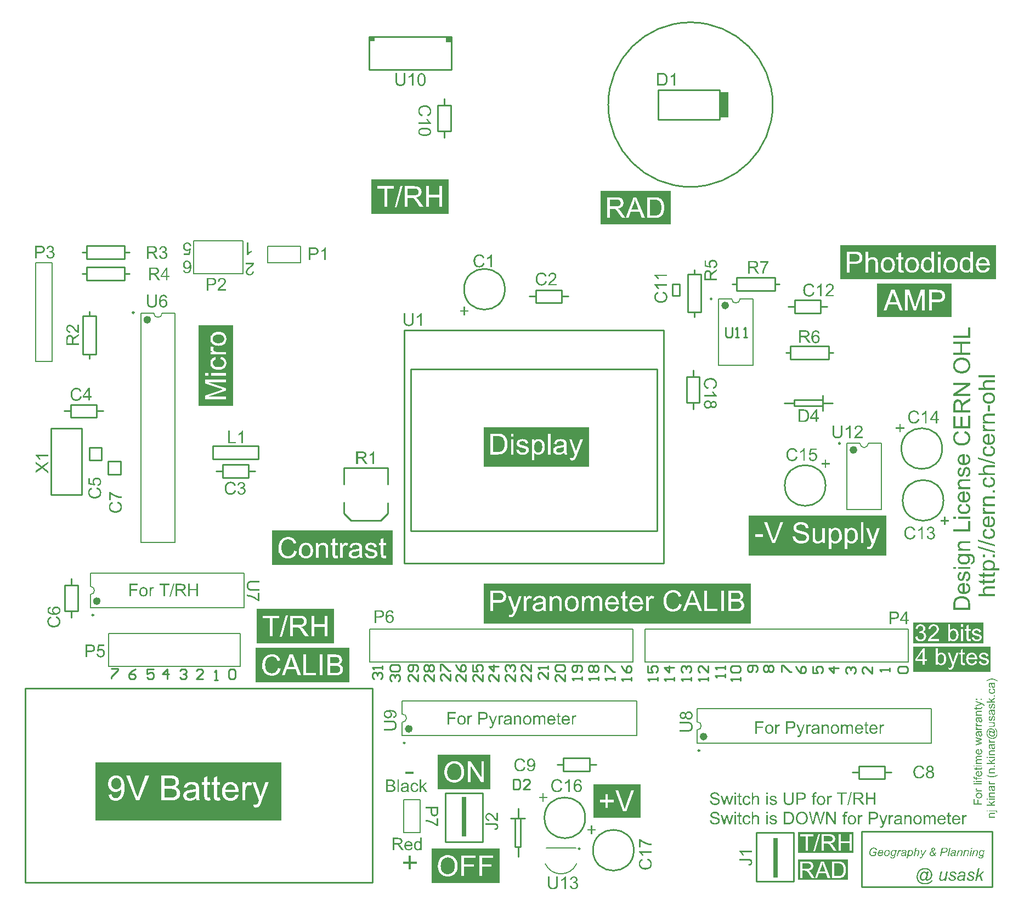
<source format=gto>
G04*
G04 #@! TF.GenerationSoftware,Altium Limited,Altium Designer,20.0.13 (296)*
G04*
G04 Layer_Color=65535*
%FSLAX25Y25*%
%MOIN*%
G70*
G01*
G75*
%ADD10C,0.02362*%
%ADD11C,0.00984*%
%ADD12C,0.00787*%
%ADD13C,0.01000*%
%ADD14R,0.03543X0.03150*%
%ADD15R,0.03150X0.24016*%
%ADD16R,0.05512X0.15748*%
G36*
X692870Y413459D02*
X682781D01*
Y414699D01*
X692870D01*
Y413459D01*
D02*
G37*
G36*
Y410361D02*
X688241D01*
X688234D01*
X688197D01*
X688153D01*
X688088Y410354D01*
X688015Y410347D01*
X687927Y410339D01*
X687825Y410325D01*
X687723Y410310D01*
X687504Y410259D01*
X687279Y410186D01*
X687176Y410143D01*
X687074Y410092D01*
X686980Y410026D01*
X686892Y409953D01*
X686885Y409946D01*
X686870Y409931D01*
X686856Y409909D01*
X686827Y409880D01*
X686790Y409836D01*
X686754Y409785D01*
X686717Y409727D01*
X686673Y409661D01*
X686637Y409581D01*
X686600Y409501D01*
X686564Y409406D01*
X686528Y409304D01*
X686498Y409195D01*
X686484Y409078D01*
X686469Y408947D01*
X686462Y408816D01*
Y408765D01*
X686469Y408721D01*
Y408670D01*
X686477Y408612D01*
X686484Y408553D01*
X686498Y408481D01*
X686535Y408320D01*
X686586Y408145D01*
X686659Y407956D01*
X686754Y407773D01*
Y407766D01*
X686768Y407752D01*
X686783Y407730D01*
X686805Y407693D01*
X686870Y407613D01*
X686958Y407511D01*
X687067Y407394D01*
X687198Y407285D01*
X687351Y407176D01*
X687526Y407088D01*
X687534D01*
X687548Y407081D01*
X687577Y407066D01*
X687614Y407059D01*
X687665Y407044D01*
X687723Y407022D01*
X687796Y407008D01*
X687876Y406986D01*
X687971Y406964D01*
X688073Y406950D01*
X688182Y406935D01*
X688299Y406913D01*
X688430Y406906D01*
X688569Y406891D01*
X688715Y406884D01*
X688875D01*
X692870D01*
Y405645D01*
X682781D01*
Y406884D01*
X686404D01*
X686389Y406891D01*
X686360Y406920D01*
X686309Y406971D01*
X686243Y407037D01*
X686170Y407125D01*
X686083Y407227D01*
X685995Y407350D01*
X685901Y407482D01*
X685806Y407635D01*
X685718Y407802D01*
X685631Y407977D01*
X685558Y408174D01*
X685492Y408378D01*
X685441Y408597D01*
X685412Y408830D01*
X685398Y409071D01*
Y409151D01*
X685405Y409209D01*
Y409275D01*
X685412Y409355D01*
X685427Y409450D01*
X685434Y409552D01*
X685478Y409771D01*
X685536Y410004D01*
X685609Y410245D01*
X685660Y410361D01*
X685718Y410478D01*
Y410485D01*
X685733Y410507D01*
X685755Y410536D01*
X685777Y410580D01*
X685813Y410624D01*
X685850Y410682D01*
X685952Y410813D01*
X686076Y410952D01*
X686229Y411098D01*
X686404Y411229D01*
X686506Y411287D01*
X686608Y411338D01*
X686615D01*
X686637Y411353D01*
X686666Y411360D01*
X686710Y411382D01*
X686768Y411397D01*
X686841Y411418D01*
X686929Y411447D01*
X687023Y411469D01*
X687133Y411491D01*
X687249Y411520D01*
X687388Y411542D01*
X687534Y411557D01*
X687694Y411579D01*
X687862Y411586D01*
X688044Y411601D01*
X688241D01*
X692870D01*
Y410361D01*
D02*
G37*
G36*
X689349Y404187D02*
X689466Y404179D01*
X689604Y404172D01*
X689757Y404157D01*
X689918Y404143D01*
X690092Y404121D01*
X690275Y404092D01*
X690457Y404055D01*
X690647Y404012D01*
X690829Y403961D01*
X691004Y403910D01*
X691171Y403837D01*
X691332Y403764D01*
X691339Y403757D01*
X691368Y403742D01*
X691412Y403720D01*
X691463Y403684D01*
X691536Y403640D01*
X691609Y403589D01*
X691696Y403523D01*
X691791Y403450D01*
X691893Y403370D01*
X691995Y403275D01*
X692097Y403173D01*
X692199Y403064D01*
X692301Y402947D01*
X692403Y402816D01*
X692498Y402678D01*
X692586Y402532D01*
X692593Y402525D01*
X692607Y402495D01*
X692629Y402452D01*
X692651Y402393D01*
X692688Y402313D01*
X692724Y402226D01*
X692768Y402124D01*
X692804Y402014D01*
X692848Y401883D01*
X692892Y401752D01*
X692928Y401606D01*
X692957Y401453D01*
X692986Y401285D01*
X693008Y401118D01*
X693023Y400950D01*
X693030Y400768D01*
Y400702D01*
X693023Y400666D01*
Y400622D01*
X693016Y400513D01*
X693001Y400381D01*
X692979Y400236D01*
X692950Y400068D01*
X692906Y399886D01*
X692855Y399689D01*
X692790Y399492D01*
X692709Y399281D01*
X692615Y399076D01*
X692505Y398872D01*
X692374Y398668D01*
X692228Y398471D01*
X692053Y398289D01*
X692039Y398282D01*
X692010Y398245D01*
X691951Y398202D01*
X691871Y398143D01*
X691769Y398070D01*
X691645Y397990D01*
X691499Y397910D01*
X691332Y397822D01*
X691142Y397735D01*
X690931Y397648D01*
X690697Y397567D01*
X690442Y397494D01*
X690165Y397436D01*
X689874Y397392D01*
X689553Y397356D01*
X689218Y397349D01*
X689210D01*
X689196D01*
X689167D01*
X689130D01*
X689079Y397356D01*
X689021D01*
X688955Y397363D01*
X688882D01*
X688802Y397371D01*
X688715Y397385D01*
X688525Y397407D01*
X688314Y397443D01*
X688080Y397487D01*
X687840Y397546D01*
X687592Y397626D01*
X687344Y397713D01*
X687096Y397822D01*
X686856Y397954D01*
X686622Y398099D01*
X686411Y398274D01*
X686214Y398471D01*
X686207Y398486D01*
X686178Y398515D01*
X686141Y398566D01*
X686083Y398639D01*
X686025Y398734D01*
X685959Y398843D01*
X685879Y398967D01*
X685806Y399113D01*
X685733Y399273D01*
X685653Y399448D01*
X685587Y399638D01*
X685522Y399842D01*
X685471Y400053D01*
X685434Y400279D01*
X685405Y400520D01*
X685398Y400768D01*
Y400870D01*
X685405Y400913D01*
X685412Y401016D01*
X685427Y401147D01*
X685449Y401293D01*
X685478Y401460D01*
X685522Y401642D01*
X685573Y401832D01*
X685638Y402036D01*
X685718Y402240D01*
X685813Y402444D01*
X685930Y402648D01*
X686061Y402853D01*
X686214Y403049D01*
X686389Y403232D01*
X686404Y403246D01*
X686433Y403275D01*
X686491Y403319D01*
X686571Y403385D01*
X686673Y403458D01*
X686790Y403538D01*
X686936Y403625D01*
X687096Y403713D01*
X687286Y403800D01*
X687490Y403888D01*
X687709Y403968D01*
X687956Y404041D01*
X688219Y404107D01*
X688496Y404150D01*
X688795Y404187D01*
X689116Y404194D01*
X689123D01*
X689130D01*
X689152D01*
X689174D01*
X689254D01*
X689349Y404187D01*
D02*
G37*
G36*
X689845Y392625D02*
X688598D01*
X688598Y396445D01*
X689845D01*
X689845Y392625D01*
D02*
G37*
G36*
X692870Y389978D02*
X688430D01*
X688423D01*
X688394D01*
X688357D01*
X688306D01*
X688241Y389971D01*
X688168D01*
X688088Y389964D01*
X688007D01*
X687818Y389942D01*
X687636Y389920D01*
X687453Y389884D01*
X687373Y389862D01*
X687300Y389833D01*
X687293D01*
X687286Y389825D01*
X687264Y389818D01*
X687235Y389804D01*
X687169Y389767D01*
X687082Y389716D01*
X686987Y389643D01*
X686885Y389556D01*
X686783Y389446D01*
X686695Y389315D01*
Y389308D01*
X686688Y389300D01*
X686673Y389279D01*
X686659Y389249D01*
X686622Y389177D01*
X686579Y389074D01*
X686542Y388943D01*
X686506Y388797D01*
X686477Y388637D01*
X686469Y388455D01*
Y388375D01*
X686477Y388324D01*
X686484Y388251D01*
X686498Y388171D01*
X686513Y388083D01*
X686535Y387988D01*
X686557Y387879D01*
X686593Y387770D01*
X686630Y387660D01*
X686681Y387544D01*
X686739Y387427D01*
X686805Y387310D01*
X686885Y387194D01*
X686972Y387084D01*
X686980Y387077D01*
X686994Y387062D01*
X687031Y387033D01*
X687074Y386997D01*
X687133Y386953D01*
X687206Y386902D01*
X687293Y386851D01*
X687402Y386800D01*
X687519Y386749D01*
X687658Y386698D01*
X687818Y386647D01*
X687993Y386603D01*
X688182Y386567D01*
X688394Y386538D01*
X688627Y386523D01*
X688882Y386516D01*
X692870D01*
Y385276D01*
X685558D01*
Y386392D01*
X686600D01*
X686586Y386399D01*
X686550Y386428D01*
X686491Y386479D01*
X686411Y386538D01*
X686323Y386625D01*
X686221Y386727D01*
X686112Y386844D01*
X685995Y386982D01*
X685886Y387135D01*
X685777Y387310D01*
X685675Y387500D01*
X685587Y387711D01*
X685507Y387937D01*
X685449Y388178D01*
X685412Y388440D01*
X685398Y388717D01*
Y388827D01*
X685405Y388885D01*
X685412Y388958D01*
X685420Y389031D01*
X685427Y389118D01*
X685456Y389300D01*
X685500Y389505D01*
X685558Y389716D01*
X685638Y389927D01*
Y389935D01*
X685645Y389949D01*
X685660Y389978D01*
X685682Y390022D01*
X685704Y390066D01*
X685733Y390117D01*
X685806Y390241D01*
X685893Y390372D01*
X686003Y390511D01*
X686127Y390642D01*
X686265Y390758D01*
X686272D01*
X686280Y390773D01*
X686302Y390788D01*
X686331Y390802D01*
X686367Y390824D01*
X686411Y390853D01*
X686520Y390912D01*
X686652Y390977D01*
X686812Y391036D01*
X686987Y391094D01*
X687176Y391145D01*
X687184D01*
X687191D01*
X687213Y391152D01*
X687242Y391159D01*
X687279D01*
X687329Y391167D01*
X687388Y391174D01*
X687453Y391181D01*
X687534Y391189D01*
X687621Y391196D01*
X687716Y391203D01*
X687825D01*
X687949Y391210D01*
X688080Y391218D01*
X688226D01*
X688379D01*
X692870D01*
Y389978D01*
D02*
G37*
G36*
X686943Y384103D02*
Y384095D01*
X686929Y384081D01*
X686921Y384059D01*
X686899Y384022D01*
X686885Y383986D01*
X686863Y383935D01*
X686812Y383818D01*
X686761Y383687D01*
X686724Y383534D01*
X686695Y383366D01*
X686681Y383199D01*
Y383133D01*
X686695Y383053D01*
X686710Y382958D01*
X686739Y382849D01*
X686783Y382725D01*
X686848Y382601D01*
X686929Y382477D01*
X686943Y382462D01*
X686972Y382426D01*
X687031Y382368D01*
X687104Y382302D01*
X687198Y382222D01*
X687315Y382149D01*
X687453Y382076D01*
X687606Y382018D01*
X687614D01*
X687636Y382011D01*
X687672Y381996D01*
X687723Y381989D01*
X687781Y381974D01*
X687854Y381952D01*
X687942Y381938D01*
X688029Y381916D01*
X688139Y381894D01*
X688248Y381879D01*
X688365Y381865D01*
X688489Y381843D01*
X688758Y381821D01*
X689050Y381814D01*
X692870D01*
Y380574D01*
X685558D01*
Y381690D01*
X686681D01*
X686673Y381697D01*
X686644Y381712D01*
X686608Y381733D01*
X686557Y381763D01*
X686491Y381799D01*
X686418Y381843D01*
X686258Y381945D01*
X686090Y382069D01*
X685915Y382200D01*
X685842Y382266D01*
X685770Y382331D01*
X685704Y382404D01*
X685653Y382470D01*
Y382477D01*
X685638Y382484D01*
X685631Y382506D01*
X685609Y382535D01*
X685573Y382608D01*
X685522Y382703D01*
X685478Y382827D01*
X685434Y382958D01*
X685405Y383104D01*
X685398Y383264D01*
Y383330D01*
X685405Y383374D01*
X685412Y383432D01*
X685420Y383498D01*
X685434Y383571D01*
X685449Y383658D01*
X685471Y383753D01*
X685492Y383855D01*
X685565Y384066D01*
X685609Y384183D01*
X685667Y384299D01*
X685726Y384416D01*
X685799Y384540D01*
X686943Y384103D01*
D02*
G37*
G36*
X689451Y379065D02*
X689531D01*
Y373612D01*
X689546D01*
X689582Y373620D01*
X689648D01*
X689728Y373634D01*
X689830Y373649D01*
X689947Y373663D01*
X690071Y373693D01*
X690209Y373722D01*
X690362Y373758D01*
X690508Y373809D01*
X690661Y373860D01*
X690814Y373926D01*
X690967Y373999D01*
X691113Y374086D01*
X691252Y374181D01*
X691375Y374290D01*
X691383Y374298D01*
X691405Y374320D01*
X691434Y374356D01*
X691477Y374400D01*
X691521Y374458D01*
X691572Y374531D01*
X691631Y374618D01*
X691689Y374713D01*
X691755Y374815D01*
X691806Y374932D01*
X691864Y375056D01*
X691908Y375194D01*
X691951Y375340D01*
X691981Y375493D01*
X692002Y375654D01*
X692010Y375821D01*
Y375887D01*
X692002Y375938D01*
X691995Y375996D01*
X691988Y376062D01*
X691981Y376142D01*
X691966Y376222D01*
X691922Y376405D01*
X691857Y376601D01*
X691820Y376703D01*
X691769Y376798D01*
X691718Y376893D01*
X691652Y376988D01*
X691645Y376995D01*
X691638Y377010D01*
X691616Y377031D01*
X691587Y377068D01*
X691543Y377112D01*
X691499Y377155D01*
X691441Y377206D01*
X691375Y377265D01*
X691295Y377323D01*
X691215Y377389D01*
X691120Y377447D01*
X691018Y377513D01*
X690902Y377578D01*
X690778Y377637D01*
X690647Y377695D01*
X690501Y377753D01*
X690668Y379029D01*
X690683D01*
X690719Y379014D01*
X690778Y378992D01*
X690851Y378971D01*
X690945Y378934D01*
X691055Y378890D01*
X691179Y378839D01*
X691310Y378774D01*
X691441Y378701D01*
X691587Y378621D01*
X691733Y378526D01*
X691879Y378424D01*
X692017Y378314D01*
X692156Y378190D01*
X692287Y378052D01*
X692411Y377906D01*
X692418Y377899D01*
X692440Y377870D01*
X692469Y377826D01*
X692505Y377760D01*
X692556Y377680D01*
X692607Y377578D01*
X692666Y377469D01*
X692717Y377338D01*
X692775Y377192D01*
X692834Y377039D01*
X692884Y376864D01*
X692936Y376681D01*
X692972Y376485D01*
X693001Y376273D01*
X693023Y376047D01*
X693030Y375814D01*
Y375741D01*
X693023Y375705D01*
Y375661D01*
X693016Y375552D01*
X693001Y375413D01*
X692979Y375260D01*
X692950Y375085D01*
X692906Y374895D01*
X692855Y374699D01*
X692790Y374487D01*
X692709Y374276D01*
X692615Y374064D01*
X692505Y373853D01*
X692374Y373649D01*
X692221Y373452D01*
X692046Y373270D01*
X692032Y373263D01*
X692002Y373233D01*
X691944Y373182D01*
X691864Y373124D01*
X691762Y373051D01*
X691638Y372978D01*
X691499Y372891D01*
X691332Y372803D01*
X691142Y372716D01*
X690938Y372636D01*
X690712Y372555D01*
X690464Y372482D01*
X690195Y372424D01*
X689910Y372380D01*
X689604Y372344D01*
X689276Y372337D01*
X689269D01*
X689254D01*
X689232D01*
X689196D01*
X689152Y372344D01*
X689101D01*
X689043D01*
X688970Y372351D01*
X688817Y372366D01*
X688642Y372388D01*
X688445Y372417D01*
X688226Y372453D01*
X688007Y372504D01*
X687774Y372570D01*
X687534Y372643D01*
X687293Y372738D01*
X687060Y372847D01*
X686834Y372971D01*
X686615Y373117D01*
X686418Y373284D01*
X686404Y373299D01*
X686375Y373328D01*
X686323Y373379D01*
X686258Y373459D01*
X686178Y373554D01*
X686097Y373663D01*
X686003Y373795D01*
X685908Y373948D01*
X685813Y374115D01*
X685718Y374305D01*
X685631Y374502D01*
X685558Y374721D01*
X685492Y374961D01*
X685441Y375209D01*
X685412Y375471D01*
X685398Y375748D01*
Y375814D01*
X685405Y375887D01*
X685412Y375989D01*
X685427Y376120D01*
X685449Y376259D01*
X685478Y376419D01*
X685522Y376594D01*
X685573Y376783D01*
X685638Y376973D01*
X685718Y377177D01*
X685820Y377374D01*
X685930Y377578D01*
X686068Y377768D01*
X686221Y377957D01*
X686396Y378139D01*
X686411Y378147D01*
X686440Y378183D01*
X686498Y378227D01*
X686579Y378285D01*
X686681Y378358D01*
X686805Y378438D01*
X686950Y378519D01*
X687118Y378606D01*
X687308Y378694D01*
X687519Y378781D01*
X687752Y378854D01*
X688000Y378927D01*
X688270Y378985D01*
X688561Y379036D01*
X688875Y379065D01*
X689203Y379073D01*
X689210D01*
X689225D01*
X689247D01*
X689283D01*
X689334D01*
X689385D01*
X689451Y379065D01*
D02*
G37*
G36*
X690413Y371680D02*
X690479Y371666D01*
X690566Y371644D01*
X690668Y371615D01*
X690792Y371579D01*
X690924Y371535D01*
X691077Y371484D01*
X691230Y371418D01*
X691390Y371345D01*
X691550Y371265D01*
X691718Y371170D01*
X691879Y371061D01*
X692039Y370944D01*
X692185Y370806D01*
X692323Y370660D01*
X692331Y370653D01*
X692352Y370623D01*
X692389Y370580D01*
X692432Y370514D01*
X692484Y370434D01*
X692549Y370339D01*
X692607Y370230D01*
X692673Y370099D01*
X692746Y369960D01*
X692804Y369807D01*
X692863Y369639D01*
X692921Y369464D01*
X692965Y369275D01*
X693001Y369071D01*
X693023Y368859D01*
X693030Y368641D01*
Y368575D01*
X693023Y368495D01*
X693016Y368393D01*
X693001Y368269D01*
X692979Y368123D01*
X692950Y367955D01*
X692906Y367780D01*
X692855Y367591D01*
X692790Y367394D01*
X692709Y367197D01*
X692615Y366993D01*
X692505Y366796D01*
X692374Y366599D01*
X692228Y366410D01*
X692053Y366235D01*
X692039Y366228D01*
X692010Y366198D01*
X691951Y366147D01*
X691871Y366096D01*
X691769Y366023D01*
X691645Y365943D01*
X691499Y365863D01*
X691339Y365783D01*
X691150Y365695D01*
X690938Y365615D01*
X690705Y365535D01*
X690457Y365470D01*
X690187Y365411D01*
X689896Y365360D01*
X689582Y365331D01*
X689247Y365324D01*
X689232D01*
X689196D01*
X689130D01*
X689050Y365331D01*
X688948Y365338D01*
X688824Y365346D01*
X688693Y365353D01*
X688547Y365375D01*
X688387Y365389D01*
X688219Y365418D01*
X687876Y365484D01*
X687694Y365528D01*
X687519Y365586D01*
X687344Y365644D01*
X687176Y365710D01*
X687169Y365717D01*
X687140Y365732D01*
X687089Y365754D01*
X687031Y365783D01*
X686958Y365827D01*
X686870Y365878D01*
X686775Y365936D01*
X686673Y366009D01*
X686571Y366089D01*
X686462Y366177D01*
X686345Y366271D01*
X686236Y366381D01*
X686134Y366497D01*
X686025Y366621D01*
X685930Y366760D01*
X685842Y366906D01*
X685835Y366913D01*
X685820Y366942D01*
X685799Y366986D01*
X685770Y367044D01*
X685740Y367117D01*
X685704Y367212D01*
X685660Y367314D01*
X685616Y367423D01*
X685580Y367547D01*
X685536Y367686D01*
X685500Y367824D01*
X685463Y367977D01*
X685441Y368138D01*
X685420Y368305D01*
X685405Y368473D01*
X685398Y368648D01*
Y368699D01*
X685405Y368764D01*
Y368845D01*
X685420Y368947D01*
X685427Y369063D01*
X685449Y369195D01*
X685471Y369340D01*
X685507Y369494D01*
X685543Y369647D01*
X685595Y369807D01*
X685653Y369975D01*
X685718Y370135D01*
X685806Y370295D01*
X685893Y370448D01*
X686003Y370594D01*
X686010Y370602D01*
X686032Y370631D01*
X686068Y370667D01*
X686112Y370718D01*
X686178Y370777D01*
X686251Y370849D01*
X686338Y370922D01*
X686440Y371003D01*
X686557Y371083D01*
X686688Y371163D01*
X686827Y371250D01*
X686980Y371323D01*
X687140Y371404D01*
X687322Y371469D01*
X687504Y371527D01*
X687709Y371571D01*
X687891Y370368D01*
X687884D01*
X687862Y370361D01*
X687818Y370346D01*
X687774Y370332D01*
X687709Y370317D01*
X687643Y370288D01*
X687563Y370259D01*
X687483Y370230D01*
X687300Y370142D01*
X687118Y370033D01*
X686943Y369909D01*
X686863Y369836D01*
X686790Y369756D01*
X686783Y369749D01*
X686775Y369734D01*
X686754Y369712D01*
X686732Y369676D01*
X686703Y369639D01*
X686673Y369588D01*
X686637Y369530D01*
X686600Y369457D01*
X686535Y369304D01*
X686477Y369129D01*
X686433Y368925D01*
X686426Y368816D01*
X686418Y368699D01*
Y368655D01*
X686426Y368612D01*
Y368546D01*
X686440Y368466D01*
X686455Y368371D01*
X686477Y368269D01*
X686498Y368160D01*
X686535Y368043D01*
X686579Y367919D01*
X686637Y367795D01*
X686703Y367664D01*
X686775Y367540D01*
X686870Y367416D01*
X686972Y367299D01*
X687089Y367183D01*
X687096Y367175D01*
X687118Y367161D01*
X687162Y367132D01*
X687213Y367095D01*
X687286Y367044D01*
X687381Y367000D01*
X687483Y366942D01*
X687606Y366891D01*
X687745Y366840D01*
X687898Y366782D01*
X688073Y366738D01*
X688270Y366694D01*
X688474Y366650D01*
X688700Y366621D01*
X688948Y366607D01*
X689210Y366599D01*
X689218D01*
X689225D01*
X689247D01*
X689276D01*
X689349Y366607D01*
X689451D01*
X689575Y366614D01*
X689713Y366629D01*
X689866Y366643D01*
X690027Y366672D01*
X690202Y366702D01*
X690377Y366738D01*
X690559Y366782D01*
X690734Y366840D01*
X690902Y366898D01*
X691062Y366979D01*
X691215Y367059D01*
X691346Y367161D01*
X691354Y367168D01*
X691375Y367190D01*
X691405Y367219D01*
X691448Y367263D01*
X691499Y367321D01*
X691558Y367387D01*
X691616Y367467D01*
X691674Y367554D01*
X691740Y367656D01*
X691798Y367766D01*
X691857Y367890D01*
X691908Y368021D01*
X691951Y368160D01*
X691981Y368305D01*
X692002Y368466D01*
X692010Y368633D01*
Y368706D01*
X692002Y368757D01*
X691995Y368816D01*
X691988Y368888D01*
X691973Y368969D01*
X691951Y369056D01*
X691900Y369253D01*
X691864Y369355D01*
X691820Y369457D01*
X691769Y369559D01*
X691711Y369661D01*
X691645Y369756D01*
X691565Y369851D01*
X691558Y369858D01*
X691543Y369873D01*
X691514Y369895D01*
X691477Y369931D01*
X691434Y369967D01*
X691375Y370011D01*
X691303Y370062D01*
X691222Y370113D01*
X691135Y370164D01*
X691033Y370215D01*
X690924Y370266D01*
X690792Y370317D01*
X690661Y370368D01*
X690515Y370405D01*
X690355Y370441D01*
X690187Y370470D01*
X690355Y371688D01*
X690369D01*
X690413Y371680D01*
D02*
G37*
G36*
X693045Y361846D02*
Y360855D01*
X682613Y363778D01*
Y364770D01*
X693045Y361846D01*
D02*
G37*
G36*
X692870Y358661D02*
X688241D01*
X688234D01*
X688197D01*
X688153D01*
X688088Y358653D01*
X688015Y358646D01*
X687927Y358639D01*
X687825Y358624D01*
X687723Y358610D01*
X687504Y358559D01*
X687279Y358486D01*
X687176Y358442D01*
X687074Y358391D01*
X686980Y358325D01*
X686892Y358252D01*
X686885Y358245D01*
X686870Y358230D01*
X686856Y358209D01*
X686827Y358179D01*
X686790Y358136D01*
X686754Y358085D01*
X686717Y358026D01*
X686673Y357961D01*
X686637Y357881D01*
X686600Y357800D01*
X686564Y357706D01*
X686528Y357604D01*
X686498Y357494D01*
X686484Y357378D01*
X686469Y357246D01*
X686462Y357115D01*
Y357064D01*
X686469Y357020D01*
Y356969D01*
X686477Y356911D01*
X686484Y356853D01*
X686498Y356780D01*
X686535Y356619D01*
X686586Y356444D01*
X686659Y356255D01*
X686754Y356073D01*
Y356065D01*
X686768Y356051D01*
X686783Y356029D01*
X686805Y355993D01*
X686870Y355912D01*
X686958Y355810D01*
X687067Y355694D01*
X687198Y355584D01*
X687351Y355475D01*
X687526Y355387D01*
X687534D01*
X687548Y355380D01*
X687577Y355365D01*
X687614Y355358D01*
X687665Y355344D01*
X687723Y355322D01*
X687796Y355307D01*
X687876Y355285D01*
X687971Y355263D01*
X688073Y355249D01*
X688182Y355234D01*
X688299Y355212D01*
X688430Y355205D01*
X688569Y355191D01*
X688715Y355183D01*
X688875D01*
X692870D01*
Y353944D01*
X682781D01*
Y355183D01*
X686404D01*
X686389Y355191D01*
X686360Y355220D01*
X686309Y355271D01*
X686243Y355336D01*
X686170Y355424D01*
X686083Y355526D01*
X685995Y355650D01*
X685901Y355781D01*
X685806Y355934D01*
X685718Y356102D01*
X685631Y356277D01*
X685558Y356474D01*
X685492Y356678D01*
X685441Y356896D01*
X685412Y357130D01*
X685398Y357370D01*
Y357451D01*
X685405Y357509D01*
Y357574D01*
X685412Y357655D01*
X685427Y357749D01*
X685434Y357851D01*
X685478Y358070D01*
X685536Y358303D01*
X685609Y358544D01*
X685660Y358661D01*
X685718Y358777D01*
Y358785D01*
X685733Y358806D01*
X685755Y358836D01*
X685777Y358879D01*
X685813Y358923D01*
X685850Y358981D01*
X685952Y359113D01*
X686076Y359251D01*
X686229Y359397D01*
X686404Y359528D01*
X686506Y359586D01*
X686608Y359637D01*
X686615D01*
X686637Y359652D01*
X686666Y359659D01*
X686710Y359681D01*
X686768Y359696D01*
X686841Y359718D01*
X686929Y359747D01*
X687023Y359769D01*
X687133Y359790D01*
X687249Y359820D01*
X687388Y359842D01*
X687534Y359856D01*
X687694Y359878D01*
X687862Y359885D01*
X688044Y359900D01*
X688241D01*
X692870D01*
Y358661D01*
D02*
G37*
G36*
X690413Y352880D02*
X690479Y352865D01*
X690566Y352843D01*
X690668Y352814D01*
X690792Y352778D01*
X690924Y352734D01*
X691077Y352683D01*
X691230Y352617D01*
X691390Y352544D01*
X691550Y352464D01*
X691718Y352369D01*
X691879Y352260D01*
X692039Y352143D01*
X692185Y352005D01*
X692323Y351859D01*
X692331Y351852D01*
X692352Y351823D01*
X692389Y351779D01*
X692432Y351713D01*
X692484Y351633D01*
X692549Y351538D01*
X692607Y351429D01*
X692673Y351298D01*
X692746Y351159D01*
X692804Y351006D01*
X692863Y350838D01*
X692921Y350663D01*
X692965Y350474D01*
X693001Y350270D01*
X693023Y350058D01*
X693030Y349840D01*
Y349774D01*
X693023Y349694D01*
X693016Y349592D01*
X693001Y349468D01*
X692979Y349322D01*
X692950Y349154D01*
X692906Y348979D01*
X692855Y348790D01*
X692790Y348593D01*
X692709Y348396D01*
X692615Y348192D01*
X692505Y347995D01*
X692374Y347798D01*
X692228Y347609D01*
X692053Y347434D01*
X692039Y347427D01*
X692010Y347398D01*
X691951Y347346D01*
X691871Y347295D01*
X691769Y347223D01*
X691645Y347142D01*
X691499Y347062D01*
X691339Y346982D01*
X691150Y346895D01*
X690938Y346814D01*
X690705Y346734D01*
X690457Y346669D01*
X690187Y346610D01*
X689896Y346559D01*
X689582Y346530D01*
X689247Y346523D01*
X689232D01*
X689196D01*
X689130D01*
X689050Y346530D01*
X688948Y346537D01*
X688824Y346545D01*
X688693Y346552D01*
X688547Y346574D01*
X688387Y346588D01*
X688219Y346618D01*
X687876Y346683D01*
X687694Y346727D01*
X687519Y346785D01*
X687344Y346844D01*
X687176Y346909D01*
X687169Y346916D01*
X687140Y346931D01*
X687089Y346953D01*
X687031Y346982D01*
X686958Y347026D01*
X686870Y347077D01*
X686775Y347135D01*
X686673Y347208D01*
X686571Y347288D01*
X686462Y347376D01*
X686345Y347470D01*
X686236Y347580D01*
X686134Y347696D01*
X686025Y347820D01*
X685930Y347959D01*
X685842Y348105D01*
X685835Y348112D01*
X685820Y348141D01*
X685799Y348185D01*
X685770Y348243D01*
X685740Y348316D01*
X685704Y348411D01*
X685660Y348513D01*
X685616Y348622D01*
X685580Y348746D01*
X685536Y348885D01*
X685500Y349023D01*
X685463Y349176D01*
X685441Y349337D01*
X685420Y349504D01*
X685405Y349672D01*
X685398Y349847D01*
Y349898D01*
X685405Y349964D01*
Y350044D01*
X685420Y350146D01*
X685427Y350262D01*
X685449Y350394D01*
X685471Y350539D01*
X685507Y350693D01*
X685543Y350846D01*
X685595Y351006D01*
X685653Y351174D01*
X685718Y351334D01*
X685806Y351495D01*
X685893Y351648D01*
X686003Y351793D01*
X686010Y351801D01*
X686032Y351830D01*
X686068Y351866D01*
X686112Y351917D01*
X686178Y351976D01*
X686251Y352049D01*
X686338Y352121D01*
X686440Y352202D01*
X686557Y352282D01*
X686688Y352362D01*
X686827Y352449D01*
X686980Y352522D01*
X687140Y352603D01*
X687322Y352668D01*
X687504Y352727D01*
X687709Y352770D01*
X687891Y351567D01*
X687884D01*
X687862Y351560D01*
X687818Y351546D01*
X687774Y351531D01*
X687709Y351516D01*
X687643Y351487D01*
X687563Y351458D01*
X687483Y351429D01*
X687300Y351341D01*
X687118Y351232D01*
X686943Y351108D01*
X686863Y351035D01*
X686790Y350955D01*
X686783Y350948D01*
X686775Y350933D01*
X686754Y350911D01*
X686732Y350875D01*
X686703Y350838D01*
X686673Y350787D01*
X686637Y350729D01*
X686600Y350656D01*
X686535Y350503D01*
X686477Y350328D01*
X686433Y350124D01*
X686426Y350015D01*
X686418Y349898D01*
Y349854D01*
X686426Y349811D01*
Y349745D01*
X686440Y349665D01*
X686455Y349570D01*
X686477Y349468D01*
X686498Y349359D01*
X686535Y349242D01*
X686579Y349118D01*
X686637Y348994D01*
X686703Y348863D01*
X686775Y348739D01*
X686870Y348615D01*
X686972Y348498D01*
X687089Y348382D01*
X687096Y348374D01*
X687118Y348360D01*
X687162Y348331D01*
X687213Y348294D01*
X687286Y348243D01*
X687381Y348199D01*
X687483Y348141D01*
X687606Y348090D01*
X687745Y348039D01*
X687898Y347981D01*
X688073Y347937D01*
X688270Y347893D01*
X688474Y347849D01*
X688700Y347820D01*
X688948Y347806D01*
X689210Y347798D01*
X689218D01*
X689225D01*
X689247D01*
X689276D01*
X689349Y347806D01*
X689451D01*
X689575Y347813D01*
X689713Y347828D01*
X689866Y347842D01*
X690027Y347871D01*
X690202Y347901D01*
X690377Y347937D01*
X690559Y347981D01*
X690734Y348039D01*
X690902Y348097D01*
X691062Y348178D01*
X691215Y348258D01*
X691346Y348360D01*
X691354Y348367D01*
X691375Y348389D01*
X691405Y348418D01*
X691448Y348462D01*
X691499Y348520D01*
X691558Y348586D01*
X691616Y348666D01*
X691674Y348753D01*
X691740Y348855D01*
X691798Y348965D01*
X691857Y349089D01*
X691908Y349220D01*
X691951Y349359D01*
X691981Y349504D01*
X692002Y349665D01*
X692010Y349832D01*
Y349905D01*
X692002Y349956D01*
X691995Y350015D01*
X691988Y350088D01*
X691973Y350168D01*
X691951Y350255D01*
X691900Y350452D01*
X691864Y350554D01*
X691820Y350656D01*
X691769Y350758D01*
X691711Y350860D01*
X691645Y350955D01*
X691565Y351050D01*
X691558Y351057D01*
X691543Y351072D01*
X691514Y351094D01*
X691477Y351130D01*
X691434Y351167D01*
X691375Y351210D01*
X691303Y351261D01*
X691222Y351312D01*
X691135Y351363D01*
X691033Y351414D01*
X690924Y351465D01*
X690792Y351516D01*
X690661Y351567D01*
X690515Y351604D01*
X690355Y351640D01*
X690187Y351670D01*
X690355Y352887D01*
X690369D01*
X690413Y352880D01*
D02*
G37*
G36*
X692870Y343337D02*
X691463D01*
Y344744D01*
X692870D01*
Y343337D01*
D02*
G37*
G36*
Y339845D02*
X688430D01*
X688423D01*
X688394D01*
X688357D01*
X688306D01*
X688241Y339838D01*
X688168D01*
X688088Y339830D01*
X688007D01*
X687818Y339809D01*
X687636Y339787D01*
X687453Y339750D01*
X687373Y339728D01*
X687300Y339699D01*
X687293D01*
X687286Y339692D01*
X687264Y339685D01*
X687235Y339670D01*
X687169Y339634D01*
X687082Y339583D01*
X686987Y339510D01*
X686885Y339422D01*
X686783Y339313D01*
X686695Y339182D01*
Y339174D01*
X686688Y339167D01*
X686673Y339145D01*
X686659Y339116D01*
X686622Y339043D01*
X686579Y338941D01*
X686542Y338810D01*
X686506Y338664D01*
X686477Y338504D01*
X686469Y338321D01*
Y338241D01*
X686477Y338190D01*
X686484Y338117D01*
X686498Y338037D01*
X686513Y337950D01*
X686535Y337855D01*
X686557Y337746D01*
X686593Y337636D01*
X686630Y337527D01*
X686681Y337410D01*
X686739Y337294D01*
X686805Y337177D01*
X686885Y337060D01*
X686972Y336951D01*
X686980Y336944D01*
X686994Y336929D01*
X687031Y336900D01*
X687074Y336863D01*
X687133Y336820D01*
X687206Y336769D01*
X687293Y336718D01*
X687402Y336667D01*
X687519Y336616D01*
X687658Y336565D01*
X687818Y336514D01*
X687993Y336470D01*
X688182Y336433D01*
X688394Y336404D01*
X688627Y336390D01*
X688882Y336382D01*
X692870D01*
Y335143D01*
X685558D01*
Y336258D01*
X686600D01*
X686586Y336266D01*
X686550Y336295D01*
X686491Y336346D01*
X686411Y336404D01*
X686323Y336492D01*
X686221Y336594D01*
X686112Y336710D01*
X685995Y336849D01*
X685886Y337002D01*
X685777Y337177D01*
X685675Y337367D01*
X685587Y337578D01*
X685507Y337804D01*
X685449Y338045D01*
X685412Y338307D01*
X685398Y338584D01*
Y338693D01*
X685405Y338752D01*
X685412Y338825D01*
X685420Y338897D01*
X685427Y338985D01*
X685456Y339167D01*
X685500Y339371D01*
X685558Y339583D01*
X685638Y339794D01*
Y339801D01*
X685645Y339816D01*
X685660Y339845D01*
X685682Y339889D01*
X685704Y339933D01*
X685733Y339984D01*
X685806Y340107D01*
X685893Y340239D01*
X686003Y340377D01*
X686127Y340509D01*
X686265Y340625D01*
X686272D01*
X686280Y340640D01*
X686302Y340654D01*
X686331Y340669D01*
X686367Y340691D01*
X686411Y340720D01*
X686520Y340778D01*
X686652Y340844D01*
X686812Y340902D01*
X686987Y340961D01*
X687176Y341012D01*
X687184D01*
X687191D01*
X687213Y341019D01*
X687242Y341026D01*
X687279D01*
X687329Y341033D01*
X687388Y341041D01*
X687453Y341048D01*
X687534Y341055D01*
X687621Y341062D01*
X687716Y341070D01*
X687825D01*
X687949Y341077D01*
X688080Y341084D01*
X688226D01*
X688379D01*
X692870D01*
Y339845D01*
D02*
G37*
G36*
X686943Y333969D02*
Y333962D01*
X686929Y333947D01*
X686921Y333926D01*
X686899Y333889D01*
X686885Y333853D01*
X686863Y333802D01*
X686812Y333685D01*
X686761Y333554D01*
X686724Y333401D01*
X686695Y333233D01*
X686681Y333065D01*
Y333000D01*
X686695Y332920D01*
X686710Y332825D01*
X686739Y332716D01*
X686783Y332592D01*
X686848Y332468D01*
X686929Y332344D01*
X686943Y332329D01*
X686972Y332293D01*
X687031Y332234D01*
X687104Y332169D01*
X687198Y332088D01*
X687315Y332016D01*
X687453Y331943D01*
X687606Y331884D01*
X687614D01*
X687636Y331877D01*
X687672Y331863D01*
X687723Y331855D01*
X687781Y331841D01*
X687854Y331819D01*
X687942Y331804D01*
X688029Y331782D01*
X688139Y331761D01*
X688248Y331746D01*
X688365Y331731D01*
X688489Y331710D01*
X688758Y331688D01*
X689050Y331680D01*
X692870D01*
Y330441D01*
X685558D01*
Y331556D01*
X686681D01*
X686673Y331564D01*
X686644Y331578D01*
X686608Y331600D01*
X686557Y331629D01*
X686491Y331666D01*
X686418Y331710D01*
X686258Y331811D01*
X686090Y331936D01*
X685915Y332067D01*
X685842Y332132D01*
X685770Y332198D01*
X685704Y332271D01*
X685653Y332336D01*
Y332344D01*
X685638Y332351D01*
X685631Y332373D01*
X685609Y332402D01*
X685573Y332475D01*
X685522Y332570D01*
X685478Y332694D01*
X685434Y332825D01*
X685405Y332971D01*
X685398Y333131D01*
Y333197D01*
X685405Y333240D01*
X685412Y333299D01*
X685420Y333364D01*
X685434Y333437D01*
X685449Y333525D01*
X685471Y333619D01*
X685492Y333721D01*
X685565Y333933D01*
X685609Y334050D01*
X685667Y334166D01*
X685726Y334283D01*
X685799Y334407D01*
X686943Y333969D01*
D02*
G37*
G36*
X689451Y328932D02*
X689531D01*
Y323479D01*
X689546D01*
X689582Y323486D01*
X689648D01*
X689728Y323501D01*
X689830Y323516D01*
X689947Y323530D01*
X690071Y323559D01*
X690209Y323588D01*
X690362Y323625D01*
X690508Y323676D01*
X690661Y323727D01*
X690814Y323793D01*
X690967Y323865D01*
X691113Y323953D01*
X691252Y324048D01*
X691375Y324157D01*
X691383Y324164D01*
X691405Y324186D01*
X691434Y324223D01*
X691477Y324266D01*
X691521Y324325D01*
X691572Y324398D01*
X691631Y324485D01*
X691689Y324580D01*
X691755Y324682D01*
X691806Y324798D01*
X691864Y324922D01*
X691908Y325061D01*
X691951Y325207D01*
X691981Y325360D01*
X692002Y325520D01*
X692010Y325688D01*
Y325753D01*
X692002Y325805D01*
X691995Y325863D01*
X691988Y325928D01*
X691981Y326009D01*
X691966Y326089D01*
X691922Y326271D01*
X691857Y326468D01*
X691820Y326570D01*
X691769Y326665D01*
X691718Y326760D01*
X691652Y326854D01*
X691645Y326862D01*
X691638Y326876D01*
X691616Y326898D01*
X691587Y326935D01*
X691543Y326978D01*
X691499Y327022D01*
X691441Y327073D01*
X691375Y327131D01*
X691295Y327190D01*
X691215Y327255D01*
X691120Y327314D01*
X691018Y327379D01*
X690902Y327445D01*
X690778Y327503D01*
X690647Y327561D01*
X690501Y327620D01*
X690668Y328895D01*
X690683D01*
X690719Y328881D01*
X690778Y328859D01*
X690851Y328837D01*
X690945Y328801D01*
X691055Y328757D01*
X691179Y328706D01*
X691310Y328640D01*
X691441Y328568D01*
X691587Y328487D01*
X691733Y328393D01*
X691879Y328291D01*
X692017Y328181D01*
X692156Y328057D01*
X692287Y327919D01*
X692411Y327773D01*
X692418Y327766D01*
X692440Y327736D01*
X692469Y327693D01*
X692505Y327627D01*
X692556Y327547D01*
X692607Y327445D01*
X692666Y327336D01*
X692717Y327204D01*
X692775Y327058D01*
X692834Y326905D01*
X692884Y326730D01*
X692936Y326548D01*
X692972Y326351D01*
X693001Y326140D01*
X693023Y325914D01*
X693030Y325681D01*
Y325608D01*
X693023Y325571D01*
Y325528D01*
X693016Y325418D01*
X693001Y325280D01*
X692979Y325127D01*
X692950Y324952D01*
X692906Y324762D01*
X692855Y324565D01*
X692790Y324354D01*
X692709Y324143D01*
X692615Y323931D01*
X692505Y323720D01*
X692374Y323516D01*
X692221Y323319D01*
X692046Y323136D01*
X692032Y323129D01*
X692002Y323100D01*
X691944Y323049D01*
X691864Y322991D01*
X691762Y322918D01*
X691638Y322845D01*
X691499Y322757D01*
X691332Y322670D01*
X691142Y322582D01*
X690938Y322502D01*
X690712Y322422D01*
X690464Y322349D01*
X690195Y322291D01*
X689910Y322247D01*
X689604Y322211D01*
X689276Y322203D01*
X689269D01*
X689254D01*
X689232D01*
X689196D01*
X689152Y322211D01*
X689101D01*
X689043D01*
X688970Y322218D01*
X688817Y322233D01*
X688642Y322254D01*
X688445Y322284D01*
X688226Y322320D01*
X688007Y322371D01*
X687774Y322437D01*
X687534Y322510D01*
X687293Y322604D01*
X687060Y322714D01*
X686834Y322837D01*
X686615Y322983D01*
X686418Y323151D01*
X686404Y323166D01*
X686375Y323195D01*
X686323Y323246D01*
X686258Y323326D01*
X686178Y323421D01*
X686097Y323530D01*
X686003Y323661D01*
X685908Y323814D01*
X685813Y323982D01*
X685718Y324172D01*
X685631Y324368D01*
X685558Y324587D01*
X685492Y324828D01*
X685441Y325076D01*
X685412Y325338D01*
X685398Y325615D01*
Y325681D01*
X685405Y325753D01*
X685412Y325856D01*
X685427Y325987D01*
X685449Y326125D01*
X685478Y326286D01*
X685522Y326461D01*
X685573Y326650D01*
X685638Y326840D01*
X685718Y327044D01*
X685820Y327241D01*
X685930Y327445D01*
X686068Y327634D01*
X686221Y327824D01*
X686396Y328006D01*
X686411Y328013D01*
X686440Y328050D01*
X686498Y328094D01*
X686579Y328152D01*
X686681Y328225D01*
X686805Y328305D01*
X686950Y328385D01*
X687118Y328473D01*
X687308Y328560D01*
X687519Y328648D01*
X687752Y328721D01*
X688000Y328794D01*
X688270Y328852D01*
X688561Y328903D01*
X688875Y328932D01*
X689203Y328939D01*
X689210D01*
X689225D01*
X689247D01*
X689283D01*
X689334D01*
X689385D01*
X689451Y328932D01*
D02*
G37*
G36*
X690413Y321547D02*
X690479Y321533D01*
X690566Y321511D01*
X690668Y321482D01*
X690792Y321445D01*
X690924Y321401D01*
X691077Y321350D01*
X691230Y321285D01*
X691390Y321212D01*
X691550Y321132D01*
X691718Y321037D01*
X691879Y320928D01*
X692039Y320811D01*
X692185Y320672D01*
X692323Y320527D01*
X692331Y320519D01*
X692352Y320490D01*
X692389Y320446D01*
X692432Y320381D01*
X692484Y320301D01*
X692549Y320206D01*
X692607Y320096D01*
X692673Y319965D01*
X692746Y319827D01*
X692804Y319674D01*
X692863Y319506D01*
X692921Y319331D01*
X692965Y319142D01*
X693001Y318937D01*
X693023Y318726D01*
X693030Y318507D01*
Y318442D01*
X693023Y318361D01*
X693016Y318259D01*
X693001Y318135D01*
X692979Y317990D01*
X692950Y317822D01*
X692906Y317647D01*
X692855Y317458D01*
X692790Y317261D01*
X692709Y317064D01*
X692615Y316860D01*
X692505Y316663D01*
X692374Y316466D01*
X692228Y316277D01*
X692053Y316102D01*
X692039Y316094D01*
X692010Y316065D01*
X691951Y316014D01*
X691871Y315963D01*
X691769Y315890D01*
X691645Y315810D01*
X691499Y315730D01*
X691339Y315650D01*
X691150Y315562D01*
X690938Y315482D01*
X690705Y315402D01*
X690457Y315336D01*
X690187Y315278D01*
X689896Y315227D01*
X689582Y315198D01*
X689247Y315190D01*
X689232D01*
X689196D01*
X689130D01*
X689050Y315198D01*
X688948Y315205D01*
X688824Y315212D01*
X688693Y315219D01*
X688547Y315241D01*
X688387Y315256D01*
X688219Y315285D01*
X687876Y315351D01*
X687694Y315394D01*
X687519Y315453D01*
X687344Y315511D01*
X687176Y315577D01*
X687169Y315584D01*
X687140Y315599D01*
X687089Y315620D01*
X687031Y315650D01*
X686958Y315693D01*
X686870Y315744D01*
X686775Y315803D01*
X686673Y315876D01*
X686571Y315956D01*
X686462Y316043D01*
X686345Y316138D01*
X686236Y316247D01*
X686134Y316364D01*
X686025Y316488D01*
X685930Y316627D01*
X685842Y316772D01*
X685835Y316780D01*
X685820Y316809D01*
X685799Y316852D01*
X685770Y316911D01*
X685740Y316984D01*
X685704Y317078D01*
X685660Y317180D01*
X685616Y317290D01*
X685580Y317414D01*
X685536Y317552D01*
X685500Y317691D01*
X685463Y317844D01*
X685441Y318004D01*
X685420Y318172D01*
X685405Y318340D01*
X685398Y318515D01*
Y318566D01*
X685405Y318631D01*
Y318711D01*
X685420Y318813D01*
X685427Y318930D01*
X685449Y319061D01*
X685471Y319207D01*
X685507Y319360D01*
X685543Y319513D01*
X685595Y319674D01*
X685653Y319841D01*
X685718Y320002D01*
X685806Y320162D01*
X685893Y320315D01*
X686003Y320461D01*
X686010Y320468D01*
X686032Y320497D01*
X686068Y320534D01*
X686112Y320585D01*
X686178Y320643D01*
X686251Y320716D01*
X686338Y320789D01*
X686440Y320869D01*
X686557Y320949D01*
X686688Y321030D01*
X686827Y321117D01*
X686980Y321190D01*
X687140Y321270D01*
X687322Y321336D01*
X687504Y321394D01*
X687709Y321438D01*
X687891Y320235D01*
X687884D01*
X687862Y320228D01*
X687818Y320213D01*
X687774Y320199D01*
X687709Y320184D01*
X687643Y320155D01*
X687563Y320126D01*
X687483Y320096D01*
X687300Y320009D01*
X687118Y319900D01*
X686943Y319776D01*
X686863Y319703D01*
X686790Y319623D01*
X686783Y319615D01*
X686775Y319601D01*
X686754Y319579D01*
X686732Y319543D01*
X686703Y319506D01*
X686673Y319455D01*
X686637Y319397D01*
X686600Y319324D01*
X686535Y319171D01*
X686477Y318996D01*
X686433Y318792D01*
X686426Y318682D01*
X686418Y318566D01*
Y318522D01*
X686426Y318478D01*
Y318412D01*
X686440Y318332D01*
X686455Y318238D01*
X686477Y318135D01*
X686498Y318026D01*
X686535Y317910D01*
X686579Y317786D01*
X686637Y317662D01*
X686703Y317530D01*
X686775Y317407D01*
X686870Y317283D01*
X686972Y317166D01*
X687089Y317049D01*
X687096Y317042D01*
X687118Y317027D01*
X687162Y316998D01*
X687213Y316962D01*
X687286Y316911D01*
X687381Y316867D01*
X687483Y316809D01*
X687606Y316758D01*
X687745Y316707D01*
X687898Y316648D01*
X688073Y316605D01*
X688270Y316561D01*
X688474Y316517D01*
X688700Y316488D01*
X688948Y316473D01*
X689210Y316466D01*
X689218D01*
X689225D01*
X689247D01*
X689276D01*
X689349Y316473D01*
X689451D01*
X689575Y316481D01*
X689713Y316495D01*
X689866Y316510D01*
X690027Y316539D01*
X690202Y316568D01*
X690377Y316605D01*
X690559Y316648D01*
X690734Y316707D01*
X690902Y316765D01*
X691062Y316845D01*
X691215Y316925D01*
X691346Y317027D01*
X691354Y317035D01*
X691375Y317057D01*
X691405Y317086D01*
X691448Y317129D01*
X691499Y317188D01*
X691558Y317253D01*
X691616Y317334D01*
X691674Y317421D01*
X691740Y317523D01*
X691798Y317633D01*
X691857Y317756D01*
X691908Y317888D01*
X691951Y318026D01*
X691981Y318172D01*
X692002Y318332D01*
X692010Y318500D01*
Y318573D01*
X692002Y318624D01*
X691995Y318682D01*
X691988Y318755D01*
X691973Y318835D01*
X691951Y318923D01*
X691900Y319120D01*
X691864Y319222D01*
X691820Y319324D01*
X691769Y319426D01*
X691711Y319528D01*
X691645Y319623D01*
X691565Y319717D01*
X691558Y319725D01*
X691543Y319739D01*
X691514Y319761D01*
X691477Y319798D01*
X691434Y319834D01*
X691375Y319878D01*
X691303Y319929D01*
X691222Y319980D01*
X691135Y320031D01*
X691033Y320082D01*
X690924Y320133D01*
X690792Y320184D01*
X690661Y320235D01*
X690515Y320271D01*
X690355Y320308D01*
X690187Y320337D01*
X690355Y321554D01*
X690369D01*
X690413Y321547D01*
D02*
G37*
G36*
X693045Y311713D02*
Y310722D01*
X682613Y313645D01*
Y314636D01*
X693045Y311713D01*
D02*
G37*
G36*
Y307798D02*
Y306807D01*
X682613Y309730D01*
Y310722D01*
X693045Y307798D01*
D02*
G37*
G36*
X692870Y304168D02*
X691463D01*
Y305575D01*
X692870D01*
Y304168D01*
D02*
G37*
G36*
X686965D02*
X685558D01*
Y305575D01*
X686965D01*
Y304168D01*
D02*
G37*
G36*
X689349Y302316D02*
X689444Y302309D01*
X689560Y302302D01*
X689691Y302287D01*
X689830Y302272D01*
X689983Y302251D01*
X690143Y302221D01*
X690486Y302149D01*
X690661Y302105D01*
X690836Y302054D01*
X691011Y301988D01*
X691179Y301915D01*
X691186Y301908D01*
X691215Y301893D01*
X691266Y301871D01*
X691324Y301842D01*
X691405Y301799D01*
X691485Y301748D01*
X691587Y301689D01*
X691689Y301616D01*
X691798Y301543D01*
X691908Y301456D01*
X692024Y301361D01*
X692141Y301252D01*
X692250Y301143D01*
X692360Y301019D01*
X692462Y300887D01*
X692556Y300749D01*
X692564Y300742D01*
X692578Y300712D01*
X692600Y300676D01*
X692629Y300618D01*
X692666Y300545D01*
X692709Y300465D01*
X692746Y300370D01*
X692790Y300260D01*
X692841Y300144D01*
X692877Y300020D01*
X692921Y299889D01*
X692957Y299750D01*
X692987Y299604D01*
X693008Y299451D01*
X693023Y299298D01*
X693030Y299138D01*
Y299079D01*
X693023Y299036D01*
Y298977D01*
X693016Y298919D01*
X693008Y298846D01*
X693001Y298766D01*
X692965Y298591D01*
X692921Y298409D01*
X692863Y298212D01*
X692775Y298022D01*
Y298015D01*
X692761Y298001D01*
X692746Y297979D01*
X692724Y297942D01*
X692702Y297899D01*
X692673Y297855D01*
X692593Y297738D01*
X692498Y297614D01*
X692381Y297476D01*
X692258Y297344D01*
X692112Y297220D01*
X695669D01*
Y295981D01*
X685558D01*
Y297111D01*
X686513D01*
X686506Y297118D01*
X686491Y297126D01*
X686462Y297148D01*
X686418Y297184D01*
X686375Y297220D01*
X686323Y297264D01*
X686200Y297374D01*
X686068Y297505D01*
X685930Y297658D01*
X685799Y297826D01*
X685682Y298008D01*
Y298015D01*
X685667Y298030D01*
X685653Y298059D01*
X685638Y298095D01*
X685616Y298146D01*
X685595Y298205D01*
X685565Y298270D01*
X685536Y298350D01*
X685514Y298431D01*
X685485Y298525D01*
X685463Y298627D01*
X685441Y298737D01*
X685412Y298970D01*
X685398Y299225D01*
Y299313D01*
X685405Y299386D01*
X685412Y299466D01*
X685427Y299561D01*
X685441Y299663D01*
X685456Y299779D01*
X685485Y299903D01*
X685514Y300034D01*
X685558Y300173D01*
X685602Y300311D01*
X685660Y300457D01*
X685726Y300596D01*
X685799Y300734D01*
X685886Y300873D01*
X685893Y300880D01*
X685908Y300902D01*
X685937Y300938D01*
X685974Y300989D01*
X686025Y301055D01*
X686083Y301121D01*
X686156Y301193D01*
X686236Y301281D01*
X686323Y301368D01*
X686426Y301456D01*
X686542Y301543D01*
X686659Y301638D01*
X686790Y301726D01*
X686936Y301806D01*
X687082Y301886D01*
X687242Y301959D01*
X687249Y301966D01*
X687279Y301974D01*
X687329Y301995D01*
X687395Y302017D01*
X687475Y302046D01*
X687570Y302076D01*
X687687Y302105D01*
X687811Y302141D01*
X687949Y302178D01*
X688095Y302207D01*
X688255Y302236D01*
X688423Y302265D01*
X688598Y302287D01*
X688780Y302309D01*
X688963Y302316D01*
X689159Y302324D01*
X689174D01*
X689210D01*
X689269D01*
X689349Y302316D01*
D02*
G37*
G36*
X692855Y294946D02*
X692863Y294931D01*
Y294902D01*
X692870Y294866D01*
X692877Y294822D01*
X692892Y294764D01*
X692906Y294640D01*
X692928Y294494D01*
X692950Y294334D01*
X692957Y294173D01*
X692965Y294013D01*
Y293903D01*
X692957Y293845D01*
X692950Y293780D01*
X692936Y293634D01*
X692914Y293466D01*
X692877Y293291D01*
X692826Y293124D01*
X692753Y292970D01*
Y292963D01*
X692746Y292956D01*
X692717Y292912D01*
X692666Y292846D01*
X692607Y292766D01*
X692527Y292679D01*
X692432Y292591D01*
X692323Y292511D01*
X692199Y292445D01*
X692192D01*
X692185Y292438D01*
X692163Y292431D01*
X692126Y292424D01*
X692083Y292409D01*
X692032Y292402D01*
X691966Y292387D01*
X691886Y292373D01*
X691791Y292358D01*
X691689Y292343D01*
X691565Y292336D01*
X691434Y292322D01*
X691281Y292314D01*
X691120Y292307D01*
X690931Y292300D01*
X690734D01*
X686520D01*
Y291381D01*
X685558D01*
Y292300D01*
X683750D01*
X683006Y293539D01*
X685558D01*
Y294771D01*
X686520D01*
Y293539D01*
X690800D01*
X690807D01*
X690821D01*
X690851D01*
X690887D01*
X690975D01*
X691084Y293546D01*
X691193Y293554D01*
X691310Y293561D01*
X691405Y293576D01*
X691441Y293590D01*
X691477Y293597D01*
X691485D01*
X691499Y293612D01*
X691529Y293626D01*
X691565Y293648D01*
X691645Y293714D01*
X691682Y293758D01*
X691718Y293809D01*
Y293816D01*
X691733Y293838D01*
X691747Y293867D01*
X691762Y293918D01*
X691776Y293976D01*
X691791Y294049D01*
X691798Y294137D01*
X691806Y294232D01*
Y294312D01*
X691798Y294377D01*
Y294450D01*
X691784Y294545D01*
X691776Y294654D01*
X691762Y294771D01*
X692855Y294953D01*
Y294946D01*
D02*
G37*
G36*
Y291031D02*
X692863Y291017D01*
Y290987D01*
X692870Y290951D01*
X692877Y290907D01*
X692892Y290849D01*
X692906Y290725D01*
X692928Y290579D01*
X692950Y290419D01*
X692957Y290259D01*
X692965Y290098D01*
Y289989D01*
X692957Y289931D01*
X692950Y289865D01*
X692936Y289719D01*
X692914Y289551D01*
X692877Y289376D01*
X692826Y289209D01*
X692753Y289056D01*
Y289048D01*
X692746Y289041D01*
X692717Y288997D01*
X692666Y288932D01*
X692607Y288852D01*
X692527Y288764D01*
X692432Y288677D01*
X692323Y288596D01*
X692199Y288531D01*
X692192D01*
X692185Y288524D01*
X692163Y288516D01*
X692126Y288509D01*
X692083Y288494D01*
X692032Y288487D01*
X691966Y288473D01*
X691886Y288458D01*
X691791Y288443D01*
X691689Y288429D01*
X691565Y288422D01*
X691434Y288407D01*
X691281Y288400D01*
X691120Y288392D01*
X690931Y288385D01*
X690734D01*
X686520D01*
Y287467D01*
X685558D01*
Y288385D01*
X683750D01*
X683006Y289624D01*
X685558D01*
Y290856D01*
X686520D01*
Y289624D01*
X690800D01*
X690807D01*
X690821D01*
X690851D01*
X690887D01*
X690975D01*
X691084Y289632D01*
X691193Y289639D01*
X691310Y289646D01*
X691405Y289661D01*
X691441Y289675D01*
X691477Y289683D01*
X691485D01*
X691499Y289697D01*
X691529Y289712D01*
X691565Y289734D01*
X691645Y289799D01*
X691682Y289843D01*
X691718Y289894D01*
Y289901D01*
X691733Y289923D01*
X691747Y289952D01*
X691762Y290003D01*
X691776Y290062D01*
X691791Y290135D01*
X691798Y290222D01*
X691806Y290317D01*
Y290397D01*
X691798Y290463D01*
Y290536D01*
X691784Y290630D01*
X691776Y290740D01*
X691762Y290856D01*
X692855Y291039D01*
Y291031D01*
D02*
G37*
G36*
X692870Y285032D02*
X688241D01*
X688234D01*
X688197D01*
X688153D01*
X688088Y285024D01*
X688015Y285017D01*
X687927Y285010D01*
X687825Y284995D01*
X687723Y284981D01*
X687504Y284929D01*
X687279Y284857D01*
X687176Y284813D01*
X687074Y284762D01*
X686980Y284696D01*
X686892Y284623D01*
X686885Y284616D01*
X686870Y284601D01*
X686856Y284580D01*
X686827Y284550D01*
X686790Y284507D01*
X686754Y284456D01*
X686717Y284397D01*
X686673Y284332D01*
X686637Y284252D01*
X686600Y284171D01*
X686564Y284077D01*
X686528Y283975D01*
X686498Y283865D01*
X686484Y283749D01*
X686469Y283617D01*
X686462Y283486D01*
Y283435D01*
X686469Y283391D01*
Y283340D01*
X686477Y283282D01*
X686484Y283224D01*
X686498Y283151D01*
X686535Y282990D01*
X686586Y282815D01*
X686659Y282626D01*
X686754Y282444D01*
Y282436D01*
X686768Y282422D01*
X686783Y282400D01*
X686805Y282364D01*
X686870Y282283D01*
X686958Y282181D01*
X687067Y282065D01*
X687198Y281955D01*
X687351Y281846D01*
X687526Y281758D01*
X687534D01*
X687548Y281751D01*
X687577Y281736D01*
X687614Y281729D01*
X687665Y281715D01*
X687723Y281693D01*
X687796Y281678D01*
X687876Y281656D01*
X687971Y281634D01*
X688073Y281620D01*
X688182Y281605D01*
X688299Y281583D01*
X688430Y281576D01*
X688569Y281562D01*
X688715Y281554D01*
X688875D01*
X692870D01*
Y280315D01*
X682781D01*
Y281554D01*
X686404D01*
X686389Y281562D01*
X686360Y281591D01*
X686309Y281642D01*
X686243Y281707D01*
X686170Y281795D01*
X686083Y281897D01*
X685995Y282021D01*
X685901Y282152D01*
X685806Y282305D01*
X685718Y282473D01*
X685631Y282648D01*
X685558Y282845D01*
X685492Y283049D01*
X685441Y283267D01*
X685412Y283501D01*
X685398Y283741D01*
Y283822D01*
X685405Y283880D01*
Y283945D01*
X685412Y284026D01*
X685427Y284120D01*
X685434Y284222D01*
X685478Y284441D01*
X685536Y284674D01*
X685609Y284915D01*
X685660Y285032D01*
X685718Y285148D01*
Y285156D01*
X685733Y285177D01*
X685755Y285207D01*
X685777Y285250D01*
X685813Y285294D01*
X685850Y285352D01*
X685952Y285484D01*
X686076Y285622D01*
X686229Y285768D01*
X686404Y285899D01*
X686506Y285957D01*
X686608Y286009D01*
X686615D01*
X686637Y286023D01*
X686666Y286030D01*
X686710Y286052D01*
X686768Y286067D01*
X686841Y286089D01*
X686929Y286118D01*
X687023Y286140D01*
X687133Y286161D01*
X687249Y286191D01*
X687388Y286213D01*
X687534Y286227D01*
X687694Y286249D01*
X687862Y286256D01*
X688044Y286271D01*
X688241D01*
X692870D01*
Y285032D01*
D02*
G37*
G36*
X677749Y437246D02*
X667660D01*
Y438580D01*
X676561D01*
Y443544D01*
X677749D01*
Y437246D01*
D02*
G37*
G36*
Y433739D02*
X672996D01*
Y428505D01*
X677749D01*
Y427171D01*
X667660D01*
Y428505D01*
X671807D01*
Y433739D01*
X667660D01*
Y435074D01*
X677749D01*
Y433739D01*
D02*
G37*
G36*
X672872Y425392D02*
X672981D01*
X673112Y425378D01*
X673266Y425371D01*
X673448Y425349D01*
X673637Y425319D01*
X673849Y425290D01*
X674067Y425247D01*
X674293Y425196D01*
X674527Y425137D01*
X674767Y425064D01*
X675001Y424984D01*
X675234Y424889D01*
X675467Y424780D01*
X675482Y424773D01*
X675518Y424751D01*
X675584Y424714D01*
X675664Y424663D01*
X675766Y424605D01*
X675883Y424525D01*
X676014Y424430D01*
X676152Y424328D01*
X676298Y424211D01*
X676444Y424080D01*
X676597Y423934D01*
X676750Y423781D01*
X676896Y423606D01*
X677042Y423424D01*
X677173Y423227D01*
X677297Y423023D01*
X677304Y423009D01*
X677326Y422972D01*
X677355Y422906D01*
X677392Y422826D01*
X677443Y422717D01*
X677494Y422593D01*
X677552Y422455D01*
X677603Y422294D01*
X677661Y422112D01*
X677720Y421922D01*
X677771Y421726D01*
X677822Y421507D01*
X677858Y421288D01*
X677887Y421055D01*
X677909Y420814D01*
X677917Y420574D01*
Y420508D01*
X677909Y420435D01*
X677902Y420333D01*
X677895Y420209D01*
X677880Y420063D01*
X677858Y419896D01*
X677829Y419721D01*
X677793Y419524D01*
X677749Y419320D01*
X677691Y419108D01*
X677625Y418897D01*
X677552Y418678D01*
X677457Y418452D01*
X677355Y418234D01*
X677231Y418022D01*
X677224Y418008D01*
X677202Y417971D01*
X677158Y417913D01*
X677107Y417840D01*
X677035Y417745D01*
X676954Y417636D01*
X676852Y417519D01*
X676743Y417388D01*
X676612Y417257D01*
X676473Y417111D01*
X676320Y416972D01*
X676152Y416834D01*
X675970Y416695D01*
X675781Y416564D01*
X675576Y416440D01*
X675358Y416324D01*
X675343Y416316D01*
X675307Y416302D01*
X675241Y416273D01*
X675146Y416236D01*
X675037Y416192D01*
X674906Y416141D01*
X674760Y416090D01*
X674592Y416039D01*
X674410Y415981D01*
X674213Y415930D01*
X674009Y415879D01*
X673790Y415835D01*
X673557Y415799D01*
X673324Y415770D01*
X673083Y415755D01*
X672835Y415748D01*
X672828D01*
X672806D01*
X672770D01*
X672726D01*
X672668Y415755D01*
X672595D01*
X672515Y415762D01*
X672420Y415770D01*
X672318Y415777D01*
X672208Y415791D01*
X672092Y415806D01*
X671968Y415821D01*
X671698Y415864D01*
X671407Y415915D01*
X671093Y415988D01*
X670772Y416076D01*
X670444Y416185D01*
X670116Y416316D01*
X669796Y416469D01*
X669482Y416652D01*
X669329Y416754D01*
X669183Y416856D01*
X669045Y416972D01*
X668906Y417096D01*
X668899Y417104D01*
X668892Y417111D01*
X668870Y417133D01*
X668848Y417162D01*
X668811Y417191D01*
X668775Y417235D01*
X668680Y417344D01*
X668578Y417475D01*
X668454Y417636D01*
X668330Y417825D01*
X668192Y418037D01*
X668060Y418277D01*
X667937Y418540D01*
X667813Y418824D01*
X667703Y419130D01*
X667616Y419466D01*
X667543Y419815D01*
X667521Y419998D01*
X667499Y420187D01*
X667492Y420377D01*
X667485Y420574D01*
Y420639D01*
X667492Y420712D01*
Y420807D01*
X667507Y420931D01*
X667521Y421077D01*
X667543Y421237D01*
X667565Y421412D01*
X667601Y421602D01*
X667645Y421806D01*
X667703Y422017D01*
X667769Y422228D01*
X667842Y422447D01*
X667937Y422666D01*
X668039Y422885D01*
X668155Y423096D01*
X668163Y423111D01*
X668184Y423147D01*
X668221Y423205D01*
X668279Y423278D01*
X668345Y423373D01*
X668425Y423482D01*
X668527Y423599D01*
X668636Y423730D01*
X668760Y423869D01*
X668899Y424007D01*
X669052Y424153D01*
X669220Y424292D01*
X669402Y424430D01*
X669591Y424569D01*
X669796Y424692D01*
X670014Y424809D01*
X670029Y424817D01*
X670065Y424838D01*
X670131Y424867D01*
X670226Y424904D01*
X670335Y424948D01*
X670473Y424999D01*
X670627Y425050D01*
X670801Y425108D01*
X670991Y425159D01*
X671203Y425210D01*
X671421Y425261D01*
X671662Y425305D01*
X671910Y425349D01*
X672172Y425378D01*
X672442Y425392D01*
X672719Y425400D01*
X672726D01*
X672733D01*
X672755D01*
X672784D01*
X672821D01*
X672872Y425392D01*
D02*
G37*
G36*
X677749Y408618D02*
X669832Y403333D01*
X677749D01*
Y402050D01*
X667660D01*
Y403420D01*
X675584Y408713D01*
X667660D01*
Y409996D01*
X677749D01*
Y408618D01*
D02*
G37*
G36*
Y399112D02*
X675649Y397778D01*
X675642Y397771D01*
X675613Y397749D01*
X675562Y397720D01*
X675504Y397683D01*
X675423Y397632D01*
X675336Y397574D01*
X675241Y397508D01*
X675139Y397443D01*
X674913Y397289D01*
X674680Y397129D01*
X674461Y396969D01*
X674359Y396888D01*
X674264Y396816D01*
X674257Y396808D01*
X674242Y396801D01*
X674221Y396779D01*
X674184Y396750D01*
X674097Y396677D01*
X673994Y396590D01*
X673885Y396480D01*
X673769Y396371D01*
X673666Y396254D01*
X673586Y396138D01*
X673579Y396123D01*
X673557Y396087D01*
X673521Y396028D01*
X673484Y395948D01*
X673441Y395861D01*
X673389Y395759D01*
X673353Y395649D01*
X673317Y395532D01*
Y395525D01*
X673309Y395489D01*
X673302Y395430D01*
X673287Y395358D01*
X673280Y395255D01*
X673273Y395124D01*
X673266Y394971D01*
Y393244D01*
X677749D01*
Y391909D01*
X667660D01*
Y396509D01*
X667667Y396597D01*
Y396713D01*
X667674Y396845D01*
X667681Y396983D01*
X667696Y397144D01*
X667711Y397304D01*
X667725Y397472D01*
X667776Y397814D01*
X667805Y397975D01*
X667842Y398135D01*
X667885Y398288D01*
X667937Y398427D01*
Y398434D01*
X667951Y398456D01*
X667966Y398492D01*
X667988Y398543D01*
X668017Y398602D01*
X668060Y398667D01*
X668104Y398747D01*
X668155Y398828D01*
X668221Y398915D01*
X668287Y399010D01*
X668367Y399105D01*
X668454Y399199D01*
X668556Y399287D01*
X668658Y399382D01*
X668775Y399469D01*
X668899Y399549D01*
X668906Y399557D01*
X668928Y399571D01*
X668964Y399586D01*
X669016Y399615D01*
X669081Y399644D01*
X669161Y399680D01*
X669249Y399724D01*
X669344Y399761D01*
X669453Y399797D01*
X669569Y399841D01*
X669694Y399877D01*
X669825Y399906D01*
X669963Y399936D01*
X670109Y399958D01*
X670262Y399965D01*
X670415Y399972D01*
X670430D01*
X670459D01*
X670517Y399965D01*
X670597D01*
X670685Y399950D01*
X670794Y399936D01*
X670911Y399914D01*
X671042Y399885D01*
X671181Y399848D01*
X671326Y399804D01*
X671480Y399746D01*
X671633Y399680D01*
X671786Y399600D01*
X671932Y399506D01*
X672085Y399396D01*
X672223Y399272D01*
X672230Y399265D01*
X672252Y399243D01*
X672289Y399199D01*
X672340Y399141D01*
X672398Y399068D01*
X672464Y398973D01*
X672537Y398871D01*
X672617Y398747D01*
X672697Y398602D01*
X672777Y398448D01*
X672850Y398266D01*
X672930Y398077D01*
X672996Y397865D01*
X673061Y397639D01*
X673112Y397392D01*
X673156Y397129D01*
Y397136D01*
X673171Y397151D01*
X673178Y397180D01*
X673200Y397217D01*
X673222Y397260D01*
X673251Y397311D01*
X673317Y397428D01*
X673389Y397559D01*
X673477Y397690D01*
X673564Y397814D01*
X673659Y397931D01*
X673666Y397938D01*
X673681Y397960D01*
X673717Y397989D01*
X673754Y398033D01*
X673812Y398084D01*
X673871Y398142D01*
X673944Y398215D01*
X674031Y398288D01*
X674126Y398368D01*
X674228Y398456D01*
X674337Y398551D01*
X674454Y398645D01*
X674585Y398740D01*
X674716Y398842D01*
X675008Y399039D01*
X677749Y400781D01*
Y399112D01*
D02*
G37*
G36*
X677749Y382520D02*
X667660D01*
X667660Y389810D01*
X668848D01*
X668848Y383854D01*
X671939D01*
X671939Y389431D01*
X673127D01*
X673127Y383854D01*
X676561D01*
X676561Y390043D01*
X677749D01*
X677749Y382520D01*
D02*
G37*
G36*
X674571Y380843D02*
X674592Y380836D01*
X674621Y380829D01*
X674658Y380821D01*
X674709Y380807D01*
X674818Y380770D01*
X674957Y380719D01*
X675110Y380661D01*
X675285Y380588D01*
X675474Y380501D01*
X675678Y380406D01*
X675883Y380296D01*
X676087Y380172D01*
X676298Y380034D01*
X676502Y379881D01*
X676699Y379713D01*
X676881Y379531D01*
X677056Y379334D01*
X677064Y379320D01*
X677093Y379283D01*
X677137Y379225D01*
X677188Y379137D01*
X677253Y379035D01*
X677326Y378904D01*
X677406Y378758D01*
X677487Y378591D01*
X677567Y378408D01*
X677647Y378204D01*
X677720Y377986D01*
X677785Y377752D01*
X677836Y377497D01*
X677880Y377235D01*
X677909Y376958D01*
X677917Y376666D01*
Y376557D01*
X677909Y376506D01*
Y376396D01*
X677895Y376258D01*
X677880Y376097D01*
X677858Y375915D01*
X677836Y375726D01*
X677800Y375514D01*
X677756Y375303D01*
X677698Y375077D01*
X677640Y374858D01*
X677559Y374639D01*
X677472Y374421D01*
X677370Y374209D01*
X677253Y374012D01*
X677246Y373998D01*
X677224Y373969D01*
X677180Y373918D01*
X677129Y373845D01*
X677064Y373757D01*
X676976Y373662D01*
X676881Y373553D01*
X676765Y373436D01*
X676634Y373313D01*
X676495Y373189D01*
X676335Y373058D01*
X676167Y372926D01*
X675977Y372802D01*
X675781Y372678D01*
X675562Y372562D01*
X675336Y372460D01*
X675329D01*
X675321Y372452D01*
X675278Y372438D01*
X675212Y372409D01*
X675117Y372379D01*
X675001Y372336D01*
X674862Y372292D01*
X674702Y372241D01*
X674527Y372197D01*
X674330Y372146D01*
X674119Y372095D01*
X673900Y372052D01*
X673659Y372008D01*
X673419Y371978D01*
X673164Y371949D01*
X672901Y371935D01*
X672631Y371927D01*
X672624D01*
X672610D01*
X672588D01*
X672558D01*
X672522D01*
X672478Y371935D01*
X672369D01*
X672230Y371949D01*
X672070Y371957D01*
X671888Y371978D01*
X671691Y372000D01*
X671487Y372037D01*
X671268Y372073D01*
X671035Y372124D01*
X670801Y372183D01*
X670568Y372248D01*
X670335Y372328D01*
X670109Y372423D01*
X669883Y372525D01*
X669868Y372533D01*
X669832Y372554D01*
X669774Y372591D01*
X669686Y372635D01*
X669591Y372700D01*
X669482Y372773D01*
X669351Y372868D01*
X669220Y372970D01*
X669081Y373079D01*
X668928Y373211D01*
X668782Y373349D01*
X668636Y373502D01*
X668491Y373670D01*
X668352Y373845D01*
X668221Y374034D01*
X668097Y374238D01*
X668090Y374253D01*
X668068Y374289D01*
X668039Y374348D01*
X668002Y374435D01*
X667951Y374537D01*
X667900Y374661D01*
X667849Y374807D01*
X667791Y374960D01*
X667732Y375135D01*
X667681Y375325D01*
X667623Y375529D01*
X667579Y375740D01*
X667543Y375966D01*
X667514Y376200D01*
X667492Y376440D01*
X667485Y376688D01*
Y376790D01*
X667492Y376834D01*
X667499Y376943D01*
X667507Y377074D01*
X667528Y377220D01*
X667550Y377388D01*
X667579Y377577D01*
X667623Y377774D01*
X667674Y377978D01*
X667732Y378190D01*
X667813Y378401D01*
X667900Y378612D01*
X668002Y378831D01*
X668119Y379035D01*
X668257Y379232D01*
X668265Y379247D01*
X668294Y379276D01*
X668337Y379334D01*
X668403Y379400D01*
X668476Y379487D01*
X668578Y379582D01*
X668687Y379684D01*
X668819Y379801D01*
X668964Y379917D01*
X669125Y380041D01*
X669307Y380158D01*
X669497Y380275D01*
X669708Y380391D01*
X669934Y380493D01*
X670175Y380595D01*
X670430Y380676D01*
X670736Y379363D01*
X670721Y379356D01*
X670685Y379349D01*
X670634Y379327D01*
X670554Y379298D01*
X670466Y379261D01*
X670364Y379218D01*
X670248Y379159D01*
X670124Y379101D01*
X669992Y379035D01*
X669861Y378955D01*
X669730Y378875D01*
X669591Y378780D01*
X669467Y378678D01*
X669344Y378576D01*
X669234Y378459D01*
X669132Y378335D01*
X669125Y378328D01*
X669110Y378306D01*
X669088Y378270D01*
X669052Y378219D01*
X669016Y378153D01*
X668972Y378073D01*
X668928Y377978D01*
X668877Y377876D01*
X668833Y377760D01*
X668789Y377636D01*
X668746Y377497D01*
X668709Y377351D01*
X668673Y377191D01*
X668651Y377023D01*
X668636Y376848D01*
X668629Y376659D01*
Y376549D01*
X668636Y376469D01*
X668644Y376367D01*
X668658Y376251D01*
X668673Y376119D01*
X668702Y375981D01*
X668731Y375828D01*
X668768Y375675D01*
X668811Y375514D01*
X668862Y375346D01*
X668928Y375186D01*
X669008Y375026D01*
X669088Y374865D01*
X669190Y374712D01*
X669198Y374705D01*
X669212Y374676D01*
X669249Y374639D01*
X669292Y374588D01*
X669351Y374523D01*
X669416Y374450D01*
X669497Y374370D01*
X669584Y374282D01*
X669686Y374195D01*
X669796Y374100D01*
X669919Y374012D01*
X670058Y373925D01*
X670196Y373837D01*
X670350Y373757D01*
X670510Y373684D01*
X670685Y373619D01*
X670692D01*
X670729Y373604D01*
X670780Y373590D01*
X670845Y373568D01*
X670933Y373546D01*
X671035Y373517D01*
X671151Y373495D01*
X671283Y373466D01*
X671421Y373436D01*
X671574Y373407D01*
X671735Y373378D01*
X671902Y373356D01*
X672252Y373320D01*
X672435Y373313D01*
X672624Y373305D01*
X672639D01*
X672682D01*
X672748D01*
X672843Y373313D01*
X672952Y373320D01*
X673083Y373327D01*
X673229Y373335D01*
X673382Y373349D01*
X673557Y373371D01*
X673739Y373393D01*
X674111Y373466D01*
X674308Y373502D01*
X674498Y373553D01*
X674687Y373611D01*
X674869Y373677D01*
X674877Y373684D01*
X674913Y373692D01*
X674957Y373714D01*
X675023Y373750D01*
X675103Y373786D01*
X675197Y373837D01*
X675300Y373896D01*
X675409Y373961D01*
X675518Y374042D01*
X675635Y374129D01*
X675759Y374224D01*
X675875Y374326D01*
X675992Y374443D01*
X676101Y374567D01*
X676203Y374698D01*
X676298Y374844D01*
X676305Y374851D01*
X676320Y374880D01*
X676342Y374924D01*
X676371Y374982D01*
X676407Y375055D01*
X676451Y375142D01*
X676488Y375244D01*
X676532Y375354D01*
X676582Y375478D01*
X676619Y375609D01*
X676663Y375755D01*
X676699Y375901D01*
X676728Y376061D01*
X676750Y376221D01*
X676765Y376389D01*
X676772Y376557D01*
Y376608D01*
X676765Y376666D01*
Y376746D01*
X676750Y376841D01*
X676736Y376950D01*
X676721Y377082D01*
X676692Y377213D01*
X676655Y377359D01*
X676612Y377512D01*
X676561Y377672D01*
X676502Y377832D01*
X676429Y377993D01*
X676342Y378153D01*
X676240Y378306D01*
X676130Y378459D01*
X676123Y378467D01*
X676101Y378496D01*
X676065Y378532D01*
X676007Y378583D01*
X675941Y378649D01*
X675861Y378722D01*
X675759Y378802D01*
X675649Y378882D01*
X675518Y378970D01*
X675380Y379057D01*
X675219Y379152D01*
X675044Y379232D01*
X674862Y379320D01*
X674658Y379393D01*
X674446Y379458D01*
X674213Y379516D01*
X674549Y380851D01*
X674556D01*
X674571Y380843D01*
D02*
G37*
G36*
X674330Y366722D02*
X674410D01*
Y361269D01*
X674425D01*
X674461Y361277D01*
X674527D01*
X674607Y361291D01*
X674709Y361306D01*
X674826Y361321D01*
X674950Y361350D01*
X675088Y361379D01*
X675241Y361415D01*
X675387Y361466D01*
X675540Y361517D01*
X675693Y361583D01*
X675846Y361656D01*
X675992Y361743D01*
X676130Y361838D01*
X676255Y361947D01*
X676262Y361955D01*
X676284Y361977D01*
X676313Y362013D01*
X676357Y362057D01*
X676400Y362115D01*
X676451Y362188D01*
X676510Y362276D01*
X676568Y362370D01*
X676634Y362472D01*
X676685Y362589D01*
X676743Y362713D01*
X676787Y362852D01*
X676830Y362997D01*
X676860Y363150D01*
X676881Y363311D01*
X676889Y363478D01*
Y363544D01*
X676881Y363595D01*
X676874Y363653D01*
X676867Y363719D01*
X676860Y363799D01*
X676845Y363879D01*
X676801Y364062D01*
X676736Y364258D01*
X676699Y364360D01*
X676648Y364455D01*
X676597Y364550D01*
X676532Y364645D01*
X676524Y364652D01*
X676517Y364667D01*
X676495Y364688D01*
X676466Y364725D01*
X676422Y364769D01*
X676378Y364812D01*
X676320Y364863D01*
X676255Y364922D01*
X676174Y364980D01*
X676094Y365046D01*
X675999Y365104D01*
X675897Y365170D01*
X675781Y365235D01*
X675657Y365294D01*
X675526Y365352D01*
X675380Y365410D01*
X675547Y366686D01*
X675562D01*
X675598Y366671D01*
X675657Y366650D01*
X675730Y366628D01*
X675824Y366591D01*
X675934Y366547D01*
X676058Y366496D01*
X676189Y366431D01*
X676320Y366358D01*
X676466Y366278D01*
X676612Y366183D01*
X676757Y366081D01*
X676896Y365972D01*
X677035Y365848D01*
X677166Y365709D01*
X677290Y365563D01*
X677297Y365556D01*
X677319Y365527D01*
X677348Y365483D01*
X677384Y365418D01*
X677435Y365337D01*
X677487Y365235D01*
X677545Y365126D01*
X677596Y364995D01*
X677654Y364849D01*
X677712Y364696D01*
X677764Y364521D01*
X677814Y364339D01*
X677851Y364142D01*
X677880Y363930D01*
X677902Y363704D01*
X677909Y363471D01*
Y363398D01*
X677902Y363362D01*
Y363318D01*
X677895Y363209D01*
X677880Y363070D01*
X677858Y362917D01*
X677829Y362742D01*
X677785Y362553D01*
X677734Y362356D01*
X677669Y362144D01*
X677589Y361933D01*
X677494Y361721D01*
X677384Y361510D01*
X677253Y361306D01*
X677100Y361109D01*
X676925Y360927D01*
X676911Y360920D01*
X676881Y360891D01*
X676823Y360839D01*
X676743Y360781D01*
X676641Y360708D01*
X676517Y360635D01*
X676378Y360548D01*
X676211Y360460D01*
X676021Y360373D01*
X675817Y360293D01*
X675591Y360212D01*
X675343Y360140D01*
X675073Y360081D01*
X674789Y360037D01*
X674483Y360001D01*
X674155Y359994D01*
X674148D01*
X674133D01*
X674111D01*
X674075D01*
X674031Y360001D01*
X673980D01*
X673922D01*
X673849Y360008D01*
X673696Y360023D01*
X673521Y360045D01*
X673324Y360074D01*
X673105Y360110D01*
X672887Y360161D01*
X672653Y360227D01*
X672413Y360300D01*
X672172Y360395D01*
X671939Y360504D01*
X671713Y360628D01*
X671494Y360774D01*
X671297Y360942D01*
X671283Y360956D01*
X671253Y360985D01*
X671203Y361036D01*
X671137Y361116D01*
X671057Y361211D01*
X670976Y361321D01*
X670882Y361452D01*
X670787Y361605D01*
X670692Y361773D01*
X670597Y361962D01*
X670510Y362159D01*
X670437Y362378D01*
X670371Y362618D01*
X670320Y362866D01*
X670291Y363128D01*
X670277Y363405D01*
Y363471D01*
X670284Y363544D01*
X670291Y363646D01*
X670306Y363777D01*
X670328Y363916D01*
X670357Y364076D01*
X670401Y364251D01*
X670452Y364441D01*
X670517Y364630D01*
X670597Y364834D01*
X670700Y365031D01*
X670809Y365235D01*
X670947Y365425D01*
X671100Y365614D01*
X671275Y365797D01*
X671290Y365804D01*
X671319Y365840D01*
X671378Y365884D01*
X671458Y365942D01*
X671560Y366015D01*
X671684Y366095D01*
X671829Y366176D01*
X671997Y366263D01*
X672187Y366351D01*
X672398Y366438D01*
X672631Y366511D01*
X672879Y366584D01*
X673149Y366642D01*
X673441Y366693D01*
X673754Y366722D01*
X674082Y366730D01*
X674089D01*
X674104D01*
X674126D01*
X674162D01*
X674213D01*
X674264D01*
X674330Y366722D01*
D02*
G37*
G36*
X675700Y358929D02*
X675759D01*
X675824Y358915D01*
X675897Y358908D01*
X675977Y358893D01*
X676152Y358849D01*
X676349Y358784D01*
X676451Y358740D01*
X676561Y358696D01*
X676663Y358638D01*
X676765Y358572D01*
X676772Y358565D01*
X676787Y358558D01*
X676816Y358536D01*
X676852Y358507D01*
X676903Y358470D01*
X676954Y358419D01*
X677013Y358368D01*
X677078Y358302D01*
X677144Y358237D01*
X677210Y358157D01*
X677282Y358069D01*
X677355Y357975D01*
X677421Y357872D01*
X677487Y357763D01*
X677552Y357646D01*
X677610Y357523D01*
Y357515D01*
X677625Y357493D01*
X677640Y357457D01*
X677654Y357406D01*
X677676Y357340D01*
X677705Y357260D01*
X677734Y357173D01*
X677756Y357078D01*
X677785Y356968D01*
X677814Y356852D01*
X677836Y356721D01*
X677866Y356589D01*
X677895Y356298D01*
X677909Y355984D01*
Y355919D01*
X677902Y355846D01*
Y355751D01*
X677887Y355627D01*
X677880Y355496D01*
X677858Y355343D01*
X677836Y355175D01*
X677807Y355000D01*
X677764Y354825D01*
X677720Y354643D01*
X677661Y354461D01*
X677596Y354286D01*
X677516Y354111D01*
X677421Y353950D01*
X677319Y353805D01*
X677312Y353797D01*
X677290Y353775D01*
X677253Y353732D01*
X677210Y353688D01*
X677144Y353630D01*
X677071Y353557D01*
X676983Y353484D01*
X676874Y353411D01*
X676757Y353331D01*
X676634Y353243D01*
X676488Y353170D01*
X676327Y353090D01*
X676160Y353017D01*
X675970Y352959D01*
X675773Y352901D01*
X675562Y352857D01*
X675372Y354082D01*
X675380D01*
X675401Y354089D01*
X675445Y354096D01*
X675496Y354103D01*
X675555Y354118D01*
X675628Y354140D01*
X675708Y354162D01*
X675788Y354191D01*
X675970Y354264D01*
X676160Y354366D01*
X676255Y354424D01*
X676342Y354490D01*
X676422Y354570D01*
X676502Y354650D01*
X676510Y354658D01*
X676517Y354672D01*
X676539Y354701D01*
X676561Y354738D01*
X676590Y354789D01*
X676626Y354847D01*
X676663Y354913D01*
X676692Y354993D01*
X676728Y355080D01*
X676765Y355182D01*
X676801Y355292D01*
X676830Y355408D01*
X676852Y355540D01*
X676874Y355678D01*
X676881Y355824D01*
X676889Y355977D01*
Y356057D01*
X676881Y356116D01*
Y356188D01*
X676867Y356269D01*
X676860Y356356D01*
X676845Y356458D01*
X676801Y356662D01*
X676743Y356874D01*
X676655Y357070D01*
X676604Y357165D01*
X676546Y357245D01*
X676539Y357253D01*
X676532Y357260D01*
X676510Y357282D01*
X676480Y357311D01*
X676407Y357377D01*
X676313Y357457D01*
X676196Y357530D01*
X676050Y357595D01*
X675977Y357625D01*
X675897Y357646D01*
X675817Y357654D01*
X675730Y357661D01*
X675722D01*
X675708D01*
X675686D01*
X675664Y357654D01*
X675584Y357639D01*
X675489Y357617D01*
X675387Y357574D01*
X675278Y357508D01*
X675227Y357464D01*
X675168Y357413D01*
X675117Y357355D01*
X675073Y357289D01*
X675066Y357275D01*
X675059Y357260D01*
X675044Y357238D01*
X675030Y357202D01*
X675008Y357158D01*
X674986Y357100D01*
X674957Y357041D01*
X674928Y356961D01*
X674898Y356874D01*
X674862Y356764D01*
X674826Y356648D01*
X674789Y356517D01*
X674745Y356371D01*
X674702Y356203D01*
X674658Y356021D01*
Y356013D01*
X674651Y356006D01*
X674643Y355962D01*
X674621Y355890D01*
X674600Y355802D01*
X674571Y355685D01*
X674534Y355561D01*
X674498Y355423D01*
X674454Y355270D01*
X674359Y354956D01*
X674257Y354643D01*
X674206Y354497D01*
X674155Y354359D01*
X674104Y354235D01*
X674060Y354125D01*
Y354118D01*
X674046Y354103D01*
X674031Y354074D01*
X674016Y354038D01*
X673987Y353994D01*
X673958Y353943D01*
X673878Y353826D01*
X673783Y353702D01*
X673666Y353571D01*
X673528Y353440D01*
X673368Y353331D01*
X673360D01*
X673346Y353316D01*
X673324Y353309D01*
X673287Y353287D01*
X673251Y353265D01*
X673200Y353243D01*
X673142Y353221D01*
X673076Y353200D01*
X672930Y353149D01*
X672763Y353105D01*
X672580Y353076D01*
X672383Y353061D01*
X672376D01*
X672362D01*
X672332D01*
X672303Y353068D01*
X672260D01*
X672208Y353076D01*
X672085Y353090D01*
X671946Y353112D01*
X671793Y353156D01*
X671640Y353207D01*
X671480Y353280D01*
X671472D01*
X671458Y353287D01*
X671436Y353302D01*
X671407Y353323D01*
X671334Y353375D01*
X671239Y353440D01*
X671130Y353528D01*
X671013Y353637D01*
X670896Y353753D01*
X670787Y353892D01*
X670780Y353907D01*
X670751Y353943D01*
X670714Y354009D01*
X670663Y354103D01*
X670605Y354213D01*
X670546Y354344D01*
X670488Y354504D01*
X670430Y354679D01*
Y354687D01*
X670423Y354701D01*
X670415Y354730D01*
X670408Y354767D01*
X670393Y354811D01*
X670379Y354869D01*
X670364Y354935D01*
X670350Y355000D01*
X670328Y355160D01*
X670298Y355343D01*
X670284Y355540D01*
X670277Y355751D01*
Y355897D01*
X670284Y355970D01*
X670291Y356057D01*
X670298Y356159D01*
X670306Y356269D01*
X670320Y356378D01*
X670335Y356502D01*
X670379Y356757D01*
X670444Y357019D01*
X670525Y357267D01*
Y357275D01*
X670539Y357296D01*
X670546Y357333D01*
X670568Y357377D01*
X670597Y357428D01*
X670627Y357486D01*
X670700Y357632D01*
X670794Y357785D01*
X670911Y357945D01*
X671042Y358091D01*
X671115Y358164D01*
X671195Y358222D01*
X671203Y358230D01*
X671217Y358237D01*
X671239Y358252D01*
X671275Y358273D01*
X671312Y358302D01*
X671363Y358332D01*
X671428Y358361D01*
X671494Y358397D01*
X671574Y358434D01*
X671655Y358470D01*
X671749Y358507D01*
X671851Y358536D01*
X671961Y358572D01*
X672070Y358609D01*
X672325Y358660D01*
X672493Y357450D01*
X672485D01*
X672471Y357442D01*
X672442D01*
X672398Y357428D01*
X672354Y357420D01*
X672296Y357399D01*
X672172Y357355D01*
X672034Y357289D01*
X671888Y357209D01*
X671742Y357100D01*
X671676Y357034D01*
X671618Y356961D01*
X671611Y356954D01*
X671603Y356947D01*
X671589Y356917D01*
X671567Y356888D01*
X671545Y356844D01*
X671516Y356801D01*
X671487Y356743D01*
X671458Y356677D01*
X671428Y356597D01*
X671399Y356517D01*
X671370Y356422D01*
X671348Y356327D01*
X671326Y356218D01*
X671312Y356101D01*
X671297Y355977D01*
Y355766D01*
X671305Y355707D01*
Y355634D01*
X671312Y355554D01*
X671319Y355467D01*
X671334Y355372D01*
X671363Y355168D01*
X671414Y354964D01*
X671450Y354869D01*
X671487Y354781D01*
X671530Y354694D01*
X671582Y354621D01*
Y354614D01*
X671596Y354607D01*
X671633Y354563D01*
X671691Y354504D01*
X671771Y354439D01*
X671866Y354373D01*
X671975Y354315D01*
X672099Y354271D01*
X672172Y354264D01*
X672238Y354257D01*
X672245D01*
X672281D01*
X672325Y354264D01*
X672383Y354278D01*
X672449Y354293D01*
X672522Y354315D01*
X672602Y354351D01*
X672675Y354402D01*
X672682Y354410D01*
X672704Y354432D01*
X672741Y354468D01*
X672792Y354519D01*
X672843Y354585D01*
X672894Y354672D01*
X672952Y354767D01*
X673003Y354884D01*
Y354891D01*
X673010Y354905D01*
X673018Y354927D01*
X673025Y354956D01*
X673040Y354993D01*
X673047Y355037D01*
X673069Y355088D01*
X673083Y355153D01*
X673105Y355233D01*
X673134Y355321D01*
X673164Y355423D01*
X673193Y355540D01*
X673229Y355671D01*
X673273Y355824D01*
X673317Y355984D01*
Y355992D01*
X673324Y355999D01*
X673331Y356043D01*
X673353Y356108D01*
X673375Y356196D01*
X673404Y356305D01*
X673441Y356429D01*
X673477Y356568D01*
X673521Y356706D01*
X673608Y357012D01*
X673710Y357318D01*
X673754Y357457D01*
X673805Y357595D01*
X673849Y357712D01*
X673892Y357821D01*
Y357829D01*
X673900Y357843D01*
X673914Y357872D01*
X673936Y357909D01*
X673958Y357953D01*
X673987Y358004D01*
X674060Y358120D01*
X674155Y358252D01*
X674264Y358383D01*
X674396Y358514D01*
X674549Y358638D01*
X674556D01*
X674571Y358652D01*
X674592Y358667D01*
X674621Y358682D01*
X674665Y358711D01*
X674716Y358733D01*
X674775Y358762D01*
X674840Y358791D01*
X674913Y358813D01*
X674993Y358842D01*
X675168Y358893D01*
X675372Y358922D01*
X675598Y358937D01*
X675606D01*
X675628D01*
X675657D01*
X675700Y358929D01*
D02*
G37*
G36*
X677749Y350218D02*
X673309D01*
X673302D01*
X673273D01*
X673236D01*
X673185D01*
X673120Y350211D01*
X673047D01*
X672967Y350203D01*
X672887D01*
X672697Y350181D01*
X672515Y350160D01*
X672332Y350123D01*
X672252Y350101D01*
X672179Y350072D01*
X672172D01*
X672165Y350065D01*
X672143Y350058D01*
X672114Y350043D01*
X672048Y350007D01*
X671961Y349956D01*
X671866Y349883D01*
X671764Y349795D01*
X671662Y349686D01*
X671574Y349554D01*
Y349547D01*
X671567Y349540D01*
X671552Y349518D01*
X671538Y349489D01*
X671501Y349416D01*
X671458Y349314D01*
X671421Y349183D01*
X671385Y349037D01*
X671356Y348877D01*
X671348Y348694D01*
Y348614D01*
X671356Y348563D01*
X671363Y348490D01*
X671378Y348410D01*
X671392Y348323D01*
X671414Y348228D01*
X671436Y348118D01*
X671472Y348009D01*
X671509Y347900D01*
X671560Y347783D01*
X671618Y347666D01*
X671684Y347550D01*
X671764Y347433D01*
X671851Y347324D01*
X671859Y347317D01*
X671873Y347302D01*
X671910Y347273D01*
X671953Y347236D01*
X672012Y347193D01*
X672085Y347142D01*
X672172Y347091D01*
X672281Y347040D01*
X672398Y346988D01*
X672537Y346937D01*
X672697Y346886D01*
X672872Y346843D01*
X673061Y346806D01*
X673273Y346777D01*
X673506Y346762D01*
X673761Y346755D01*
X677749D01*
Y345516D01*
X670437D01*
Y346631D01*
X671480D01*
X671465Y346638D01*
X671428Y346668D01*
X671370Y346719D01*
X671290Y346777D01*
X671203Y346865D01*
X671100Y346967D01*
X670991Y347083D01*
X670874Y347222D01*
X670765Y347375D01*
X670656Y347550D01*
X670554Y347739D01*
X670466Y347951D01*
X670386Y348177D01*
X670328Y348417D01*
X670291Y348680D01*
X670277Y348957D01*
Y349066D01*
X670284Y349124D01*
X670291Y349197D01*
X670298Y349270D01*
X670306Y349358D01*
X670335Y349540D01*
X670379Y349744D01*
X670437Y349956D01*
X670517Y350167D01*
Y350174D01*
X670525Y350189D01*
X670539Y350218D01*
X670561Y350262D01*
X670583Y350305D01*
X670612Y350356D01*
X670685Y350480D01*
X670772Y350612D01*
X670882Y350750D01*
X671006Y350881D01*
X671144Y350998D01*
X671151D01*
X671159Y351012D01*
X671181Y351027D01*
X671210Y351042D01*
X671246Y351063D01*
X671290Y351093D01*
X671399Y351151D01*
X671530Y351217D01*
X671691Y351275D01*
X671866Y351333D01*
X672055Y351384D01*
X672063D01*
X672070D01*
X672092Y351392D01*
X672121Y351399D01*
X672157D01*
X672208Y351406D01*
X672267Y351413D01*
X672332Y351421D01*
X672413Y351428D01*
X672500Y351435D01*
X672595Y351443D01*
X672704D01*
X672828Y351450D01*
X672959Y351457D01*
X673105D01*
X673258D01*
X677749D01*
Y350218D01*
D02*
G37*
G36*
X674330Y344000D02*
X674410D01*
Y338547D01*
X674425D01*
X674461Y338554D01*
X674527D01*
X674607Y338568D01*
X674709Y338583D01*
X674826Y338598D01*
X674950Y338627D01*
X675088Y338656D01*
X675241Y338692D01*
X675387Y338743D01*
X675540Y338794D01*
X675693Y338860D01*
X675846Y338933D01*
X675992Y339020D01*
X676130Y339115D01*
X676255Y339225D01*
X676262Y339232D01*
X676284Y339254D01*
X676313Y339290D01*
X676357Y339334D01*
X676400Y339392D01*
X676451Y339465D01*
X676510Y339553D01*
X676568Y339647D01*
X676634Y339750D01*
X676685Y339866D01*
X676743Y339990D01*
X676787Y340128D01*
X676830Y340274D01*
X676860Y340427D01*
X676881Y340588D01*
X676889Y340756D01*
Y340821D01*
X676881Y340872D01*
X676874Y340930D01*
X676867Y340996D01*
X676860Y341076D01*
X676845Y341156D01*
X676801Y341339D01*
X676736Y341535D01*
X676699Y341638D01*
X676648Y341732D01*
X676597Y341827D01*
X676532Y341922D01*
X676524Y341929D01*
X676517Y341944D01*
X676495Y341966D01*
X676466Y342002D01*
X676422Y342046D01*
X676378Y342090D01*
X676320Y342141D01*
X676255Y342199D01*
X676174Y342257D01*
X676094Y342323D01*
X675999Y342381D01*
X675897Y342447D01*
X675781Y342512D01*
X675657Y342571D01*
X675526Y342629D01*
X675380Y342687D01*
X675547Y343963D01*
X675562D01*
X675598Y343949D01*
X675657Y343927D01*
X675730Y343905D01*
X675824Y343868D01*
X675934Y343825D01*
X676058Y343774D01*
X676189Y343708D01*
X676320Y343635D01*
X676466Y343555D01*
X676612Y343460D01*
X676757Y343358D01*
X676896Y343249D01*
X677035Y343125D01*
X677166Y342986D01*
X677290Y342840D01*
X677297Y342833D01*
X677319Y342804D01*
X677348Y342760D01*
X677384Y342695D01*
X677435Y342614D01*
X677487Y342512D01*
X677545Y342403D01*
X677596Y342272D01*
X677654Y342126D01*
X677712Y341973D01*
X677764Y341798D01*
X677814Y341616D01*
X677851Y341419D01*
X677880Y341208D01*
X677902Y340982D01*
X677909Y340748D01*
Y340675D01*
X677902Y340639D01*
Y340595D01*
X677895Y340486D01*
X677880Y340347D01*
X677858Y340194D01*
X677829Y340019D01*
X677785Y339830D01*
X677734Y339633D01*
X677669Y339421D01*
X677589Y339210D01*
X677494Y338999D01*
X677384Y338787D01*
X677253Y338583D01*
X677100Y338386D01*
X676925Y338204D01*
X676911Y338197D01*
X676881Y338168D01*
X676823Y338117D01*
X676743Y338058D01*
X676641Y337985D01*
X676517Y337912D01*
X676378Y337825D01*
X676211Y337737D01*
X676021Y337650D01*
X675817Y337570D01*
X675591Y337490D01*
X675343Y337417D01*
X675073Y337358D01*
X674789Y337315D01*
X674483Y337278D01*
X674155Y337271D01*
X674148D01*
X674133D01*
X674111D01*
X674075D01*
X674031Y337278D01*
X673980D01*
X673922D01*
X673849Y337285D01*
X673696Y337300D01*
X673521Y337322D01*
X673324Y337351D01*
X673105Y337387D01*
X672887Y337439D01*
X672653Y337504D01*
X672413Y337577D01*
X672172Y337672D01*
X671939Y337781D01*
X671713Y337905D01*
X671494Y338051D01*
X671297Y338219D01*
X671283Y338233D01*
X671253Y338262D01*
X671203Y338313D01*
X671137Y338393D01*
X671057Y338488D01*
X670976Y338598D01*
X670882Y338729D01*
X670787Y338882D01*
X670692Y339050D01*
X670597Y339239D01*
X670510Y339436D01*
X670437Y339655D01*
X670371Y339895D01*
X670320Y340143D01*
X670291Y340406D01*
X670277Y340683D01*
Y340748D01*
X670284Y340821D01*
X670291Y340923D01*
X670306Y341054D01*
X670328Y341193D01*
X670357Y341353D01*
X670401Y341528D01*
X670452Y341718D01*
X670517Y341907D01*
X670597Y342111D01*
X670700Y342308D01*
X670809Y342512D01*
X670947Y342702D01*
X671100Y342891D01*
X671275Y343074D01*
X671290Y343081D01*
X671319Y343117D01*
X671378Y343161D01*
X671458Y343219D01*
X671560Y343292D01*
X671684Y343373D01*
X671829Y343453D01*
X671997Y343540D01*
X672187Y343628D01*
X672398Y343715D01*
X672631Y343788D01*
X672879Y343861D01*
X673149Y343919D01*
X673441Y343970D01*
X673754Y344000D01*
X674082Y344007D01*
X674089D01*
X674104D01*
X674126D01*
X674162D01*
X674213D01*
X674264D01*
X674330Y344000D01*
D02*
G37*
G36*
X675292Y336615D02*
X675358Y336600D01*
X675445Y336578D01*
X675547Y336549D01*
X675671Y336513D01*
X675803Y336469D01*
X675956Y336418D01*
X676109Y336352D01*
X676269Y336279D01*
X676429Y336199D01*
X676597Y336104D01*
X676757Y335995D01*
X676918Y335878D01*
X677064Y335740D01*
X677202Y335594D01*
X677210Y335587D01*
X677231Y335558D01*
X677268Y335514D01*
X677312Y335448D01*
X677362Y335368D01*
X677428Y335273D01*
X677487Y335164D01*
X677552Y335033D01*
X677625Y334894D01*
X677683Y334741D01*
X677742Y334574D01*
X677800Y334399D01*
X677844Y334209D01*
X677880Y334005D01*
X677902Y333793D01*
X677909Y333575D01*
Y333509D01*
X677902Y333429D01*
X677895Y333327D01*
X677880Y333203D01*
X677858Y333057D01*
X677829Y332890D01*
X677785Y332715D01*
X677734Y332525D01*
X677669Y332328D01*
X677589Y332131D01*
X677494Y331927D01*
X677384Y331731D01*
X677253Y331534D01*
X677107Y331344D01*
X676932Y331169D01*
X676918Y331162D01*
X676889Y331133D01*
X676830Y331082D01*
X676750Y331031D01*
X676648Y330958D01*
X676524Y330877D01*
X676378Y330797D01*
X676218Y330717D01*
X676028Y330630D01*
X675817Y330550D01*
X675584Y330469D01*
X675336Y330404D01*
X675066Y330345D01*
X674775Y330294D01*
X674461Y330265D01*
X674126Y330258D01*
X674111D01*
X674075D01*
X674009D01*
X673929Y330265D01*
X673827Y330273D01*
X673703Y330280D01*
X673572Y330287D01*
X673426Y330309D01*
X673266Y330324D01*
X673098Y330353D01*
X672755Y330418D01*
X672573Y330462D01*
X672398Y330520D01*
X672223Y330579D01*
X672055Y330644D01*
X672048Y330651D01*
X672019Y330666D01*
X671968Y330688D01*
X671910Y330717D01*
X671837Y330761D01*
X671749Y330812D01*
X671655Y330870D01*
X671552Y330943D01*
X671450Y331023D01*
X671341Y331111D01*
X671224Y331206D01*
X671115Y331315D01*
X671013Y331432D01*
X670904Y331556D01*
X670809Y331694D01*
X670721Y331840D01*
X670714Y331847D01*
X670700Y331876D01*
X670678Y331920D01*
X670648Y331978D01*
X670619Y332051D01*
X670583Y332146D01*
X670539Y332248D01*
X670495Y332357D01*
X670459Y332481D01*
X670415Y332620D01*
X670379Y332758D01*
X670342Y332911D01*
X670320Y333072D01*
X670298Y333240D01*
X670284Y333407D01*
X670277Y333582D01*
Y333633D01*
X670284Y333699D01*
Y333779D01*
X670298Y333881D01*
X670306Y333998D01*
X670328Y334129D01*
X670350Y334275D01*
X670386Y334428D01*
X670423Y334581D01*
X670473Y334741D01*
X670532Y334909D01*
X670597Y335069D01*
X670685Y335230D01*
X670772Y335383D01*
X670882Y335528D01*
X670889Y335536D01*
X670911Y335565D01*
X670947Y335601D01*
X670991Y335652D01*
X671057Y335711D01*
X671130Y335784D01*
X671217Y335857D01*
X671319Y335937D01*
X671436Y336017D01*
X671567Y336097D01*
X671705Y336185D01*
X671859Y336258D01*
X672019Y336338D01*
X672201Y336403D01*
X672383Y336462D01*
X672588Y336505D01*
X672770Y335303D01*
X672763D01*
X672741Y335295D01*
X672697Y335281D01*
X672653Y335266D01*
X672588Y335251D01*
X672522Y335222D01*
X672442Y335193D01*
X672362Y335164D01*
X672179Y335077D01*
X671997Y334967D01*
X671822Y334843D01*
X671742Y334770D01*
X671669Y334690D01*
X671662Y334683D01*
X671655Y334668D01*
X671633Y334647D01*
X671611Y334610D01*
X671582Y334574D01*
X671552Y334523D01*
X671516Y334464D01*
X671480Y334391D01*
X671414Y334238D01*
X671356Y334063D01*
X671312Y333859D01*
X671305Y333750D01*
X671297Y333633D01*
Y333589D01*
X671305Y333546D01*
Y333480D01*
X671319Y333400D01*
X671334Y333305D01*
X671356Y333203D01*
X671378Y333094D01*
X671414Y332977D01*
X671458Y332853D01*
X671516Y332729D01*
X671582Y332598D01*
X671655Y332474D01*
X671749Y332350D01*
X671851Y332234D01*
X671968Y332117D01*
X671975Y332109D01*
X671997Y332095D01*
X672041Y332066D01*
X672092Y332029D01*
X672165Y331978D01*
X672260Y331935D01*
X672362Y331876D01*
X672485Y331825D01*
X672624Y331774D01*
X672777Y331716D01*
X672952Y331672D01*
X673149Y331628D01*
X673353Y331585D01*
X673579Y331556D01*
X673827Y331541D01*
X674089Y331534D01*
X674097D01*
X674104D01*
X674126D01*
X674155D01*
X674228Y331541D01*
X674330D01*
X674454Y331548D01*
X674592Y331563D01*
X674745Y331577D01*
X674906Y331607D01*
X675081Y331636D01*
X675256Y331672D01*
X675438Y331716D01*
X675613Y331774D01*
X675781Y331833D01*
X675941Y331913D01*
X676094Y331993D01*
X676225Y332095D01*
X676233Y332102D01*
X676255Y332124D01*
X676284Y332153D01*
X676327Y332197D01*
X676378Y332255D01*
X676437Y332321D01*
X676495Y332401D01*
X676553Y332489D01*
X676619Y332591D01*
X676677Y332700D01*
X676736Y332824D01*
X676787Y332955D01*
X676830Y333094D01*
X676860Y333240D01*
X676881Y333400D01*
X676889Y333568D01*
Y333640D01*
X676881Y333692D01*
X676874Y333750D01*
X676867Y333823D01*
X676852Y333903D01*
X676830Y333990D01*
X676779Y334187D01*
X676743Y334289D01*
X676699Y334391D01*
X676648Y334493D01*
X676590Y334595D01*
X676524Y334690D01*
X676444Y334785D01*
X676437Y334792D01*
X676422Y334807D01*
X676393Y334829D01*
X676357Y334865D01*
X676313Y334902D01*
X676255Y334945D01*
X676182Y334996D01*
X676101Y335047D01*
X676014Y335098D01*
X675912Y335150D01*
X675803Y335201D01*
X675671Y335251D01*
X675540Y335303D01*
X675394Y335339D01*
X675234Y335375D01*
X675066Y335405D01*
X675234Y336622D01*
X675248D01*
X675292Y336615D01*
D02*
G37*
G36*
X677749Y327509D02*
X670437D01*
Y328749D01*
X677749D01*
Y327509D01*
D02*
G37*
G36*
X669081D02*
X667660D01*
Y328749D01*
X669081D01*
Y327509D01*
D02*
G37*
G36*
X677749Y319775D02*
X667660D01*
Y321109D01*
X676561D01*
Y326073D01*
X677749D01*
Y319775D01*
D02*
G37*
G36*
Y312616D02*
X673309D01*
X673302D01*
X673273D01*
X673236D01*
X673185D01*
X673120Y312609D01*
X673047D01*
X672967Y312601D01*
X672887D01*
X672697Y312580D01*
X672515Y312558D01*
X672332Y312521D01*
X672252Y312499D01*
X672179Y312470D01*
X672172D01*
X672165Y312463D01*
X672143Y312456D01*
X672114Y312441D01*
X672048Y312405D01*
X671961Y312354D01*
X671866Y312281D01*
X671764Y312193D01*
X671662Y312084D01*
X671574Y311953D01*
Y311945D01*
X671567Y311938D01*
X671552Y311916D01*
X671538Y311887D01*
X671501Y311814D01*
X671458Y311712D01*
X671421Y311581D01*
X671385Y311435D01*
X671356Y311275D01*
X671348Y311092D01*
Y311012D01*
X671356Y310961D01*
X671363Y310888D01*
X671378Y310808D01*
X671392Y310721D01*
X671414Y310626D01*
X671436Y310517D01*
X671472Y310407D01*
X671509Y310298D01*
X671560Y310181D01*
X671618Y310065D01*
X671684Y309948D01*
X671764Y309831D01*
X671851Y309722D01*
X671859Y309715D01*
X671873Y309700D01*
X671910Y309671D01*
X671953Y309634D01*
X672012Y309591D01*
X672085Y309540D01*
X672172Y309489D01*
X672281Y309438D01*
X672398Y309387D01*
X672537Y309336D01*
X672697Y309284D01*
X672872Y309241D01*
X673061Y309204D01*
X673273Y309175D01*
X673506Y309161D01*
X673761Y309153D01*
X677749D01*
Y307914D01*
X670437D01*
Y309029D01*
X671480D01*
X671465Y309037D01*
X671428Y309066D01*
X671370Y309117D01*
X671290Y309175D01*
X671203Y309263D01*
X671100Y309365D01*
X670991Y309481D01*
X670874Y309620D01*
X670765Y309773D01*
X670656Y309948D01*
X670554Y310138D01*
X670466Y310349D01*
X670386Y310575D01*
X670328Y310816D01*
X670291Y311078D01*
X670277Y311355D01*
Y311464D01*
X670284Y311523D01*
X670291Y311596D01*
X670298Y311668D01*
X670306Y311756D01*
X670335Y311938D01*
X670379Y312142D01*
X670437Y312354D01*
X670517Y312565D01*
Y312572D01*
X670525Y312587D01*
X670539Y312616D01*
X670561Y312660D01*
X670583Y312704D01*
X670612Y312755D01*
X670685Y312878D01*
X670772Y313010D01*
X670882Y313148D01*
X671006Y313280D01*
X671144Y313396D01*
X671151D01*
X671159Y313411D01*
X671181Y313425D01*
X671210Y313440D01*
X671246Y313462D01*
X671290Y313491D01*
X671399Y313549D01*
X671530Y313615D01*
X671691Y313673D01*
X671866Y313731D01*
X672055Y313783D01*
X672063D01*
X672070D01*
X672092Y313790D01*
X672121Y313797D01*
X672157D01*
X672208Y313804D01*
X672267Y313812D01*
X672332Y313819D01*
X672413Y313826D01*
X672500Y313833D01*
X672595Y313841D01*
X672704D01*
X672828Y313848D01*
X672959Y313855D01*
X673105D01*
X673258D01*
X677749D01*
Y312616D01*
D02*
G37*
G36*
X677035Y306033D02*
X677173D01*
X677333Y306026D01*
X677508Y306011D01*
X677698Y305997D01*
X677887Y305975D01*
X678091Y305953D01*
X678288Y305924D01*
X678485Y305895D01*
X678675Y305851D01*
X678857Y305807D01*
X679017Y305749D01*
X679163Y305691D01*
X679171Y305683D01*
X679192Y305676D01*
X679229Y305654D01*
X679280Y305625D01*
X679338Y305589D01*
X679411Y305538D01*
X679491Y305486D01*
X679571Y305421D01*
X679659Y305348D01*
X679754Y305268D01*
X679848Y305180D01*
X679943Y305078D01*
X680031Y304969D01*
X680126Y304852D01*
X680213Y304728D01*
X680293Y304590D01*
X680300Y304583D01*
X680308Y304553D01*
X680330Y304517D01*
X680359Y304459D01*
X680388Y304386D01*
X680424Y304291D01*
X680461Y304189D01*
X680497Y304080D01*
X680541Y303948D01*
X680577Y303810D01*
X680614Y303657D01*
X680643Y303489D01*
X680672Y303321D01*
X680694Y303132D01*
X680701Y302942D01*
X680709Y302738D01*
Y302680D01*
X680701Y302614D01*
Y302519D01*
X680687Y302410D01*
X680680Y302286D01*
X680658Y302140D01*
X680636Y301987D01*
X680607Y301820D01*
X680563Y301652D01*
X680519Y301470D01*
X680461Y301295D01*
X680395Y301120D01*
X680315Y300945D01*
X680220Y300784D01*
X680118Y300624D01*
X680111Y300617D01*
X680089Y300588D01*
X680053Y300551D01*
X680009Y300500D01*
X679943Y300442D01*
X679870Y300369D01*
X679775Y300303D01*
X679673Y300230D01*
X679557Y300150D01*
X679426Y300085D01*
X679280Y300019D01*
X679119Y299961D01*
X678952Y299910D01*
X678762Y299873D01*
X678558Y299859D01*
X678347Y299851D01*
X678529Y301054D01*
X678536D01*
X678551Y301061D01*
X678580D01*
X678616Y301069D01*
X678667Y301083D01*
X678719Y301098D01*
X678835Y301134D01*
X678966Y301185D01*
X679098Y301258D01*
X679221Y301353D01*
X679331Y301470D01*
X679338Y301477D01*
X679345Y301491D01*
X679360Y301521D01*
X679382Y301557D01*
X679411Y301601D01*
X679440Y301659D01*
X679469Y301725D01*
X679506Y301798D01*
X679535Y301885D01*
X679571Y301980D01*
X679601Y302082D01*
X679622Y302199D01*
X679652Y302315D01*
X679666Y302447D01*
X679673Y302585D01*
X679681Y302731D01*
Y302811D01*
X679673Y302869D01*
Y302942D01*
X679659Y303030D01*
X679652Y303117D01*
X679637Y303219D01*
X679593Y303431D01*
X679535Y303657D01*
X679448Y303868D01*
X679389Y303963D01*
X679331Y304058D01*
X679323Y304065D01*
X679316Y304080D01*
X679294Y304101D01*
X679265Y304131D01*
X679236Y304174D01*
X679192Y304211D01*
X679141Y304262D01*
X679083Y304313D01*
X678944Y304415D01*
X678784Y304524D01*
X678594Y304619D01*
X678376Y304692D01*
X678369D01*
X678354Y304699D01*
X678332D01*
X678296Y304706D01*
X678252Y304714D01*
X678194Y304721D01*
X678121Y304728D01*
X678033Y304736D01*
X677939Y304750D01*
X677822Y304757D01*
X677691Y304765D01*
X677545Y304772D01*
X677384D01*
X677210Y304779D01*
X677013D01*
X676794D01*
X676801Y304772D01*
X676838Y304743D01*
X676881Y304699D01*
X676940Y304633D01*
X677013Y304553D01*
X677093Y304459D01*
X677180Y304349D01*
X677268Y304225D01*
X677362Y304087D01*
X677450Y303934D01*
X677530Y303766D01*
X677596Y303584D01*
X677661Y303394D01*
X677705Y303197D01*
X677734Y302979D01*
X677749Y302760D01*
Y302694D01*
X677742Y302614D01*
X677734Y302512D01*
X677712Y302388D01*
X677691Y302242D01*
X677654Y302075D01*
X677610Y301900D01*
X677552Y301717D01*
X677487Y301528D01*
X677399Y301331D01*
X677290Y301142D01*
X677166Y300952D01*
X677020Y300763D01*
X676852Y300588D01*
X676663Y300427D01*
X676648Y300420D01*
X676612Y300391D01*
X676553Y300354D01*
X676466Y300296D01*
X676364Y300238D01*
X676240Y300165D01*
X676094Y300092D01*
X675926Y300019D01*
X675751Y299939D01*
X675547Y299866D01*
X675336Y299793D01*
X675103Y299735D01*
X674862Y299676D01*
X674607Y299640D01*
X674337Y299611D01*
X674060Y299603D01*
X674046D01*
X674016D01*
X673958D01*
X673885Y299611D01*
X673790Y299618D01*
X673681Y299625D01*
X673557Y299633D01*
X673426Y299647D01*
X673280Y299669D01*
X673127Y299691D01*
X672799Y299764D01*
X672631Y299800D01*
X672464Y299851D01*
X672296Y299910D01*
X672128Y299975D01*
X672121Y299983D01*
X672092Y299990D01*
X672041Y300012D01*
X671982Y300048D01*
X671910Y300085D01*
X671822Y300136D01*
X671727Y300187D01*
X671625Y300252D01*
X671516Y300332D01*
X671407Y300413D01*
X671297Y300500D01*
X671181Y300602D01*
X671071Y300704D01*
X670962Y300821D01*
X670860Y300945D01*
X670765Y301076D01*
X670758Y301083D01*
X670743Y301113D01*
X670721Y301149D01*
X670685Y301207D01*
X670648Y301273D01*
X670612Y301353D01*
X670568Y301448D01*
X670517Y301557D01*
X670473Y301674D01*
X670430Y301805D01*
X670393Y301943D01*
X670350Y302089D01*
X670320Y302250D01*
X670298Y302410D01*
X670284Y302585D01*
X670277Y302760D01*
Y302818D01*
X670284Y302884D01*
X670291Y302979D01*
X670306Y303088D01*
X670335Y303212D01*
X670364Y303358D01*
X670408Y303511D01*
X670459Y303678D01*
X670532Y303854D01*
X670612Y304029D01*
X670714Y304211D01*
X670838Y304386D01*
X670976Y304561D01*
X671137Y304736D01*
X671319Y304896D01*
X670437D01*
Y306041D01*
X676757D01*
X676765D01*
X676779D01*
X676801D01*
X676830D01*
X676874D01*
X676918D01*
X677035Y306033D01*
D02*
G37*
G36*
X677749Y296957D02*
X670437D01*
Y298197D01*
X677749D01*
Y296957D01*
D02*
G37*
G36*
X669081D02*
X667660D01*
Y298197D01*
X669081D01*
Y296957D01*
D02*
G37*
G36*
X675700Y295477D02*
X675759D01*
X675824Y295463D01*
X675897Y295455D01*
X675977Y295441D01*
X676152Y295397D01*
X676349Y295332D01*
X676451Y295288D01*
X676561Y295244D01*
X676663Y295186D01*
X676765Y295120D01*
X676772Y295113D01*
X676787Y295106D01*
X676816Y295084D01*
X676852Y295055D01*
X676903Y295018D01*
X676954Y294967D01*
X677013Y294916D01*
X677078Y294850D01*
X677144Y294785D01*
X677210Y294705D01*
X677282Y294617D01*
X677355Y294522D01*
X677421Y294420D01*
X677487Y294311D01*
X677552Y294194D01*
X677610Y294070D01*
Y294063D01*
X677625Y294041D01*
X677640Y294005D01*
X677654Y293954D01*
X677676Y293888D01*
X677705Y293808D01*
X677734Y293720D01*
X677756Y293626D01*
X677785Y293516D01*
X677814Y293400D01*
X677836Y293268D01*
X677866Y293137D01*
X677895Y292846D01*
X677909Y292532D01*
Y292466D01*
X677902Y292394D01*
Y292299D01*
X677887Y292175D01*
X677880Y292044D01*
X677858Y291891D01*
X677836Y291723D01*
X677807Y291548D01*
X677764Y291373D01*
X677720Y291191D01*
X677661Y291008D01*
X677596Y290834D01*
X677516Y290659D01*
X677421Y290498D01*
X677319Y290352D01*
X677312Y290345D01*
X677290Y290323D01*
X677253Y290280D01*
X677210Y290236D01*
X677144Y290177D01*
X677071Y290105D01*
X676983Y290032D01*
X676874Y289959D01*
X676757Y289879D01*
X676634Y289791D01*
X676488Y289718D01*
X676327Y289638D01*
X676160Y289565D01*
X675970Y289507D01*
X675773Y289448D01*
X675562Y289405D01*
X675372Y290629D01*
X675380D01*
X675401Y290637D01*
X675445Y290644D01*
X675496Y290651D01*
X675555Y290666D01*
X675628Y290688D01*
X675708Y290710D01*
X675788Y290739D01*
X675970Y290812D01*
X676160Y290914D01*
X676255Y290972D01*
X676342Y291038D01*
X676422Y291118D01*
X676502Y291198D01*
X676510Y291205D01*
X676517Y291220D01*
X676539Y291249D01*
X676561Y291285D01*
X676590Y291337D01*
X676626Y291395D01*
X676663Y291460D01*
X676692Y291541D01*
X676728Y291628D01*
X676765Y291730D01*
X676801Y291840D01*
X676830Y291956D01*
X676852Y292087D01*
X676874Y292226D01*
X676881Y292372D01*
X676889Y292525D01*
Y292605D01*
X676881Y292663D01*
Y292736D01*
X676867Y292816D01*
X676860Y292904D01*
X676845Y293006D01*
X676801Y293210D01*
X676743Y293422D01*
X676655Y293618D01*
X676604Y293713D01*
X676546Y293793D01*
X676539Y293801D01*
X676532Y293808D01*
X676510Y293830D01*
X676480Y293859D01*
X676407Y293924D01*
X676313Y294005D01*
X676196Y294078D01*
X676050Y294143D01*
X675977Y294172D01*
X675897Y294194D01*
X675817Y294201D01*
X675730Y294209D01*
X675722D01*
X675708D01*
X675686D01*
X675664Y294201D01*
X675584Y294187D01*
X675489Y294165D01*
X675387Y294121D01*
X675278Y294056D01*
X675227Y294012D01*
X675168Y293961D01*
X675117Y293903D01*
X675073Y293837D01*
X675066Y293823D01*
X675059Y293808D01*
X675044Y293786D01*
X675030Y293750D01*
X675008Y293706D01*
X674986Y293648D01*
X674957Y293589D01*
X674928Y293509D01*
X674898Y293422D01*
X674862Y293312D01*
X674826Y293196D01*
X674789Y293064D01*
X674745Y292918D01*
X674702Y292751D01*
X674658Y292569D01*
Y292561D01*
X674651Y292554D01*
X674643Y292510D01*
X674621Y292437D01*
X674600Y292350D01*
X674571Y292233D01*
X674534Y292109D01*
X674498Y291971D01*
X674454Y291818D01*
X674359Y291504D01*
X674257Y291191D01*
X674206Y291045D01*
X674155Y290907D01*
X674104Y290782D01*
X674060Y290673D01*
Y290666D01*
X674046Y290651D01*
X674031Y290622D01*
X674016Y290586D01*
X673987Y290542D01*
X673958Y290491D01*
X673878Y290374D01*
X673783Y290250D01*
X673666Y290119D01*
X673528Y289988D01*
X673368Y289879D01*
X673360D01*
X673346Y289864D01*
X673324Y289857D01*
X673287Y289835D01*
X673251Y289813D01*
X673200Y289791D01*
X673142Y289769D01*
X673076Y289747D01*
X672930Y289696D01*
X672763Y289653D01*
X672580Y289623D01*
X672383Y289609D01*
X672376D01*
X672362D01*
X672332D01*
X672303Y289616D01*
X672260D01*
X672208Y289623D01*
X672085Y289638D01*
X671946Y289660D01*
X671793Y289704D01*
X671640Y289755D01*
X671480Y289827D01*
X671472D01*
X671458Y289835D01*
X671436Y289849D01*
X671407Y289871D01*
X671334Y289922D01*
X671239Y289988D01*
X671130Y290075D01*
X671013Y290185D01*
X670896Y290301D01*
X670787Y290440D01*
X670780Y290455D01*
X670751Y290491D01*
X670714Y290557D01*
X670663Y290651D01*
X670605Y290761D01*
X670546Y290892D01*
X670488Y291052D01*
X670430Y291227D01*
Y291234D01*
X670423Y291249D01*
X670415Y291278D01*
X670408Y291315D01*
X670393Y291358D01*
X670379Y291417D01*
X670364Y291482D01*
X670350Y291548D01*
X670328Y291708D01*
X670298Y291891D01*
X670284Y292087D01*
X670277Y292299D01*
Y292445D01*
X670284Y292517D01*
X670291Y292605D01*
X670298Y292707D01*
X670306Y292816D01*
X670320Y292926D01*
X670335Y293050D01*
X670379Y293305D01*
X670444Y293567D01*
X670525Y293815D01*
Y293823D01*
X670539Y293844D01*
X670546Y293881D01*
X670568Y293924D01*
X670597Y293976D01*
X670627Y294034D01*
X670700Y294180D01*
X670794Y294333D01*
X670911Y294493D01*
X671042Y294639D01*
X671115Y294712D01*
X671195Y294770D01*
X671203Y294777D01*
X671217Y294785D01*
X671239Y294799D01*
X671275Y294821D01*
X671312Y294850D01*
X671363Y294880D01*
X671428Y294909D01*
X671494Y294945D01*
X671574Y294982D01*
X671655Y295018D01*
X671749Y295055D01*
X671851Y295084D01*
X671961Y295120D01*
X672070Y295157D01*
X672325Y295208D01*
X672493Y293997D01*
X672485D01*
X672471Y293990D01*
X672442D01*
X672398Y293976D01*
X672354Y293968D01*
X672296Y293946D01*
X672172Y293903D01*
X672034Y293837D01*
X671888Y293757D01*
X671742Y293648D01*
X671676Y293582D01*
X671618Y293509D01*
X671611Y293502D01*
X671603Y293494D01*
X671589Y293465D01*
X671567Y293436D01*
X671545Y293392D01*
X671516Y293349D01*
X671487Y293290D01*
X671458Y293225D01*
X671428Y293144D01*
X671399Y293064D01*
X671370Y292969D01*
X671348Y292875D01*
X671326Y292765D01*
X671312Y292649D01*
X671297Y292525D01*
Y292313D01*
X671305Y292255D01*
Y292182D01*
X671312Y292102D01*
X671319Y292015D01*
X671334Y291920D01*
X671363Y291716D01*
X671414Y291512D01*
X671450Y291417D01*
X671487Y291329D01*
X671530Y291242D01*
X671582Y291169D01*
Y291162D01*
X671596Y291154D01*
X671633Y291111D01*
X671691Y291052D01*
X671771Y290987D01*
X671866Y290921D01*
X671975Y290863D01*
X672099Y290819D01*
X672172Y290812D01*
X672238Y290804D01*
X672245D01*
X672281D01*
X672325Y290812D01*
X672383Y290826D01*
X672449Y290841D01*
X672522Y290863D01*
X672602Y290899D01*
X672675Y290950D01*
X672682Y290957D01*
X672704Y290979D01*
X672741Y291016D01*
X672792Y291067D01*
X672843Y291132D01*
X672894Y291220D01*
X672952Y291315D01*
X673003Y291431D01*
Y291439D01*
X673010Y291453D01*
X673018Y291475D01*
X673025Y291504D01*
X673040Y291541D01*
X673047Y291584D01*
X673069Y291635D01*
X673083Y291701D01*
X673105Y291781D01*
X673134Y291869D01*
X673164Y291971D01*
X673193Y292087D01*
X673229Y292219D01*
X673273Y292372D01*
X673317Y292532D01*
Y292539D01*
X673324Y292547D01*
X673331Y292590D01*
X673353Y292656D01*
X673375Y292743D01*
X673404Y292853D01*
X673441Y292977D01*
X673477Y293115D01*
X673521Y293254D01*
X673608Y293560D01*
X673710Y293866D01*
X673754Y294005D01*
X673805Y294143D01*
X673849Y294260D01*
X673892Y294369D01*
Y294376D01*
X673900Y294391D01*
X673914Y294420D01*
X673936Y294457D01*
X673958Y294500D01*
X673987Y294551D01*
X674060Y294668D01*
X674155Y294799D01*
X674264Y294931D01*
X674396Y295062D01*
X674549Y295186D01*
X674556D01*
X674571Y295200D01*
X674592Y295215D01*
X674621Y295229D01*
X674665Y295259D01*
X674716Y295281D01*
X674775Y295310D01*
X674840Y295339D01*
X674913Y295361D01*
X674993Y295390D01*
X675168Y295441D01*
X675372Y295470D01*
X675598Y295485D01*
X675606D01*
X675628D01*
X675657D01*
X675700Y295477D01*
D02*
G37*
G36*
X674330Y288384D02*
X674410D01*
Y282931D01*
X674425D01*
X674461Y282939D01*
X674527D01*
X674607Y282953D01*
X674709Y282968D01*
X674826Y282982D01*
X674950Y283011D01*
X675088Y283040D01*
X675241Y283077D01*
X675387Y283128D01*
X675540Y283179D01*
X675693Y283245D01*
X675846Y283318D01*
X675992Y283405D01*
X676130Y283500D01*
X676255Y283609D01*
X676262Y283616D01*
X676284Y283638D01*
X676313Y283675D01*
X676357Y283718D01*
X676400Y283777D01*
X676451Y283850D01*
X676510Y283937D01*
X676568Y284032D01*
X676634Y284134D01*
X676685Y284251D01*
X676743Y284375D01*
X676787Y284513D01*
X676830Y284659D01*
X676860Y284812D01*
X676881Y284972D01*
X676889Y285140D01*
Y285206D01*
X676881Y285257D01*
X676874Y285315D01*
X676867Y285381D01*
X676860Y285461D01*
X676845Y285541D01*
X676801Y285723D01*
X676736Y285920D01*
X676699Y286022D01*
X676648Y286117D01*
X676597Y286212D01*
X676532Y286307D01*
X676524Y286314D01*
X676517Y286328D01*
X676495Y286350D01*
X676466Y286387D01*
X676422Y286430D01*
X676378Y286474D01*
X676320Y286525D01*
X676255Y286583D01*
X676174Y286642D01*
X676094Y286707D01*
X675999Y286766D01*
X675897Y286831D01*
X675781Y286897D01*
X675657Y286955D01*
X675526Y287014D01*
X675380Y287072D01*
X675547Y288348D01*
X675562D01*
X675598Y288333D01*
X675657Y288311D01*
X675730Y288289D01*
X675824Y288253D01*
X675934Y288209D01*
X676058Y288158D01*
X676189Y288092D01*
X676320Y288020D01*
X676466Y287939D01*
X676612Y287845D01*
X676757Y287743D01*
X676896Y287633D01*
X677035Y287509D01*
X677166Y287371D01*
X677290Y287225D01*
X677297Y287218D01*
X677319Y287189D01*
X677348Y287145D01*
X677384Y287079D01*
X677435Y286999D01*
X677487Y286897D01*
X677545Y286788D01*
X677596Y286656D01*
X677654Y286511D01*
X677712Y286357D01*
X677764Y286182D01*
X677814Y286000D01*
X677851Y285804D01*
X677880Y285592D01*
X677902Y285366D01*
X677909Y285133D01*
Y285060D01*
X677902Y285023D01*
Y284980D01*
X677895Y284870D01*
X677880Y284732D01*
X677858Y284579D01*
X677829Y284404D01*
X677785Y284214D01*
X677734Y284017D01*
X677669Y283806D01*
X677589Y283595D01*
X677494Y283383D01*
X677384Y283172D01*
X677253Y282968D01*
X677100Y282771D01*
X676925Y282589D01*
X676911Y282581D01*
X676881Y282552D01*
X676823Y282501D01*
X676743Y282443D01*
X676641Y282370D01*
X676517Y282297D01*
X676378Y282209D01*
X676211Y282122D01*
X676021Y282034D01*
X675817Y281954D01*
X675591Y281874D01*
X675343Y281801D01*
X675073Y281743D01*
X674789Y281699D01*
X674483Y281663D01*
X674155Y281656D01*
X674148D01*
X674133D01*
X674111D01*
X674075D01*
X674031Y281663D01*
X673980D01*
X673922D01*
X673849Y281670D01*
X673696Y281685D01*
X673521Y281707D01*
X673324Y281736D01*
X673105Y281772D01*
X672887Y281823D01*
X672653Y281889D01*
X672413Y281962D01*
X672172Y282056D01*
X671939Y282166D01*
X671713Y282290D01*
X671494Y282435D01*
X671297Y282603D01*
X671283Y282618D01*
X671253Y282647D01*
X671203Y282698D01*
X671137Y282778D01*
X671057Y282873D01*
X670976Y282982D01*
X670882Y283114D01*
X670787Y283266D01*
X670692Y283434D01*
X670597Y283624D01*
X670510Y283821D01*
X670437Y284039D01*
X670371Y284280D01*
X670320Y284528D01*
X670291Y284790D01*
X670277Y285067D01*
Y285133D01*
X670284Y285206D01*
X670291Y285308D01*
X670306Y285439D01*
X670328Y285578D01*
X670357Y285738D01*
X670401Y285913D01*
X670452Y286102D01*
X670517Y286292D01*
X670597Y286496D01*
X670700Y286693D01*
X670809Y286897D01*
X670947Y287087D01*
X671100Y287276D01*
X671275Y287458D01*
X671290Y287466D01*
X671319Y287502D01*
X671378Y287546D01*
X671458Y287604D01*
X671560Y287677D01*
X671684Y287757D01*
X671829Y287837D01*
X671997Y287925D01*
X672187Y288012D01*
X672398Y288100D01*
X672631Y288173D01*
X672879Y288246D01*
X673149Y288304D01*
X673441Y288355D01*
X673754Y288384D01*
X674082Y288391D01*
X674089D01*
X674104D01*
X674126D01*
X674162D01*
X674213D01*
X674264D01*
X674330Y288384D01*
D02*
G37*
G36*
X672850Y280380D02*
X672945D01*
X673061Y280372D01*
X673193Y280365D01*
X673339Y280350D01*
X673492Y280336D01*
X673659Y280321D01*
X674002Y280270D01*
X674352Y280205D01*
X674694Y280117D01*
X674702D01*
X674731Y280103D01*
X674782Y280088D01*
X674840Y280066D01*
X674913Y280044D01*
X675001Y280008D01*
X675103Y279972D01*
X675205Y279928D01*
X675438Y279833D01*
X675686Y279709D01*
X675926Y279578D01*
X676160Y279425D01*
X676167Y279417D01*
X676182Y279403D01*
X676218Y279381D01*
X676255Y279352D01*
X676305Y279315D01*
X676364Y279264D01*
X676495Y279155D01*
X676641Y279016D01*
X676794Y278863D01*
X676940Y278688D01*
X677078Y278506D01*
Y278499D01*
X677093Y278484D01*
X677107Y278455D01*
X677129Y278419D01*
X677158Y278368D01*
X677188Y278309D01*
X677224Y278244D01*
X677260Y278171D01*
X677304Y278083D01*
X677348Y277996D01*
X677384Y277894D01*
X677428Y277792D01*
X677508Y277558D01*
X677581Y277303D01*
Y277296D01*
X677589Y277274D01*
X677596Y277230D01*
X677610Y277179D01*
X677618Y277114D01*
X677632Y277034D01*
X677647Y276939D01*
X677661Y276837D01*
X677683Y276720D01*
X677698Y276596D01*
X677712Y276465D01*
X677720Y276319D01*
X677734Y276173D01*
X677742Y276013D01*
X677749Y275685D01*
Y272047D01*
X667660D01*
Y275714D01*
X667667Y275809D01*
Y275925D01*
X667674Y276049D01*
Y276188D01*
X667696Y276480D01*
X667718Y276778D01*
X667740Y276924D01*
X667754Y277063D01*
X667776Y277194D01*
X667805Y277318D01*
Y277325D01*
X667813Y277354D01*
X667827Y277398D01*
X667842Y277464D01*
X667871Y277537D01*
X667900Y277624D01*
X667929Y277719D01*
X667973Y277828D01*
X668068Y278054D01*
X668199Y278302D01*
X668345Y278550D01*
X668432Y278674D01*
X668527Y278790D01*
X668534Y278798D01*
X668556Y278827D01*
X668600Y278871D01*
X668651Y278922D01*
X668717Y278987D01*
X668797Y279067D01*
X668892Y279148D01*
X668994Y279242D01*
X669118Y279337D01*
X669249Y279432D01*
X669387Y279534D01*
X669540Y279636D01*
X669708Y279731D01*
X669876Y279818D01*
X670065Y279906D01*
X670255Y279986D01*
X670269Y279993D01*
X670306Y280001D01*
X670357Y280023D01*
X670437Y280052D01*
X670539Y280081D01*
X670656Y280110D01*
X670794Y280146D01*
X670947Y280190D01*
X671115Y280227D01*
X671305Y280263D01*
X671501Y280292D01*
X671713Y280321D01*
X671932Y280350D01*
X672165Y280372D01*
X672405Y280380D01*
X672653Y280387D01*
X672668D01*
X672704D01*
X672763D01*
X672850Y280380D01*
D02*
G37*
G36*
X339419Y172285D02*
X334646D01*
Y173842D01*
X339419D01*
Y172285D01*
D02*
G37*
G36*
X337963Y119137D02*
X341397D01*
Y117689D01*
X337963D01*
Y114236D01*
X336505D01*
Y117689D01*
X333071D01*
Y119137D01*
X336505D01*
Y122572D01*
X337963D01*
Y119137D01*
D02*
G37*
G36*
X340301Y167008D02*
X340361D01*
X340438Y166997D01*
X340525Y166992D01*
X340623Y166976D01*
X340733Y166959D01*
X340847Y166932D01*
X340962Y166905D01*
X341082Y166866D01*
X341208Y166823D01*
X341328Y166774D01*
X341448Y166708D01*
X341562Y166642D01*
X341672Y166561D01*
X341677Y166555D01*
X341699Y166539D01*
X341726Y166511D01*
X341764Y166479D01*
X341808Y166430D01*
X341863Y166375D01*
X341917Y166309D01*
X341977Y166233D01*
X342038Y166146D01*
X342097Y166047D01*
X342163Y165944D01*
X342218Y165829D01*
X342278Y165709D01*
X342327Y165572D01*
X342371Y165436D01*
X342403Y165283D01*
X341502Y165147D01*
Y165152D01*
X341497Y165168D01*
X341486Y165201D01*
X341475Y165234D01*
X341464Y165283D01*
X341442Y165332D01*
X341421Y165392D01*
X341399Y165452D01*
X341333Y165589D01*
X341251Y165725D01*
X341158Y165856D01*
X341104Y165916D01*
X341044Y165971D01*
X341038Y165976D01*
X341027Y165982D01*
X341011Y165998D01*
X340984Y166015D01*
X340956Y166036D01*
X340918Y166058D01*
X340875Y166086D01*
X340820Y166113D01*
X340705Y166162D01*
X340574Y166206D01*
X340421Y166238D01*
X340339Y166244D01*
X340252Y166249D01*
X340219D01*
X340187Y166244D01*
X340137D01*
X340077Y166233D01*
X340006Y166222D01*
X339930Y166206D01*
X339848Y166189D01*
X339761Y166162D01*
X339668Y166129D01*
X339575Y166086D01*
X339477Y166036D01*
X339384Y165982D01*
X339291Y165911D01*
X339204Y165834D01*
X339116Y165747D01*
X339111Y165742D01*
X339100Y165725D01*
X339078Y165692D01*
X339051Y165654D01*
X339013Y165600D01*
X338980Y165529D01*
X338936Y165452D01*
X338898Y165359D01*
X338860Y165256D01*
X338816Y165141D01*
X338783Y165010D01*
X338751Y164863D01*
X338718Y164710D01*
X338696Y164540D01*
X338685Y164355D01*
X338680Y164158D01*
Y164153D01*
Y164147D01*
Y164131D01*
Y164109D01*
X338685Y164055D01*
Y163978D01*
X338690Y163885D01*
X338701Y163781D01*
X338712Y163667D01*
X338734Y163547D01*
X338756Y163416D01*
X338783Y163285D01*
X338816Y163148D01*
X338860Y163017D01*
X338903Y162891D01*
X338964Y162771D01*
X339023Y162657D01*
X339100Y162558D01*
X339106Y162553D01*
X339122Y162537D01*
X339144Y162515D01*
X339176Y162482D01*
X339220Y162444D01*
X339269Y162400D01*
X339329Y162356D01*
X339395Y162313D01*
X339471Y162264D01*
X339553Y162220D01*
X339646Y162176D01*
X339744Y162138D01*
X339848Y162105D01*
X339957Y162083D01*
X340077Y162067D01*
X340203Y162062D01*
X340258D01*
X340296Y162067D01*
X340339Y162073D01*
X340394Y162078D01*
X340454Y162089D01*
X340520Y162105D01*
X340667Y162144D01*
X340743Y162171D01*
X340820Y162204D01*
X340896Y162242D01*
X340973Y162285D01*
X341044Y162335D01*
X341115Y162395D01*
X341120Y162400D01*
X341131Y162411D01*
X341147Y162433D01*
X341175Y162460D01*
X341202Y162493D01*
X341235Y162537D01*
X341273Y162591D01*
X341311Y162651D01*
X341350Y162717D01*
X341388Y162793D01*
X341426Y162875D01*
X341464Y162973D01*
X341502Y163072D01*
X341530Y163181D01*
X341557Y163301D01*
X341579Y163427D01*
X342491Y163301D01*
Y163290D01*
X342485Y163257D01*
X342474Y163208D01*
X342458Y163143D01*
X342436Y163066D01*
X342409Y162973D01*
X342376Y162875D01*
X342338Y162760D01*
X342289Y162646D01*
X342234Y162526D01*
X342174Y162406D01*
X342103Y162280D01*
X342021Y162160D01*
X341934Y162040D01*
X341830Y161931D01*
X341721Y161827D01*
X341715Y161821D01*
X341693Y161805D01*
X341661Y161778D01*
X341612Y161745D01*
X341551Y161707D01*
X341480Y161658D01*
X341399Y161614D01*
X341300Y161565D01*
X341197Y161510D01*
X341082Y161467D01*
X340956Y161423D01*
X340825Y161379D01*
X340683Y161346D01*
X340530Y161319D01*
X340372Y161303D01*
X340208Y161297D01*
X340159D01*
X340099Y161303D01*
X340023Y161308D01*
X339930Y161319D01*
X339821Y161335D01*
X339695Y161357D01*
X339564Y161390D01*
X339422Y161428D01*
X339275Y161477D01*
X339127Y161537D01*
X338974Y161608D01*
X338827Y161690D01*
X338680Y161789D01*
X338538Y161898D01*
X338407Y162029D01*
X338401Y162040D01*
X338379Y162062D01*
X338341Y162105D01*
X338303Y162165D01*
X338248Y162242D01*
X338188Y162335D01*
X338128Y162444D01*
X338068Y162564D01*
X338002Y162706D01*
X337943Y162864D01*
X337882Y163039D01*
X337833Y163225D01*
X337790Y163427D01*
X337751Y163645D01*
X337730Y163880D01*
X337724Y164131D01*
Y164142D01*
Y164169D01*
Y164218D01*
X337730Y164278D01*
X337735Y164355D01*
X337740Y164448D01*
X337746Y164546D01*
X337762Y164655D01*
X337773Y164775D01*
X337795Y164901D01*
X337844Y165157D01*
X337877Y165294D01*
X337921Y165425D01*
X337964Y165556D01*
X338014Y165682D01*
X338019Y165687D01*
X338030Y165709D01*
X338046Y165747D01*
X338068Y165791D01*
X338101Y165845D01*
X338139Y165911D01*
X338183Y165982D01*
X338237Y166058D01*
X338297Y166135D01*
X338363Y166217D01*
X338434Y166304D01*
X338516Y166386D01*
X338603Y166462D01*
X338696Y166544D01*
X338800Y166615D01*
X338909Y166681D01*
X338914Y166686D01*
X338936Y166697D01*
X338969Y166714D01*
X339013Y166735D01*
X339067Y166757D01*
X339138Y166785D01*
X339215Y166817D01*
X339297Y166850D01*
X339389Y166877D01*
X339493Y166910D01*
X339597Y166937D01*
X339711Y166965D01*
X339832Y166981D01*
X339957Y166997D01*
X340083Y167008D01*
X340214Y167014D01*
X340252D01*
X340301Y167008D01*
D02*
G37*
G36*
X344216Y164661D02*
X346411Y166894D01*
X347612D01*
X345521Y164857D01*
X347825Y161417D01*
X346678D01*
X344866Y164218D01*
X344216Y163585D01*
Y161417D01*
X343288D01*
Y168974D01*
X344216D01*
Y164661D01*
D02*
G37*
G36*
X334623Y167008D02*
X334694Y167003D01*
X334770Y166997D01*
X334852Y166992D01*
X335032Y166970D01*
X335223Y166943D01*
X335409Y166899D01*
X335502Y166872D01*
X335584Y166845D01*
X335589D01*
X335606Y166839D01*
X335627Y166828D01*
X335655Y166817D01*
X335693Y166801D01*
X335731Y166779D01*
X335829Y166730D01*
X335933Y166670D01*
X336042Y166599D01*
X336141Y166522D01*
X336228Y166430D01*
Y166424D01*
X336239Y166419D01*
X336250Y166402D01*
X336261Y166386D01*
X336299Y166331D01*
X336343Y166255D01*
X336392Y166162D01*
X336436Y166058D01*
X336479Y165933D01*
X336517Y165796D01*
Y165785D01*
X336523Y165769D01*
Y165753D01*
X336528Y165725D01*
X336534Y165687D01*
X336539Y165649D01*
X336545Y165600D01*
Y165545D01*
X336550Y165485D01*
X336556Y165414D01*
X336561Y165338D01*
Y165250D01*
X336567Y165157D01*
Y165054D01*
Y164945D01*
Y163710D01*
Y163705D01*
Y163694D01*
Y163678D01*
Y163656D01*
Y163623D01*
Y163590D01*
Y163503D01*
Y163399D01*
X336572Y163285D01*
Y163154D01*
Y163023D01*
X336578Y162744D01*
X336583Y162608D01*
X336588Y162471D01*
X336594Y162351D01*
X336605Y162242D01*
X336610Y162149D01*
X336616Y162105D01*
X336621Y162073D01*
Y162067D01*
X336627Y162056D01*
Y162040D01*
X336632Y162013D01*
X336643Y161985D01*
X336649Y161947D01*
X336676Y161860D01*
X336708Y161761D01*
X336747Y161652D01*
X336801Y161537D01*
X336861Y161417D01*
X335895D01*
Y161423D01*
X335890Y161428D01*
X335879Y161445D01*
X335873Y161467D01*
X335857Y161494D01*
X335846Y161532D01*
X335813Y161608D01*
X335780Y161712D01*
X335748Y161827D01*
X335726Y161952D01*
X335704Y162094D01*
X335698Y162089D01*
X335682Y162073D01*
X335655Y162051D01*
X335616Y162023D01*
X335567Y161985D01*
X335513Y161947D01*
X335453Y161898D01*
X335387Y161849D01*
X335311Y161800D01*
X335234Y161750D01*
X335065Y161647D01*
X334890Y161548D01*
X334798Y161510D01*
X334710Y161472D01*
X334705D01*
X334688Y161467D01*
X334661Y161456D01*
X334628Y161445D01*
X334585Y161434D01*
X334530Y161417D01*
X334470Y161401D01*
X334404Y161385D01*
X334333Y161368D01*
X334251Y161352D01*
X334077Y161325D01*
X333891Y161303D01*
X333689Y161297D01*
X333651D01*
X333602Y161303D01*
X333542D01*
X333465Y161308D01*
X333378Y161319D01*
X333280Y161335D01*
X333176Y161352D01*
X333067Y161374D01*
X332958Y161406D01*
X332837Y161439D01*
X332723Y161483D01*
X332613Y161532D01*
X332499Y161592D01*
X332401Y161658D01*
X332302Y161734D01*
X332297Y161740D01*
X332280Y161756D01*
X332259Y161778D01*
X332226Y161816D01*
X332193Y161860D01*
X332149Y161909D01*
X332106Y161969D01*
X332062Y162040D01*
X332018Y162116D01*
X331975Y162204D01*
X331931Y162296D01*
X331898Y162395D01*
X331866Y162504D01*
X331844Y162613D01*
X331827Y162733D01*
X331822Y162859D01*
Y162864D01*
Y162875D01*
Y162897D01*
X331827Y162930D01*
Y162962D01*
X331833Y163006D01*
X331844Y163104D01*
X331866Y163214D01*
X331898Y163339D01*
X331942Y163465D01*
X332002Y163590D01*
Y163596D01*
X332013Y163607D01*
X332018Y163623D01*
X332035Y163645D01*
X332073Y163705D01*
X332128Y163781D01*
X332199Y163869D01*
X332280Y163956D01*
X332373Y164044D01*
X332477Y164126D01*
X332483D01*
X332493Y164136D01*
X332510Y164147D01*
X332532Y164158D01*
X332559Y164175D01*
X332592Y164197D01*
X332674Y164240D01*
X332772Y164289D01*
X332887Y164338D01*
X333012Y164388D01*
X333149Y164431D01*
X333154D01*
X333159Y164437D01*
X333176D01*
X333198Y164442D01*
X333230Y164448D01*
X333263Y164459D01*
X333307Y164464D01*
X333356Y164475D01*
X333411Y164486D01*
X333471Y164497D01*
X333536Y164508D01*
X333613Y164519D01*
X333695Y164530D01*
X333782Y164546D01*
X333875Y164557D01*
X333973Y164568D01*
X333984D01*
X334000Y164573D01*
X334022D01*
X334082Y164584D01*
X334159Y164590D01*
X334251Y164606D01*
X334355Y164622D01*
X334475Y164639D01*
X334601Y164661D01*
X334732Y164682D01*
X334869Y164704D01*
X335141Y164759D01*
X335278Y164792D01*
X335404Y164824D01*
X335518Y164857D01*
X335627Y164890D01*
Y164901D01*
Y164923D01*
Y164950D01*
X335633Y164988D01*
Y165070D01*
Y165103D01*
Y165130D01*
Y165136D01*
Y165157D01*
Y165185D01*
X335627Y165223D01*
Y165267D01*
X335616Y165321D01*
X335600Y165441D01*
X335567Y165572D01*
X335518Y165709D01*
X335491Y165769D01*
X335453Y165829D01*
X335415Y165878D01*
X335365Y165927D01*
X335360Y165933D01*
X335349Y165944D01*
X335327Y165955D01*
X335300Y165976D01*
X335262Y165998D01*
X335218Y166026D01*
X335163Y166058D01*
X335103Y166086D01*
X335032Y166113D01*
X334950Y166146D01*
X334869Y166173D01*
X334770Y166195D01*
X334666Y166217D01*
X334557Y166233D01*
X334437Y166238D01*
X334312Y166244D01*
X334251D01*
X334202Y166238D01*
X334148D01*
X334088Y166233D01*
X334017Y166222D01*
X333946Y166217D01*
X333787Y166189D01*
X333629Y166146D01*
X333476Y166086D01*
X333405Y166053D01*
X333345Y166009D01*
X333340D01*
X333334Y165998D01*
X333318Y165982D01*
X333296Y165965D01*
X333269Y165938D01*
X333241Y165905D01*
X333209Y165867D01*
X333170Y165823D01*
X333132Y165769D01*
X333094Y165709D01*
X333056Y165643D01*
X333023Y165572D01*
X332985Y165490D01*
X332947Y165403D01*
X332914Y165305D01*
X332887Y165201D01*
X331980Y165327D01*
Y165332D01*
X331986Y165354D01*
X331991Y165381D01*
X332002Y165425D01*
X332018Y165474D01*
X332035Y165529D01*
X332051Y165594D01*
X332078Y165660D01*
X332133Y165813D01*
X332204Y165965D01*
X332286Y166124D01*
X332384Y166266D01*
X332390Y166271D01*
X332395Y166282D01*
X332412Y166299D01*
X332439Y166326D01*
X332466Y166353D01*
X332504Y166391D01*
X332542Y166430D01*
X332592Y166468D01*
X332646Y166511D01*
X332712Y166561D01*
X332777Y166604D01*
X332848Y166648D01*
X332930Y166697D01*
X333012Y166741D01*
X333105Y166779D01*
X333203Y166817D01*
X333209D01*
X333225Y166828D01*
X333258Y166834D01*
X333296Y166850D01*
X333351Y166861D01*
X333411Y166877D01*
X333482Y166899D01*
X333558Y166916D01*
X333645Y166932D01*
X333744Y166954D01*
X333847Y166970D01*
X333957Y166981D01*
X334071Y166997D01*
X334191Y167003D01*
X334448Y167014D01*
X334563D01*
X334623Y167008D01*
D02*
G37*
G36*
X330702Y161417D02*
X329774D01*
Y168974D01*
X330702D01*
Y161417D01*
D02*
G37*
G36*
X325805Y168968D02*
X325881D01*
X325963Y168963D01*
X326062Y168952D01*
X326160Y168947D01*
X326269Y168930D01*
X326384Y168919D01*
X326613Y168876D01*
X326842Y168816D01*
X326952Y168783D01*
X327050Y168739D01*
X327055D01*
X327072Y168728D01*
X327099Y168717D01*
X327137Y168695D01*
X327181Y168674D01*
X327230Y168641D01*
X327290Y168608D01*
X327350Y168564D01*
X327416Y168521D01*
X327481Y168466D01*
X327547Y168412D01*
X327618Y168346D01*
X327683Y168275D01*
X327749Y168204D01*
X327809Y168122D01*
X327869Y168035D01*
X327874Y168029D01*
X327880Y168013D01*
X327896Y167986D01*
X327918Y167953D01*
X327940Y167909D01*
X327962Y167855D01*
X327989Y167800D01*
X328022Y167735D01*
X328049Y167658D01*
X328076Y167582D01*
X328120Y167412D01*
X328158Y167227D01*
X328164Y167134D01*
X328169Y167036D01*
Y167030D01*
Y167014D01*
Y166987D01*
X328164Y166954D01*
Y166910D01*
X328153Y166861D01*
X328147Y166801D01*
X328136Y166741D01*
X328103Y166599D01*
X328054Y166446D01*
X328027Y166364D01*
X327989Y166288D01*
X327951Y166206D01*
X327902Y166124D01*
X327896Y166118D01*
X327891Y166107D01*
X327874Y166086D01*
X327852Y166053D01*
X327825Y166015D01*
X327792Y165976D01*
X327749Y165927D01*
X327705Y165878D01*
X327650Y165823D01*
X327596Y165769D01*
X327530Y165714D01*
X327459Y165654D01*
X327377Y165594D01*
X327295Y165540D01*
X327208Y165485D01*
X327110Y165436D01*
X327115D01*
X327143Y165425D01*
X327175Y165414D01*
X327224Y165398D01*
X327279Y165376D01*
X327345Y165348D01*
X327421Y165316D01*
X327498Y165272D01*
X327585Y165228D01*
X327672Y165179D01*
X327760Y165125D01*
X327847Y165059D01*
X327929Y164994D01*
X328016Y164917D01*
X328093Y164835D01*
X328164Y164748D01*
X328169Y164743D01*
X328180Y164726D01*
X328196Y164699D01*
X328224Y164661D01*
X328251Y164617D01*
X328284Y164562D01*
X328316Y164497D01*
X328349Y164426D01*
X328382Y164344D01*
X328420Y164257D01*
X328448Y164164D01*
X328475Y164060D01*
X328502Y163956D01*
X328519Y163842D01*
X328529Y163727D01*
X328535Y163607D01*
Y163601D01*
Y163585D01*
Y163552D01*
X328529Y163514D01*
Y163470D01*
X328524Y163416D01*
X328519Y163350D01*
X328508Y163285D01*
X328480Y163132D01*
X328437Y162962D01*
X328382Y162788D01*
X328306Y162613D01*
Y162608D01*
X328295Y162591D01*
X328284Y162569D01*
X328267Y162537D01*
X328245Y162498D01*
X328218Y162455D01*
X328153Y162356D01*
X328071Y162242D01*
X327978Y162127D01*
X327874Y162013D01*
X327754Y161914D01*
X327749D01*
X327738Y161903D01*
X327721Y161892D01*
X327694Y161876D01*
X327661Y161854D01*
X327623Y161832D01*
X327579Y161805D01*
X327530Y161778D01*
X327470Y161745D01*
X327410Y161718D01*
X327268Y161652D01*
X327110Y161598D01*
X326930Y161543D01*
X326924D01*
X326908Y161537D01*
X326881Y161532D01*
X326842Y161521D01*
X326793Y161516D01*
X326733Y161505D01*
X326668Y161494D01*
X326591Y161483D01*
X326509Y161467D01*
X326416Y161456D01*
X326313Y161445D01*
X326209Y161439D01*
X326094Y161428D01*
X325974Y161423D01*
X325843Y161417D01*
X322835D01*
Y168974D01*
X325745D01*
X325805Y168968D01*
D02*
G37*
G36*
X344533Y125984D02*
X343670D01*
Y126678D01*
X343665Y126667D01*
X343649Y126645D01*
X343616Y126601D01*
X343572Y126552D01*
X343517Y126487D01*
X343452Y126421D01*
X343370Y126345D01*
X343283Y126274D01*
X343179Y126197D01*
X343064Y126121D01*
X342939Y126055D01*
X342802Y125990D01*
X342655Y125941D01*
X342491Y125897D01*
X342322Y125875D01*
X342136Y125864D01*
X342071D01*
X342027Y125870D01*
X341967Y125875D01*
X341901Y125886D01*
X341825Y125897D01*
X341743Y125908D01*
X341650Y125930D01*
X341557Y125952D01*
X341459Y125979D01*
X341355Y126017D01*
X341252Y126055D01*
X341142Y126104D01*
X341039Y126159D01*
X340935Y126225D01*
X340929Y126230D01*
X340913Y126241D01*
X340880Y126263D01*
X340847Y126290D01*
X340798Y126328D01*
X340744Y126372D01*
X340689Y126426D01*
X340624Y126487D01*
X340558Y126552D01*
X340487Y126628D01*
X340416Y126710D01*
X340345Y126803D01*
X340280Y126896D01*
X340209Y127000D01*
X340149Y127114D01*
X340089Y127229D01*
X340083Y127235D01*
X340078Y127256D01*
X340061Y127295D01*
X340039Y127344D01*
X340018Y127404D01*
X339996Y127475D01*
X339968Y127562D01*
X339941Y127655D01*
X339908Y127759D01*
X339881Y127873D01*
X339859Y127999D01*
X339837Y128130D01*
X339816Y128267D01*
X339799Y128409D01*
X339794Y128561D01*
X339788Y128714D01*
Y128725D01*
Y128753D01*
Y128796D01*
X339794Y128851D01*
X339799Y128927D01*
X339805Y129009D01*
X339810Y129102D01*
X339821Y129206D01*
X339837Y129320D01*
X339854Y129435D01*
X339903Y129686D01*
X339930Y129817D01*
X339968Y129943D01*
X340007Y130074D01*
X340056Y130199D01*
X340061Y130205D01*
X340067Y130227D01*
X340083Y130265D01*
X340105Y130309D01*
X340138Y130363D01*
X340171Y130429D01*
X340214Y130500D01*
X340263Y130576D01*
X340312Y130658D01*
X340378Y130740D01*
X340443Y130827D01*
X340514Y130909D01*
X340596Y130997D01*
X340684Y131073D01*
X340776Y131149D01*
X340875Y131220D01*
X340880Y131226D01*
X340902Y131237D01*
X340929Y131253D01*
X340973Y131275D01*
X341022Y131302D01*
X341082Y131335D01*
X341153Y131368D01*
X341230Y131401D01*
X341317Y131433D01*
X341410Y131466D01*
X341514Y131499D01*
X341617Y131526D01*
X341732Y131548D01*
X341847Y131564D01*
X341967Y131575D01*
X342092Y131581D01*
X342142D01*
X342174Y131575D01*
X342218D01*
X342273Y131570D01*
X342327Y131564D01*
X342387Y131553D01*
X342524Y131532D01*
X342671Y131493D01*
X342824Y131439D01*
X342971Y131368D01*
X342977D01*
X342988Y131357D01*
X343010Y131346D01*
X343037Y131330D01*
X343070Y131308D01*
X343108Y131286D01*
X343195Y131220D01*
X343299Y131144D01*
X343403Y131051D01*
X343507Y130942D01*
X343605Y130822D01*
Y133541D01*
X344533D01*
Y125984D01*
D02*
G37*
G36*
X330282Y133535D02*
X330370D01*
X330468Y133530D01*
X330572Y133525D01*
X330692Y133514D01*
X330812Y133503D01*
X330938Y133492D01*
X331194Y133454D01*
X331314Y133432D01*
X331434Y133404D01*
X331549Y133372D01*
X331653Y133333D01*
X331658D01*
X331675Y133323D01*
X331702Y133312D01*
X331740Y133295D01*
X331784Y133273D01*
X331833Y133241D01*
X331893Y133208D01*
X331953Y133170D01*
X332019Y133121D01*
X332090Y133071D01*
X332161Y133011D01*
X332232Y132946D01*
X332297Y132869D01*
X332368Y132793D01*
X332434Y132705D01*
X332494Y132613D01*
X332499Y132607D01*
X332510Y132591D01*
X332521Y132564D01*
X332543Y132525D01*
X332565Y132476D01*
X332592Y132416D01*
X332625Y132351D01*
X332652Y132280D01*
X332679Y132198D01*
X332712Y132110D01*
X332739Y132018D01*
X332761Y131919D01*
X332783Y131816D01*
X332800Y131706D01*
X332805Y131592D01*
X332810Y131477D01*
Y131466D01*
Y131444D01*
X332805Y131401D01*
Y131341D01*
X332794Y131275D01*
X332783Y131193D01*
X332767Y131106D01*
X332745Y131007D01*
X332718Y130904D01*
X332685Y130795D01*
X332641Y130680D01*
X332592Y130565D01*
X332532Y130450D01*
X332461Y130341D01*
X332379Y130227D01*
X332286Y130123D01*
X332281Y130117D01*
X332264Y130101D01*
X332232Y130074D01*
X332188Y130036D01*
X332133Y129992D01*
X332062Y129943D01*
X331986Y129888D01*
X331893Y129828D01*
X331784Y129768D01*
X331669Y129708D01*
X331533Y129653D01*
X331391Y129593D01*
X331233Y129544D01*
X331063Y129495D01*
X330878Y129457D01*
X330681Y129424D01*
X330686D01*
X330697Y129413D01*
X330719Y129408D01*
X330747Y129391D01*
X330779Y129375D01*
X330818Y129353D01*
X330905Y129304D01*
X331003Y129249D01*
X331101Y129184D01*
X331194Y129118D01*
X331282Y129047D01*
X331287Y129042D01*
X331304Y129031D01*
X331325Y129004D01*
X331358Y128976D01*
X331396Y128933D01*
X331440Y128889D01*
X331494Y128834D01*
X331549Y128769D01*
X331609Y128698D01*
X331675Y128621D01*
X331746Y128540D01*
X331817Y128452D01*
X331888Y128354D01*
X331964Y128256D01*
X332112Y128037D01*
X333417Y125984D01*
X332166D01*
X331167Y127557D01*
X331161Y127562D01*
X331145Y127584D01*
X331123Y127622D01*
X331096Y127666D01*
X331058Y127726D01*
X331014Y127792D01*
X330965Y127863D01*
X330916Y127939D01*
X330801Y128108D01*
X330681Y128283D01*
X330561Y128447D01*
X330501Y128523D01*
X330446Y128594D01*
X330441Y128600D01*
X330435Y128611D01*
X330419Y128627D01*
X330397Y128654D01*
X330343Y128720D01*
X330277Y128796D01*
X330195Y128878D01*
X330113Y128965D01*
X330026Y129042D01*
X329939Y129102D01*
X329927Y129107D01*
X329900Y129124D01*
X329857Y129151D01*
X329797Y129178D01*
X329731Y129211D01*
X329655Y129249D01*
X329573Y129277D01*
X329485Y129304D01*
X329480D01*
X329452Y129309D01*
X329409Y129315D01*
X329354Y129326D01*
X329278Y129331D01*
X329180Y129337D01*
X329065Y129342D01*
X327771D01*
Y125984D01*
X326772D01*
Y133541D01*
X330217D01*
X330282Y133535D01*
D02*
G37*
G36*
X336611Y131575D02*
X336687Y131570D01*
X336785Y131559D01*
X336889Y131543D01*
X337009Y131521D01*
X337140Y131488D01*
X337282Y131450D01*
X337424Y131401D01*
X337577Y131341D01*
X337724Y131264D01*
X337877Y131182D01*
X338019Y131078D01*
X338161Y130964D01*
X338298Y130833D01*
X338303Y130822D01*
X338331Y130800D01*
X338363Y130756D01*
X338407Y130696D01*
X338461Y130620D01*
X338522Y130527D01*
X338582Y130418D01*
X338647Y130292D01*
X338713Y130150D01*
X338778Y129992D01*
X338833Y129817D01*
X338887Y129631D01*
X338931Y129429D01*
X338969Y129211D01*
X338991Y128976D01*
X338997Y128731D01*
Y128725D01*
Y128714D01*
Y128698D01*
Y128671D01*
Y128632D01*
Y128594D01*
X338991Y128545D01*
Y128485D01*
X334907D01*
Y128474D01*
X334912Y128447D01*
Y128398D01*
X334923Y128338D01*
X334934Y128261D01*
X334945Y128174D01*
X334967Y128081D01*
X334989Y127977D01*
X335016Y127863D01*
X335054Y127753D01*
X335093Y127639D01*
X335142Y127524D01*
X335196Y127409D01*
X335262Y127300D01*
X335333Y127196D01*
X335415Y127103D01*
X335420Y127098D01*
X335437Y127082D01*
X335464Y127060D01*
X335497Y127027D01*
X335540Y126994D01*
X335595Y126956D01*
X335661Y126912D01*
X335732Y126869D01*
X335808Y126820D01*
X335895Y126781D01*
X335988Y126738D01*
X336092Y126705D01*
X336201Y126672D01*
X336316Y126650D01*
X336436Y126634D01*
X336561Y126628D01*
X336611D01*
X336649Y126634D01*
X336693Y126639D01*
X336742Y126645D01*
X336802Y126650D01*
X336862Y126661D01*
X336998Y126694D01*
X337146Y126743D01*
X337222Y126770D01*
X337293Y126809D01*
X337364Y126847D01*
X337435Y126896D01*
X337440Y126901D01*
X337451Y126907D01*
X337468Y126923D01*
X337495Y126945D01*
X337528Y126978D01*
X337561Y127011D01*
X337599Y127054D01*
X337643Y127103D01*
X337686Y127164D01*
X337735Y127224D01*
X337779Y127295D01*
X337828Y127371D01*
X337877Y127458D01*
X337921Y127551D01*
X337965Y127649D01*
X338008Y127759D01*
X338964Y127633D01*
Y127622D01*
X338953Y127595D01*
X338936Y127551D01*
X338920Y127497D01*
X338893Y127426D01*
X338860Y127344D01*
X338822Y127251D01*
X338773Y127153D01*
X338718Y127054D01*
X338658Y126945D01*
X338587Y126836D01*
X338511Y126727D01*
X338429Y126623D01*
X338336Y126519D01*
X338232Y126421D01*
X338123Y126328D01*
X338118Y126323D01*
X338096Y126306D01*
X338063Y126285D01*
X338014Y126257D01*
X337954Y126219D01*
X337877Y126181D01*
X337795Y126137D01*
X337697Y126099D01*
X337588Y126055D01*
X337473Y126012D01*
X337342Y125973D01*
X337206Y125935D01*
X337058Y125908D01*
X336900Y125886D01*
X336731Y125870D01*
X336556Y125864D01*
X336501D01*
X336474Y125870D01*
X336441D01*
X336359Y125875D01*
X336256Y125886D01*
X336141Y125902D01*
X336010Y125924D01*
X335868Y125957D01*
X335721Y125995D01*
X335562Y126044D01*
X335404Y126104D01*
X335246Y126175D01*
X335087Y126257D01*
X334934Y126356D01*
X334787Y126470D01*
X334650Y126601D01*
X334645Y126612D01*
X334623Y126634D01*
X334585Y126678D01*
X334541Y126738D01*
X334487Y126814D01*
X334432Y126907D01*
X334366Y127011D01*
X334301Y127136D01*
X334236Y127278D01*
X334175Y127431D01*
X334115Y127600D01*
X334061Y127786D01*
X334017Y127988D01*
X333984Y128201D01*
X333957Y128430D01*
X333951Y128676D01*
Y128682D01*
Y128692D01*
Y128709D01*
Y128736D01*
X333957Y128769D01*
Y128807D01*
Y128851D01*
X333962Y128905D01*
X333973Y129020D01*
X333990Y129151D01*
X334012Y129298D01*
X334039Y129462D01*
X334077Y129626D01*
X334126Y129801D01*
X334181Y129981D01*
X334252Y130161D01*
X334334Y130336D01*
X334427Y130505D01*
X334536Y130669D01*
X334661Y130816D01*
X334672Y130827D01*
X334694Y130849D01*
X334732Y130887D01*
X334792Y130937D01*
X334863Y130997D01*
X334945Y131057D01*
X335044Y131128D01*
X335158Y131199D01*
X335284Y131270D01*
X335426Y131341D01*
X335573Y131406D01*
X335737Y131461D01*
X335917Y131510D01*
X336103Y131548D01*
X336299Y131570D01*
X336507Y131581D01*
X336556D01*
X336611Y131575D01*
D02*
G37*
G36*
X477600Y145669D02*
X448819D01*
Y166151D01*
X477600D01*
Y145669D01*
D02*
G37*
G36*
X685039Y217331D02*
X684337D01*
Y218033D01*
X685039D01*
Y217331D01*
D02*
G37*
G36*
X682091D02*
X681389D01*
Y218033D01*
X682091D01*
Y217331D01*
D02*
G37*
G36*
X685101Y215241D02*
X685109Y215238D01*
X685127Y215230D01*
X685159Y215219D01*
X685199Y215205D01*
X685247Y215187D01*
X685301Y215165D01*
X685363Y215139D01*
X685429Y215114D01*
X685567Y215059D01*
X685702Y215001D01*
X685767Y214972D01*
X685826Y214947D01*
X685880Y214921D01*
X685927Y214896D01*
X685931D01*
X685942Y214888D01*
X685957Y214877D01*
X685979Y214866D01*
X686000Y214852D01*
X686029Y214834D01*
X686095Y214786D01*
X686168Y214732D01*
X686241Y214666D01*
X686313Y214593D01*
X686342Y214557D01*
X686372Y214517D01*
Y214513D01*
X686379Y214506D01*
X686386Y214495D01*
X686393Y214480D01*
X686404Y214459D01*
X686419Y214433D01*
X686430Y214404D01*
X686444Y214371D01*
X686470Y214299D01*
X686495Y214211D01*
X686510Y214113D01*
X686517Y214007D01*
Y213975D01*
X686514Y213938D01*
X686506Y213891D01*
X686499Y213833D01*
X686484Y213763D01*
X686466Y213691D01*
X686441Y213611D01*
X685858Y213541D01*
Y213545D01*
X685862Y213549D01*
Y213560D01*
X685866Y213574D01*
X685877Y213614D01*
X685887Y213662D01*
X685898Y213716D01*
X685906Y213774D01*
X685913Y213836D01*
X685917Y213895D01*
Y213927D01*
X685913Y213967D01*
X685909Y214011D01*
X685898Y214066D01*
X685887Y214120D01*
X685869Y214171D01*
X685848Y214222D01*
X685844Y214229D01*
X685833Y214244D01*
X685818Y214266D01*
X685796Y214295D01*
X685771Y214328D01*
X685738Y214360D01*
X685698Y214393D01*
X685654Y214426D01*
X685651Y214430D01*
X685633Y214437D01*
X685622Y214444D01*
X685604Y214451D01*
X685585Y214459D01*
X685560Y214470D01*
X685534Y214484D01*
X685502Y214499D01*
X685462Y214513D01*
X685418Y214528D01*
X685371Y214546D01*
X685316Y214568D01*
X685258Y214590D01*
X685192Y214612D01*
X685189D01*
X685181Y214615D01*
X685170Y214619D01*
X685156Y214626D01*
X685134Y214633D01*
X685109Y214644D01*
X685076Y214655D01*
X685043Y214670D01*
X681389Y213287D01*
Y213946D01*
X683503Y214706D01*
X683507D01*
X683522Y214714D01*
X683543Y214721D01*
X683572Y214732D01*
X683609Y214746D01*
X683652Y214761D01*
X683704Y214775D01*
X683758Y214797D01*
X683820Y214815D01*
X683885Y214837D01*
X683955Y214859D01*
X684027Y214881D01*
X684184Y214928D01*
X684348Y214972D01*
X684344D01*
X684330Y214976D01*
X684308Y214983D01*
X684275Y214990D01*
X684239Y215001D01*
X684191Y215016D01*
X684140Y215030D01*
X684086Y215045D01*
X684024Y215063D01*
X683958Y215085D01*
X683820Y215128D01*
X683671Y215176D01*
X683518Y215230D01*
X681389Y216013D01*
Y216628D01*
X685101Y215241D01*
D02*
G37*
G36*
X685032Y213119D02*
X685036Y213112D01*
Y213097D01*
X685039Y213079D01*
X685043Y213057D01*
X685050Y213028D01*
X685058Y212966D01*
X685069Y212894D01*
X685079Y212813D01*
X685083Y212733D01*
X685087Y212653D01*
Y212599D01*
X685083Y212569D01*
X685079Y212537D01*
X685072Y212464D01*
X685061Y212380D01*
X685043Y212293D01*
X685017Y212209D01*
X684981Y212133D01*
Y212129D01*
X684977Y212125D01*
X684963Y212104D01*
X684937Y212071D01*
X684908Y212031D01*
X684868Y211987D01*
X684821Y211944D01*
X684766Y211903D01*
X684704Y211871D01*
X684701D01*
X684697Y211867D01*
X684686Y211863D01*
X684668Y211860D01*
X684646Y211853D01*
X684621Y211849D01*
X684588Y211842D01*
X684548Y211834D01*
X684501Y211827D01*
X684450Y211820D01*
X684388Y211816D01*
X684322Y211809D01*
X684246Y211805D01*
X684166Y211802D01*
X684071Y211798D01*
X683973D01*
X681869D01*
Y211339D01*
X681389D01*
Y211798D01*
X680486D01*
X680115Y212417D01*
X681389D01*
Y213032D01*
X681869D01*
Y212417D01*
X684006D01*
X684009D01*
X684017D01*
X684031D01*
X684049D01*
X684093D01*
X684148Y212420D01*
X684202Y212424D01*
X684260Y212428D01*
X684308Y212435D01*
X684326Y212442D01*
X684344Y212446D01*
X684348D01*
X684355Y212453D01*
X684370Y212460D01*
X684388Y212471D01*
X684428Y212504D01*
X684446Y212526D01*
X684464Y212551D01*
Y212555D01*
X684472Y212566D01*
X684479Y212580D01*
X684486Y212606D01*
X684493Y212635D01*
X684501Y212671D01*
X684504Y212715D01*
X684508Y212762D01*
Y212803D01*
X684504Y212835D01*
Y212872D01*
X684497Y212919D01*
X684493Y212974D01*
X684486Y213032D01*
X685032Y213123D01*
Y213119D01*
D02*
G37*
G36*
X685039Y210116D02*
X682823D01*
X682819D01*
X682804D01*
X682786D01*
X682761D01*
X682728Y210113D01*
X682692D01*
X682652Y210109D01*
X682612D01*
X682517Y210098D01*
X682426Y210087D01*
X682335Y210069D01*
X682295Y210058D01*
X682258Y210043D01*
X682255D01*
X682251Y210040D01*
X682240Y210036D01*
X682226Y210029D01*
X682193Y210011D01*
X682149Y209985D01*
X682102Y209949D01*
X682051Y209905D01*
X682000Y209851D01*
X681956Y209785D01*
Y209781D01*
X681953Y209778D01*
X681945Y209767D01*
X681938Y209752D01*
X681920Y209716D01*
X681898Y209665D01*
X681880Y209599D01*
X681862Y209526D01*
X681847Y209446D01*
X681844Y209355D01*
Y209315D01*
X681847Y209290D01*
X681851Y209254D01*
X681858Y209213D01*
X681865Y209170D01*
X681876Y209122D01*
X681887Y209068D01*
X681905Y209013D01*
X681923Y208959D01*
X681949Y208900D01*
X681978Y208842D01*
X682011Y208784D01*
X682051Y208726D01*
X682095Y208671D01*
X682098Y208667D01*
X682105Y208660D01*
X682124Y208646D01*
X682146Y208627D01*
X682175Y208606D01*
X682211Y208580D01*
X682255Y208555D01*
X682309Y208529D01*
X682368Y208504D01*
X682437Y208478D01*
X682517Y208453D01*
X682604Y208431D01*
X682699Y208413D01*
X682804Y208398D01*
X682921Y208391D01*
X683048Y208387D01*
X685039D01*
Y207768D01*
X681389D01*
Y208325D01*
X681909D01*
X681902Y208329D01*
X681883Y208344D01*
X681854Y208369D01*
X681814Y208398D01*
X681771Y208442D01*
X681720Y208493D01*
X681665Y208551D01*
X681607Y208620D01*
X681552Y208697D01*
X681498Y208784D01*
X681447Y208879D01*
X681403Y208984D01*
X681363Y209097D01*
X681334Y209217D01*
X681316Y209348D01*
X681308Y209487D01*
Y209541D01*
X681312Y209570D01*
X681316Y209607D01*
X681319Y209643D01*
X681323Y209687D01*
X681337Y209778D01*
X681359Y209880D01*
X681389Y209985D01*
X681428Y210091D01*
Y210094D01*
X681432Y210102D01*
X681439Y210116D01*
X681450Y210138D01*
X681461Y210160D01*
X681476Y210185D01*
X681512Y210247D01*
X681556Y210313D01*
X681610Y210382D01*
X681672Y210447D01*
X681742Y210506D01*
X681745D01*
X681749Y210513D01*
X681760Y210520D01*
X681774Y210527D01*
X681792Y210538D01*
X681814Y210553D01*
X681869Y210582D01*
X681934Y210615D01*
X682015Y210644D01*
X682102Y210673D01*
X682197Y210699D01*
X682200D01*
X682204D01*
X682215Y210702D01*
X682229Y210706D01*
X682247D01*
X682273Y210710D01*
X682302Y210713D01*
X682335Y210717D01*
X682375Y210720D01*
X682419Y210724D01*
X682466Y210728D01*
X682520D01*
X682582Y210731D01*
X682648Y210735D01*
X682721D01*
X682797D01*
X685039D01*
Y210116D01*
D02*
G37*
G36*
Y206363D02*
X685036D01*
X685032Y206360D01*
X685021Y206352D01*
X685007Y206349D01*
X684988Y206338D01*
X684963Y206331D01*
X684912Y206309D01*
X684843Y206287D01*
X684766Y206265D01*
X684683Y206251D01*
X684588Y206236D01*
X684592Y206232D01*
X684603Y206221D01*
X684617Y206203D01*
X684635Y206178D01*
X684661Y206145D01*
X684686Y206109D01*
X684719Y206068D01*
X684752Y206025D01*
X684785Y205974D01*
X684817Y205923D01*
X684887Y205810D01*
X684952Y205694D01*
X684977Y205632D01*
X685003Y205574D01*
Y205570D01*
X685007Y205559D01*
X685014Y205541D01*
X685021Y205519D01*
X685028Y205490D01*
X685039Y205453D01*
X685050Y205413D01*
X685061Y205370D01*
X685072Y205322D01*
X685083Y205268D01*
X685101Y205151D01*
X685116Y205028D01*
X685119Y204893D01*
Y204867D01*
X685116Y204835D01*
Y204795D01*
X685112Y204744D01*
X685105Y204685D01*
X685094Y204620D01*
X685083Y204551D01*
X685069Y204478D01*
X685047Y204405D01*
X685025Y204325D01*
X684996Y204248D01*
X684963Y204176D01*
X684923Y204099D01*
X684879Y204034D01*
X684828Y203968D01*
X684825Y203965D01*
X684814Y203954D01*
X684799Y203939D01*
X684774Y203917D01*
X684745Y203895D01*
X684712Y203866D01*
X684672Y203837D01*
X684624Y203808D01*
X684573Y203779D01*
X684515Y203750D01*
X684453Y203721D01*
X684388Y203699D01*
X684315Y203677D01*
X684242Y203662D01*
X684162Y203651D01*
X684078Y203648D01*
X684075D01*
X684067D01*
X684053D01*
X684031Y203651D01*
X684009D01*
X683980Y203655D01*
X683915Y203662D01*
X683842Y203677D01*
X683758Y203699D01*
X683674Y203728D01*
X683591Y203768D01*
X683587D01*
X683580Y203775D01*
X683569Y203779D01*
X683554Y203790D01*
X683514Y203815D01*
X683463Y203852D01*
X683405Y203899D01*
X683347Y203954D01*
X683288Y204016D01*
X683234Y204085D01*
Y204088D01*
X683227Y204096D01*
X683219Y204106D01*
X683212Y204121D01*
X683201Y204139D01*
X683187Y204161D01*
X683157Y204216D01*
X683125Y204281D01*
X683092Y204358D01*
X683059Y204441D01*
X683030Y204532D01*
Y204536D01*
X683027Y204540D01*
Y204551D01*
X683023Y204565D01*
X683019Y204587D01*
X683012Y204609D01*
X683008Y204638D01*
X683001Y204671D01*
X682994Y204707D01*
X682986Y204747D01*
X682979Y204791D01*
X682972Y204842D01*
X682965Y204896D01*
X682954Y204955D01*
X682946Y205017D01*
X682939Y205082D01*
Y205089D01*
X682935Y205100D01*
Y205115D01*
X682928Y205155D01*
X682925Y205206D01*
X682914Y205268D01*
X682903Y205337D01*
X682892Y205417D01*
X682877Y205501D01*
X682863Y205588D01*
X682848Y205679D01*
X682812Y205861D01*
X682790Y205952D01*
X682768Y206036D01*
X682746Y206112D01*
X682724Y206185D01*
X682717D01*
X682702D01*
X682684D01*
X682659Y206189D01*
X682604D01*
X682582D01*
X682564D01*
X682560D01*
X682546D01*
X682528D01*
X682502Y206185D01*
X682473D01*
X682437Y206178D01*
X682357Y206167D01*
X682269Y206145D01*
X682178Y206112D01*
X682138Y206094D01*
X682098Y206068D01*
X682065Y206043D01*
X682033Y206010D01*
X682029Y206007D01*
X682022Y205999D01*
X682015Y205985D01*
X682000Y205967D01*
X681985Y205941D01*
X681967Y205912D01*
X681945Y205876D01*
X681927Y205836D01*
X681909Y205788D01*
X681887Y205734D01*
X681869Y205679D01*
X681854Y205613D01*
X681840Y205544D01*
X681829Y205471D01*
X681825Y205392D01*
X681822Y205308D01*
Y205268D01*
X681825Y205235D01*
Y205199D01*
X681829Y205158D01*
X681836Y205111D01*
X681840Y205064D01*
X681858Y204958D01*
X681887Y204853D01*
X681927Y204751D01*
X681949Y204703D01*
X681978Y204663D01*
Y204660D01*
X681985Y204656D01*
X681996Y204645D01*
X682007Y204631D01*
X682025Y204612D01*
X682047Y204594D01*
X682073Y204573D01*
X682102Y204547D01*
X682138Y204521D01*
X682178Y204496D01*
X682222Y204471D01*
X682269Y204449D01*
X682324Y204423D01*
X682382Y204398D01*
X682448Y204376D01*
X682517Y204358D01*
X682433Y203753D01*
X682430D01*
X682415Y203757D01*
X682397Y203761D01*
X682368Y203768D01*
X682335Y203779D01*
X682298Y203790D01*
X682255Y203801D01*
X682211Y203819D01*
X682109Y203855D01*
X682007Y203903D01*
X681902Y203957D01*
X681807Y204023D01*
X681803Y204027D01*
X681796Y204030D01*
X681785Y204041D01*
X681767Y204059D01*
X681749Y204077D01*
X681723Y204103D01*
X681698Y204128D01*
X681672Y204161D01*
X681643Y204198D01*
X681610Y204241D01*
X681581Y204285D01*
X681552Y204332D01*
X681520Y204387D01*
X681490Y204441D01*
X681465Y204503D01*
X681439Y204569D01*
Y204573D01*
X681432Y204583D01*
X681428Y204605D01*
X681418Y204631D01*
X681410Y204667D01*
X681399Y204707D01*
X681385Y204754D01*
X681374Y204805D01*
X681363Y204864D01*
X681348Y204929D01*
X681337Y204998D01*
X681330Y205071D01*
X681319Y205148D01*
X681316Y205228D01*
X681308Y205399D01*
Y205475D01*
X681312Y205515D01*
X681316Y205563D01*
X681319Y205613D01*
X681323Y205668D01*
X681337Y205788D01*
X681356Y205916D01*
X681385Y206039D01*
X681403Y206101D01*
X681421Y206156D01*
Y206159D01*
X681425Y206170D01*
X681432Y206185D01*
X681439Y206203D01*
X681450Y206229D01*
X681465Y206254D01*
X681498Y206320D01*
X681538Y206389D01*
X681585Y206462D01*
X681636Y206527D01*
X681698Y206585D01*
X681702D01*
X681705Y206593D01*
X681716Y206600D01*
X681727Y206607D01*
X681763Y206633D01*
X681814Y206662D01*
X681876Y206695D01*
X681945Y206724D01*
X682029Y206753D01*
X682120Y206778D01*
X682127D01*
X682138Y206782D01*
X682149D01*
X682167Y206786D01*
X682193Y206789D01*
X682218Y206793D01*
X682251Y206797D01*
X682288D01*
X682328Y206800D01*
X682375Y206804D01*
X682426Y206807D01*
X682484D01*
X682546Y206811D01*
X682615D01*
X682688D01*
X683511D01*
X683514D01*
X683522D01*
X683532D01*
X683547D01*
X683569D01*
X683591D01*
X683649D01*
X683718D01*
X683794Y206815D01*
X683882D01*
X683969D01*
X684155Y206818D01*
X684246Y206822D01*
X684337Y206826D01*
X684417Y206829D01*
X684490Y206837D01*
X684552Y206840D01*
X684581Y206844D01*
X684603Y206848D01*
X684606D01*
X684614Y206851D01*
X684624D01*
X684643Y206855D01*
X684661Y206862D01*
X684686Y206866D01*
X684745Y206884D01*
X684810Y206906D01*
X684883Y206931D01*
X684959Y206968D01*
X685039Y207008D01*
Y206363D01*
D02*
G37*
G36*
X682080Y203269D02*
Y203266D01*
X682073Y203258D01*
X682069Y203247D01*
X682058Y203229D01*
X682051Y203211D01*
X682040Y203186D01*
X682015Y203127D01*
X681989Y203062D01*
X681971Y202985D01*
X681956Y202902D01*
X681949Y202818D01*
Y202785D01*
X681956Y202745D01*
X681964Y202698D01*
X681978Y202643D01*
X682000Y202581D01*
X682033Y202519D01*
X682073Y202458D01*
X682080Y202450D01*
X682095Y202432D01*
X682124Y202403D01*
X682160Y202370D01*
X682207Y202330D01*
X682266Y202294D01*
X682335Y202257D01*
X682411Y202228D01*
X682415D01*
X682426Y202225D01*
X682444Y202217D01*
X682470Y202214D01*
X682499Y202206D01*
X682535Y202196D01*
X682579Y202188D01*
X682622Y202177D01*
X682677Y202166D01*
X682732Y202159D01*
X682790Y202152D01*
X682852Y202141D01*
X682986Y202130D01*
X683132Y202126D01*
X685039D01*
Y201508D01*
X681389D01*
Y202064D01*
X681949D01*
X681945Y202068D01*
X681931Y202075D01*
X681913Y202086D01*
X681887Y202101D01*
X681854Y202119D01*
X681818Y202141D01*
X681738Y202192D01*
X681654Y202254D01*
X681567Y202319D01*
X681530Y202352D01*
X681494Y202385D01*
X681461Y202421D01*
X681436Y202454D01*
Y202458D01*
X681428Y202461D01*
X681425Y202472D01*
X681414Y202487D01*
X681396Y202523D01*
X681370Y202571D01*
X681348Y202632D01*
X681327Y202698D01*
X681312Y202771D01*
X681308Y202851D01*
Y202884D01*
X681312Y202905D01*
X681316Y202935D01*
X681319Y202967D01*
X681327Y203004D01*
X681334Y203047D01*
X681345Y203095D01*
X681356Y203146D01*
X681392Y203251D01*
X681414Y203309D01*
X681443Y203368D01*
X681472Y203426D01*
X681509Y203488D01*
X682080Y203269D01*
D02*
G37*
G36*
Y200925D02*
Y200922D01*
X682073Y200914D01*
X682069Y200903D01*
X682058Y200885D01*
X682051Y200867D01*
X682040Y200841D01*
X682015Y200783D01*
X681989Y200718D01*
X681971Y200641D01*
X681956Y200557D01*
X681949Y200474D01*
Y200441D01*
X681956Y200401D01*
X681964Y200354D01*
X681978Y200299D01*
X682000Y200237D01*
X682033Y200175D01*
X682073Y200114D01*
X682080Y200106D01*
X682095Y200088D01*
X682124Y200059D01*
X682160Y200026D01*
X682207Y199986D01*
X682266Y199950D01*
X682335Y199913D01*
X682411Y199884D01*
X682415D01*
X682426Y199881D01*
X682444Y199873D01*
X682470Y199870D01*
X682499Y199862D01*
X682535Y199851D01*
X682579Y199844D01*
X682622Y199833D01*
X682677Y199822D01*
X682732Y199815D01*
X682790Y199808D01*
X682852Y199797D01*
X682986Y199786D01*
X683132Y199782D01*
X685039D01*
Y199163D01*
X681389D01*
Y199720D01*
X681949D01*
X681945Y199724D01*
X681931Y199731D01*
X681913Y199742D01*
X681887Y199757D01*
X681854Y199775D01*
X681818Y199797D01*
X681738Y199848D01*
X681654Y199910D01*
X681567Y199975D01*
X681530Y200008D01*
X681494Y200041D01*
X681461Y200077D01*
X681436Y200110D01*
Y200114D01*
X681428Y200117D01*
X681425Y200128D01*
X681414Y200143D01*
X681396Y200179D01*
X681370Y200226D01*
X681348Y200288D01*
X681327Y200354D01*
X681312Y200427D01*
X681308Y200507D01*
Y200539D01*
X681312Y200561D01*
X681316Y200590D01*
X681319Y200623D01*
X681327Y200659D01*
X681334Y200703D01*
X681345Y200750D01*
X681356Y200801D01*
X681392Y200907D01*
X681414Y200965D01*
X681443Y201024D01*
X681472Y201082D01*
X681509Y201144D01*
X682080Y200925D01*
D02*
G37*
G36*
X685039Y197762D02*
X685036D01*
X685032Y197758D01*
X685021Y197751D01*
X685007Y197748D01*
X684988Y197737D01*
X684963Y197729D01*
X684912Y197707D01*
X684843Y197686D01*
X684766Y197664D01*
X684683Y197649D01*
X684588Y197635D01*
X684592Y197631D01*
X684603Y197620D01*
X684617Y197602D01*
X684635Y197576D01*
X684661Y197544D01*
X684686Y197507D01*
X684719Y197467D01*
X684752Y197424D01*
X684785Y197373D01*
X684817Y197322D01*
X684887Y197209D01*
X684952Y197092D01*
X684977Y197030D01*
X685003Y196972D01*
Y196968D01*
X685007Y196958D01*
X685014Y196939D01*
X685021Y196918D01*
X685028Y196888D01*
X685039Y196852D01*
X685050Y196812D01*
X685061Y196768D01*
X685072Y196721D01*
X685083Y196666D01*
X685101Y196550D01*
X685116Y196426D01*
X685119Y196291D01*
Y196266D01*
X685116Y196233D01*
Y196193D01*
X685112Y196142D01*
X685105Y196084D01*
X685094Y196019D01*
X685083Y195949D01*
X685069Y195877D01*
X685047Y195804D01*
X685025Y195724D01*
X684996Y195647D01*
X684963Y195574D01*
X684923Y195498D01*
X684879Y195432D01*
X684828Y195367D01*
X684825Y195363D01*
X684814Y195352D01*
X684799Y195338D01*
X684774Y195316D01*
X684745Y195294D01*
X684712Y195265D01*
X684672Y195236D01*
X684624Y195207D01*
X684573Y195178D01*
X684515Y195149D01*
X684453Y195119D01*
X684388Y195098D01*
X684315Y195076D01*
X684242Y195061D01*
X684162Y195050D01*
X684078Y195047D01*
X684075D01*
X684067D01*
X684053D01*
X684031Y195050D01*
X684009D01*
X683980Y195054D01*
X683915Y195061D01*
X683842Y195076D01*
X683758Y195098D01*
X683674Y195127D01*
X683591Y195167D01*
X683587D01*
X683580Y195174D01*
X683569Y195178D01*
X683554Y195189D01*
X683514Y195214D01*
X683463Y195250D01*
X683405Y195298D01*
X683347Y195352D01*
X683288Y195414D01*
X683234Y195483D01*
Y195487D01*
X683227Y195494D01*
X683219Y195505D01*
X683212Y195520D01*
X683201Y195538D01*
X683187Y195560D01*
X683157Y195614D01*
X683125Y195680D01*
X683092Y195756D01*
X683059Y195840D01*
X683030Y195931D01*
Y195935D01*
X683027Y195938D01*
Y195949D01*
X683023Y195964D01*
X683019Y195986D01*
X683012Y196008D01*
X683008Y196037D01*
X683001Y196069D01*
X682994Y196106D01*
X682986Y196146D01*
X682979Y196190D01*
X682972Y196240D01*
X682965Y196295D01*
X682954Y196353D01*
X682946Y196415D01*
X682939Y196481D01*
Y196488D01*
X682935Y196499D01*
Y196513D01*
X682928Y196554D01*
X682925Y196605D01*
X682914Y196666D01*
X682903Y196736D01*
X682892Y196816D01*
X682877Y196899D01*
X682863Y196987D01*
X682848Y197078D01*
X682812Y197260D01*
X682790Y197351D01*
X682768Y197434D01*
X682746Y197511D01*
X682724Y197584D01*
X682717D01*
X682702D01*
X682684D01*
X682659Y197587D01*
X682604D01*
X682582D01*
X682564D01*
X682560D01*
X682546D01*
X682528D01*
X682502Y197584D01*
X682473D01*
X682437Y197576D01*
X682357Y197565D01*
X682269Y197544D01*
X682178Y197511D01*
X682138Y197493D01*
X682098Y197467D01*
X682065Y197442D01*
X682033Y197409D01*
X682029Y197405D01*
X682022Y197398D01*
X682015Y197383D01*
X682000Y197365D01*
X681985Y197340D01*
X681967Y197311D01*
X681945Y197274D01*
X681927Y197234D01*
X681909Y197187D01*
X681887Y197132D01*
X681869Y197078D01*
X681854Y197012D01*
X681840Y196943D01*
X681829Y196870D01*
X681825Y196790D01*
X681822Y196706D01*
Y196666D01*
X681825Y196634D01*
Y196597D01*
X681829Y196557D01*
X681836Y196510D01*
X681840Y196463D01*
X681858Y196357D01*
X681887Y196251D01*
X681927Y196150D01*
X681949Y196102D01*
X681978Y196062D01*
Y196058D01*
X681985Y196055D01*
X681996Y196044D01*
X682007Y196029D01*
X682025Y196011D01*
X682047Y195993D01*
X682073Y195971D01*
X682102Y195946D01*
X682138Y195920D01*
X682178Y195895D01*
X682222Y195869D01*
X682269Y195847D01*
X682324Y195822D01*
X682382Y195796D01*
X682448Y195775D01*
X682517Y195756D01*
X682433Y195152D01*
X682430D01*
X682415Y195156D01*
X682397Y195159D01*
X682368Y195167D01*
X682335Y195178D01*
X682298Y195189D01*
X682255Y195200D01*
X682211Y195218D01*
X682109Y195254D01*
X682007Y195301D01*
X681902Y195356D01*
X681807Y195422D01*
X681803Y195425D01*
X681796Y195429D01*
X681785Y195440D01*
X681767Y195458D01*
X681749Y195476D01*
X681723Y195502D01*
X681698Y195527D01*
X681672Y195560D01*
X681643Y195596D01*
X681610Y195640D01*
X681581Y195684D01*
X681552Y195731D01*
X681520Y195785D01*
X681490Y195840D01*
X681465Y195902D01*
X681439Y195967D01*
Y195971D01*
X681432Y195982D01*
X681428Y196004D01*
X681418Y196029D01*
X681410Y196066D01*
X681399Y196106D01*
X681385Y196153D01*
X681374Y196204D01*
X681363Y196262D01*
X681348Y196328D01*
X681337Y196397D01*
X681330Y196470D01*
X681319Y196546D01*
X681316Y196626D01*
X681308Y196797D01*
Y196874D01*
X681312Y196914D01*
X681316Y196961D01*
X681319Y197012D01*
X681323Y197067D01*
X681337Y197187D01*
X681356Y197314D01*
X681385Y197438D01*
X681403Y197500D01*
X681421Y197555D01*
Y197558D01*
X681425Y197569D01*
X681432Y197584D01*
X681439Y197602D01*
X681450Y197627D01*
X681465Y197653D01*
X681498Y197718D01*
X681538Y197787D01*
X681585Y197860D01*
X681636Y197926D01*
X681698Y197984D01*
X681702D01*
X681705Y197991D01*
X681716Y197999D01*
X681727Y198006D01*
X681763Y198031D01*
X681814Y198061D01*
X681876Y198093D01*
X681945Y198122D01*
X682029Y198152D01*
X682120Y198177D01*
X682127D01*
X682138Y198181D01*
X682149D01*
X682167Y198184D01*
X682193Y198188D01*
X682218Y198192D01*
X682251Y198195D01*
X682288D01*
X682328Y198199D01*
X682375Y198203D01*
X682426Y198206D01*
X682484D01*
X682546Y198210D01*
X682615D01*
X682688D01*
X683511D01*
X683514D01*
X683522D01*
X683532D01*
X683547D01*
X683569D01*
X683591D01*
X683649D01*
X683718D01*
X683794Y198213D01*
X683882D01*
X683969D01*
X684155Y198217D01*
X684246Y198221D01*
X684337Y198224D01*
X684417Y198228D01*
X684490Y198235D01*
X684552Y198239D01*
X684581Y198242D01*
X684603Y198246D01*
X684606D01*
X684614Y198250D01*
X684624D01*
X684643Y198253D01*
X684661Y198261D01*
X684686Y198264D01*
X684745Y198283D01*
X684810Y198304D01*
X684883Y198330D01*
X684959Y198366D01*
X685039Y198406D01*
Y197762D01*
D02*
G37*
G36*
Y193594D02*
Y192954D01*
X682855Y192375D01*
X682233Y192229D01*
X685039Y191483D01*
Y190842D01*
X681389Y189728D01*
Y190369D01*
X683500Y190952D01*
X684282Y191163D01*
X684279D01*
X684271Y191166D01*
X684260D01*
X684246Y191170D01*
X684228Y191177D01*
X684199Y191184D01*
X684166Y191192D01*
X684122Y191203D01*
X684071Y191217D01*
X684013Y191232D01*
X683940Y191250D01*
X683856Y191272D01*
X683762Y191297D01*
X683652Y191323D01*
X683591Y191341D01*
X683529Y191356D01*
X681389Y191938D01*
Y192571D01*
X683507Y193121D01*
X684206Y193299D01*
X683503Y193507D01*
X681389Y194137D01*
Y194737D01*
X685039Y193594D01*
D02*
G37*
G36*
X683332Y187461D02*
X683372D01*
Y184738D01*
X683380D01*
X683398Y184742D01*
X683430D01*
X683470Y184749D01*
X683522Y184756D01*
X683580Y184764D01*
X683642Y184778D01*
X683711Y184793D01*
X683787Y184811D01*
X683860Y184836D01*
X683936Y184862D01*
X684013Y184895D01*
X684089Y184931D01*
X684162Y184975D01*
X684231Y185022D01*
X684293Y185077D01*
X684297Y185080D01*
X684308Y185091D01*
X684322Y185109D01*
X684344Y185131D01*
X684366Y185160D01*
X684391Y185197D01*
X684421Y185240D01*
X684450Y185288D01*
X684482Y185339D01*
X684508Y185397D01*
X684537Y185459D01*
X684559Y185528D01*
X684581Y185601D01*
X684595Y185677D01*
X684606Y185757D01*
X684610Y185841D01*
Y185874D01*
X684606Y185899D01*
X684603Y185928D01*
X684599Y185961D01*
X684595Y186001D01*
X684588Y186041D01*
X684566Y186132D01*
X684533Y186231D01*
X684515Y186282D01*
X684490Y186329D01*
X684464Y186376D01*
X684432Y186423D01*
X684428Y186427D01*
X684424Y186434D01*
X684413Y186445D01*
X684399Y186463D01*
X684377Y186485D01*
X684355Y186507D01*
X684326Y186533D01*
X684293Y186562D01*
X684253Y186591D01*
X684213Y186624D01*
X684166Y186653D01*
X684115Y186686D01*
X684057Y186718D01*
X683995Y186747D01*
X683929Y186776D01*
X683856Y186806D01*
X683940Y187443D01*
X683947D01*
X683966Y187435D01*
X683995Y187424D01*
X684031Y187414D01*
X684078Y187395D01*
X684133Y187373D01*
X684195Y187348D01*
X684260Y187315D01*
X684326Y187279D01*
X684399Y187239D01*
X684472Y187191D01*
X684544Y187141D01*
X684614Y187086D01*
X684683Y187024D01*
X684748Y186955D01*
X684810Y186882D01*
X684814Y186878D01*
X684825Y186864D01*
X684839Y186842D01*
X684857Y186809D01*
X684883Y186769D01*
X684908Y186718D01*
X684937Y186664D01*
X684963Y186598D01*
X684992Y186525D01*
X685021Y186449D01*
X685047Y186362D01*
X685072Y186271D01*
X685090Y186172D01*
X685105Y186067D01*
X685116Y185954D01*
X685119Y185837D01*
Y185801D01*
X685116Y185783D01*
Y185761D01*
X685112Y185706D01*
X685105Y185637D01*
X685094Y185561D01*
X685079Y185473D01*
X685058Y185379D01*
X685032Y185281D01*
X684999Y185175D01*
X684959Y185069D01*
X684912Y184964D01*
X684857Y184858D01*
X684792Y184756D01*
X684715Y184658D01*
X684628Y184567D01*
X684621Y184563D01*
X684606Y184549D01*
X684577Y184523D01*
X684537Y184494D01*
X684486Y184458D01*
X684424Y184421D01*
X684355Y184378D01*
X684271Y184334D01*
X684177Y184290D01*
X684075Y184250D01*
X683962Y184210D01*
X683838Y184174D01*
X683704Y184145D01*
X683562Y184123D01*
X683409Y184105D01*
X683245Y184101D01*
X683241D01*
X683234D01*
X683223D01*
X683205D01*
X683183Y184105D01*
X683157D01*
X683128D01*
X683092Y184108D01*
X683015Y184116D01*
X682928Y184127D01*
X682830Y184141D01*
X682721Y184159D01*
X682612Y184185D01*
X682495Y184218D01*
X682375Y184254D01*
X682255Y184301D01*
X682138Y184356D01*
X682025Y184418D01*
X681916Y184491D01*
X681818Y184574D01*
X681811Y184582D01*
X681796Y184596D01*
X681771Y184622D01*
X681738Y184662D01*
X681698Y184709D01*
X681658Y184764D01*
X681610Y184829D01*
X681563Y184906D01*
X681516Y184989D01*
X681468Y185084D01*
X681425Y185182D01*
X681389Y185291D01*
X681356Y185412D01*
X681330Y185535D01*
X681316Y185666D01*
X681308Y185805D01*
Y185837D01*
X681312Y185874D01*
X681316Y185925D01*
X681323Y185990D01*
X681334Y186059D01*
X681348Y186140D01*
X681370Y186227D01*
X681396Y186321D01*
X681428Y186416D01*
X681468Y186518D01*
X681520Y186616D01*
X681574Y186718D01*
X681643Y186813D01*
X681720Y186907D01*
X681807Y186999D01*
X681814Y187002D01*
X681829Y187020D01*
X681858Y187042D01*
X681898Y187071D01*
X681949Y187108D01*
X682011Y187148D01*
X682084Y187188D01*
X682167Y187232D01*
X682262Y187275D01*
X682368Y187319D01*
X682484Y187355D01*
X682608Y187392D01*
X682743Y187421D01*
X682888Y187446D01*
X683045Y187461D01*
X683208Y187464D01*
X683212D01*
X683219D01*
X683230D01*
X683249D01*
X683274D01*
X683299D01*
X683332Y187461D01*
D02*
G37*
G36*
X685039Y182776D02*
X682743D01*
X682739D01*
X682724D01*
X682706D01*
X682681D01*
X682652D01*
X682615Y182773D01*
X682535Y182769D01*
X682448Y182762D01*
X682360Y182751D01*
X682277Y182736D01*
X682240Y182725D01*
X682207Y182714D01*
X682204D01*
X682200Y182711D01*
X682182Y182703D01*
X682149Y182689D01*
X682113Y182667D01*
X682073Y182634D01*
X682029Y182598D01*
X681985Y182551D01*
X681945Y182496D01*
X681942Y182489D01*
X681931Y182467D01*
X681913Y182434D01*
X681894Y182390D01*
X681876Y182336D01*
X681858Y182274D01*
X681847Y182201D01*
X681844Y182125D01*
Y182088D01*
X681847Y182063D01*
X681851Y182030D01*
X681858Y181990D01*
X681865Y181946D01*
X681876Y181903D01*
X681891Y181852D01*
X681905Y181801D01*
X681927Y181750D01*
X681953Y181695D01*
X681982Y181641D01*
X682018Y181589D01*
X682055Y181539D01*
X682102Y181488D01*
X682105Y181484D01*
X682113Y181477D01*
X682127Y181466D01*
X682149Y181448D01*
X682178Y181429D01*
X682211Y181407D01*
X682251Y181386D01*
X682298Y181360D01*
X682353Y181338D01*
X682415Y181313D01*
X682480Y181291D01*
X682553Y181273D01*
X682637Y181255D01*
X682724Y181244D01*
X682819Y181236D01*
X682921Y181233D01*
X685039D01*
Y180614D01*
X682670D01*
X682666D01*
X682652D01*
X682630D01*
X682601Y180610D01*
X682568D01*
X682528Y180607D01*
X682484Y180603D01*
X682437Y180596D01*
X682338Y180578D01*
X682237Y180549D01*
X682138Y180512D01*
X682091Y180487D01*
X682051Y180461D01*
X682047D01*
X682044Y180454D01*
X682033Y180447D01*
X682018Y180432D01*
X682004Y180417D01*
X681985Y180396D01*
X681967Y180370D01*
X681945Y180345D01*
X681927Y180312D01*
X681909Y180275D01*
X681891Y180235D01*
X681876Y180188D01*
X681862Y180141D01*
X681851Y180086D01*
X681847Y180028D01*
X681844Y179966D01*
Y179941D01*
X681847Y179922D01*
Y179901D01*
X681851Y179871D01*
X681862Y179809D01*
X681876Y179737D01*
X681902Y179653D01*
X681934Y179569D01*
X681982Y179486D01*
Y179482D01*
X681989Y179475D01*
X681996Y179464D01*
X682007Y179449D01*
X682040Y179409D01*
X682084Y179362D01*
X682142Y179307D01*
X682211Y179256D01*
X682291Y179205D01*
X682386Y179162D01*
X682389D01*
X682397Y179158D01*
X682415Y179154D01*
X682433Y179147D01*
X682462Y179140D01*
X682495Y179129D01*
X682535Y179122D01*
X682579Y179114D01*
X682630Y179103D01*
X682688Y179096D01*
X682750Y179085D01*
X682819Y179078D01*
X682892Y179074D01*
X682972Y179067D01*
X683056Y179063D01*
X683147D01*
X685039D01*
Y178445D01*
X681389D01*
Y178998D01*
X681905D01*
X681902Y179001D01*
X681894Y179005D01*
X681880Y179016D01*
X681862Y179031D01*
X681836Y179045D01*
X681811Y179067D01*
X681749Y179118D01*
X681680Y179183D01*
X681610Y179264D01*
X681538Y179351D01*
X681472Y179453D01*
X681468Y179456D01*
X681465Y179467D01*
X681458Y179482D01*
X681447Y179504D01*
X681436Y179529D01*
X681421Y179562D01*
X681407Y179602D01*
X681389Y179642D01*
X681374Y179689D01*
X681359Y179737D01*
X681345Y179791D01*
X681334Y179850D01*
X681316Y179973D01*
X681308Y180039D01*
Y180144D01*
X681312Y180174D01*
Y180206D01*
X681316Y180246D01*
X681323Y180294D01*
X681330Y180341D01*
X681348Y180447D01*
X681381Y180556D01*
X681421Y180669D01*
X681450Y180720D01*
X681479Y180771D01*
X681483Y180774D01*
X681487Y180781D01*
X681498Y180796D01*
X681509Y180814D01*
X681527Y180832D01*
X681549Y180858D01*
X681600Y180912D01*
X681669Y180974D01*
X681749Y181033D01*
X681844Y181087D01*
X681949Y181134D01*
X681945D01*
X681942Y181138D01*
X681920Y181156D01*
X681891Y181178D01*
X681847Y181215D01*
X681800Y181258D01*
X681745Y181309D01*
X681687Y181371D01*
X681629Y181440D01*
X681570Y181517D01*
X681512Y181604D01*
X681458Y181695D01*
X681407Y181797D01*
X681367Y181903D01*
X681337Y182019D01*
X681316Y182139D01*
X681308Y182201D01*
Y182292D01*
X681312Y182317D01*
Y182358D01*
X681319Y182401D01*
X681323Y182452D01*
X681334Y182510D01*
X681345Y182576D01*
X681363Y182641D01*
X681381Y182707D01*
X681407Y182776D01*
X681436Y182849D01*
X681468Y182914D01*
X681512Y182980D01*
X681556Y183042D01*
X681610Y183100D01*
X681614Y183104D01*
X681625Y183115D01*
X681643Y183129D01*
X681669Y183147D01*
X681698Y183169D01*
X681738Y183195D01*
X681785Y183220D01*
X681840Y183249D01*
X681902Y183275D01*
X681967Y183300D01*
X682044Y183326D01*
X682127Y183348D01*
X682218Y183370D01*
X682317Y183384D01*
X682422Y183391D01*
X682535Y183395D01*
X685039D01*
Y182776D01*
D02*
G37*
G36*
Y176887D02*
X681389D01*
Y177505D01*
X685039D01*
Y176887D01*
D02*
G37*
G36*
X680711D02*
X680002D01*
Y177505D01*
X680711D01*
Y176887D01*
D02*
G37*
G36*
X685032Y176366D02*
X685036Y176359D01*
Y176344D01*
X685039Y176326D01*
X685043Y176304D01*
X685050Y176275D01*
X685058Y176213D01*
X685069Y176140D01*
X685079Y176060D01*
X685083Y175980D01*
X685087Y175900D01*
Y175846D01*
X685083Y175817D01*
X685079Y175784D01*
X685072Y175711D01*
X685061Y175627D01*
X685043Y175540D01*
X685017Y175456D01*
X684981Y175380D01*
Y175376D01*
X684977Y175372D01*
X684963Y175350D01*
X684937Y175318D01*
X684908Y175278D01*
X684868Y175234D01*
X684821Y175190D01*
X684766Y175150D01*
X684704Y175118D01*
X684701D01*
X684697Y175114D01*
X684686Y175110D01*
X684668Y175107D01*
X684646Y175099D01*
X684621Y175096D01*
X684588Y175089D01*
X684548Y175081D01*
X684501Y175074D01*
X684450Y175067D01*
X684388Y175063D01*
X684322Y175056D01*
X684246Y175052D01*
X684166Y175048D01*
X684071Y175045D01*
X683973D01*
X681869D01*
Y174586D01*
X681389D01*
Y175045D01*
X680486D01*
X680115Y175664D01*
X681389D01*
Y176279D01*
X681869D01*
Y175664D01*
X684006D01*
X684009D01*
X684017D01*
X684031D01*
X684049D01*
X684093D01*
X684148Y175667D01*
X684202Y175671D01*
X684260Y175674D01*
X684308Y175682D01*
X684326Y175689D01*
X684344Y175693D01*
X684348D01*
X684355Y175700D01*
X684370Y175707D01*
X684388Y175718D01*
X684428Y175751D01*
X684446Y175773D01*
X684464Y175798D01*
Y175802D01*
X684472Y175813D01*
X684479Y175827D01*
X684486Y175853D01*
X684493Y175882D01*
X684501Y175918D01*
X684504Y175962D01*
X684508Y176009D01*
Y176049D01*
X684504Y176082D01*
Y176119D01*
X684497Y176166D01*
X684493Y176221D01*
X684486Y176279D01*
X685032Y176370D01*
Y176366D01*
D02*
G37*
G36*
X683332Y174171D02*
X683372D01*
Y171449D01*
X683380D01*
X683398Y171452D01*
X683430D01*
X683470Y171459D01*
X683522Y171467D01*
X683580Y171474D01*
X683642Y171488D01*
X683711Y171503D01*
X683787Y171521D01*
X683860Y171547D01*
X683936Y171572D01*
X684013Y171605D01*
X684089Y171641D01*
X684162Y171685D01*
X684231Y171732D01*
X684293Y171787D01*
X684297Y171791D01*
X684308Y171801D01*
X684322Y171820D01*
X684344Y171842D01*
X684366Y171871D01*
X684391Y171907D01*
X684421Y171951D01*
X684450Y171998D01*
X684482Y172049D01*
X684508Y172107D01*
X684537Y172169D01*
X684559Y172238D01*
X684581Y172311D01*
X684595Y172388D01*
X684606Y172468D01*
X684610Y172551D01*
Y172584D01*
X684606Y172610D01*
X684603Y172639D01*
X684599Y172671D01*
X684595Y172712D01*
X684588Y172752D01*
X684566Y172843D01*
X684533Y172941D01*
X684515Y172992D01*
X684490Y173039D01*
X684464Y173087D01*
X684432Y173134D01*
X684428Y173137D01*
X684424Y173145D01*
X684413Y173156D01*
X684399Y173174D01*
X684377Y173196D01*
X684355Y173217D01*
X684326Y173243D01*
X684293Y173272D01*
X684253Y173301D01*
X684213Y173334D01*
X684166Y173363D01*
X684115Y173396D01*
X684057Y173429D01*
X683995Y173458D01*
X683929Y173487D01*
X683856Y173516D01*
X683940Y174153D01*
X683947D01*
X683966Y174146D01*
X683995Y174135D01*
X684031Y174124D01*
X684078Y174106D01*
X684133Y174084D01*
X684195Y174058D01*
X684260Y174026D01*
X684326Y173989D01*
X684399Y173949D01*
X684472Y173902D01*
X684544Y173851D01*
X684614Y173796D01*
X684683Y173734D01*
X684748Y173665D01*
X684810Y173592D01*
X684814Y173589D01*
X684825Y173574D01*
X684839Y173552D01*
X684857Y173520D01*
X684883Y173480D01*
X684908Y173429D01*
X684937Y173374D01*
X684963Y173309D01*
X684992Y173236D01*
X685021Y173159D01*
X685047Y173072D01*
X685072Y172981D01*
X685090Y172883D01*
X685105Y172777D01*
X685116Y172664D01*
X685119Y172548D01*
Y172511D01*
X685116Y172493D01*
Y172471D01*
X685112Y172417D01*
X685105Y172348D01*
X685094Y172271D01*
X685079Y172184D01*
X685058Y172089D01*
X685032Y171991D01*
X684999Y171885D01*
X684959Y171780D01*
X684912Y171674D01*
X684857Y171569D01*
X684792Y171467D01*
X684715Y171368D01*
X684628Y171277D01*
X684621Y171274D01*
X684606Y171259D01*
X684577Y171234D01*
X684537Y171205D01*
X684486Y171168D01*
X684424Y171132D01*
X684355Y171088D01*
X684271Y171044D01*
X684177Y171001D01*
X684075Y170961D01*
X683962Y170921D01*
X683838Y170884D01*
X683704Y170855D01*
X683562Y170833D01*
X683409Y170815D01*
X683245Y170811D01*
X683241D01*
X683234D01*
X683223D01*
X683205D01*
X683183Y170815D01*
X683157D01*
X683128D01*
X683092Y170819D01*
X683015Y170826D01*
X682928Y170837D01*
X682830Y170852D01*
X682721Y170870D01*
X682612Y170895D01*
X682495Y170928D01*
X682375Y170964D01*
X682255Y171012D01*
X682138Y171066D01*
X682025Y171128D01*
X681916Y171201D01*
X681818Y171285D01*
X681811Y171292D01*
X681796Y171307D01*
X681771Y171332D01*
X681738Y171372D01*
X681698Y171419D01*
X681658Y171474D01*
X681610Y171539D01*
X681563Y171616D01*
X681516Y171700D01*
X681468Y171794D01*
X681425Y171893D01*
X681389Y172002D01*
X681356Y172122D01*
X681330Y172246D01*
X681316Y172377D01*
X681308Y172515D01*
Y172548D01*
X681312Y172584D01*
X681316Y172635D01*
X681323Y172701D01*
X681334Y172770D01*
X681348Y172850D01*
X681370Y172937D01*
X681396Y173032D01*
X681428Y173126D01*
X681468Y173228D01*
X681520Y173327D01*
X681574Y173429D01*
X681643Y173523D01*
X681720Y173618D01*
X681807Y173709D01*
X681814Y173713D01*
X681829Y173731D01*
X681858Y173753D01*
X681898Y173782D01*
X681949Y173818D01*
X682011Y173858D01*
X682084Y173898D01*
X682167Y173942D01*
X682262Y173986D01*
X682368Y174029D01*
X682484Y174066D01*
X682608Y174102D01*
X682743Y174131D01*
X682888Y174157D01*
X683045Y174171D01*
X683208Y174175D01*
X683212D01*
X683219D01*
X683230D01*
X683249D01*
X683274D01*
X683299D01*
X683332Y174171D01*
D02*
G37*
G36*
X680522Y170702D02*
Y170695D01*
X680518Y170684D01*
X680515Y170669D01*
X680511Y170633D01*
X680504Y170586D01*
X680497Y170528D01*
X680493Y170466D01*
X680486Y170338D01*
Y170295D01*
X680489Y170269D01*
X680493Y170244D01*
X680500Y170185D01*
X680515Y170120D01*
X680537Y170054D01*
X680566Y169992D01*
X680584Y169967D01*
X680606Y169941D01*
X680613Y169938D01*
X680631Y169923D01*
X680660Y169905D01*
X680682Y169894D01*
X680708Y169883D01*
X680737Y169872D01*
X680766Y169861D01*
X680806Y169851D01*
X680846Y169843D01*
X680890Y169836D01*
X680941Y169829D01*
X680995Y169825D01*
X681054D01*
X681389D01*
Y170535D01*
X681869D01*
Y169829D01*
X685039D01*
Y169210D01*
X681869D01*
Y168664D01*
X681389D01*
Y169210D01*
X681003D01*
X680999D01*
X680988D01*
X680966D01*
X680941D01*
X680912Y169213D01*
X680875D01*
X680839D01*
X680795Y169217D01*
X680708Y169224D01*
X680617Y169235D01*
X680529Y169250D01*
X680493Y169261D01*
X680457Y169272D01*
X680453D01*
X680446Y169275D01*
X680435Y169283D01*
X680417Y169290D01*
X680395Y169301D01*
X680373Y169312D01*
X680318Y169345D01*
X680256Y169388D01*
X680191Y169443D01*
X680125Y169508D01*
X680067Y169588D01*
Y169592D01*
X680060Y169599D01*
X680053Y169610D01*
X680045Y169629D01*
X680031Y169654D01*
X680020Y169683D01*
X680005Y169716D01*
X679991Y169752D01*
X679980Y169796D01*
X679965Y169843D01*
X679951Y169894D01*
X679940Y169949D01*
X679932Y170011D01*
X679925Y170076D01*
X679918Y170145D01*
Y170265D01*
X679921Y170287D01*
Y170353D01*
X679925Y170389D01*
X679929Y170429D01*
X679932Y170473D01*
X679947Y170571D01*
X679962Y170680D01*
X679983Y170797D01*
X680522Y170702D01*
D02*
G37*
G36*
X685039Y167503D02*
X681389D01*
Y168122D01*
X685039D01*
Y167503D01*
D02*
G37*
G36*
X680711D02*
X680002D01*
Y168122D01*
X680711D01*
Y167503D01*
D02*
G37*
G36*
X685039Y165927D02*
X680002D01*
Y166545D01*
X685039D01*
Y165927D01*
D02*
G37*
G36*
X682080Y163397D02*
Y163393D01*
X682073Y163386D01*
X682069Y163375D01*
X682058Y163357D01*
X682051Y163339D01*
X682040Y163313D01*
X682015Y163255D01*
X681989Y163189D01*
X681971Y163113D01*
X681956Y163029D01*
X681949Y162945D01*
Y162913D01*
X681956Y162873D01*
X681964Y162825D01*
X681978Y162771D01*
X682000Y162709D01*
X682033Y162647D01*
X682073Y162585D01*
X682080Y162578D01*
X682095Y162560D01*
X682124Y162531D01*
X682160Y162498D01*
X682207Y162458D01*
X682266Y162421D01*
X682335Y162385D01*
X682411Y162356D01*
X682415D01*
X682426Y162352D01*
X682444Y162345D01*
X682470Y162341D01*
X682499Y162334D01*
X682535Y162323D01*
X682579Y162316D01*
X682622Y162305D01*
X682677Y162294D01*
X682732Y162287D01*
X682790Y162279D01*
X682852Y162268D01*
X682986Y162258D01*
X683132Y162254D01*
X685039D01*
Y161635D01*
X681389D01*
Y162192D01*
X681949D01*
X681945Y162196D01*
X681931Y162203D01*
X681913Y162214D01*
X681887Y162228D01*
X681854Y162247D01*
X681818Y162268D01*
X681738Y162319D01*
X681654Y162381D01*
X681567Y162447D01*
X681530Y162479D01*
X681494Y162512D01*
X681461Y162549D01*
X681436Y162581D01*
Y162585D01*
X681428Y162589D01*
X681425Y162600D01*
X681414Y162614D01*
X681396Y162651D01*
X681370Y162698D01*
X681348Y162760D01*
X681327Y162825D01*
X681312Y162898D01*
X681308Y162978D01*
Y163011D01*
X681312Y163033D01*
X681316Y163062D01*
X681319Y163095D01*
X681327Y163131D01*
X681334Y163175D01*
X681345Y163222D01*
X681356Y163273D01*
X681392Y163379D01*
X681414Y163437D01*
X681443Y163495D01*
X681472Y163553D01*
X681509Y163615D01*
X682080Y163397D01*
D02*
G37*
G36*
X683281Y160911D02*
X683340Y160907D01*
X683409Y160903D01*
X683485Y160896D01*
X683565Y160889D01*
X683652Y160878D01*
X683743Y160863D01*
X683835Y160845D01*
X683929Y160823D01*
X684020Y160798D01*
X684107Y160772D01*
X684191Y160736D01*
X684271Y160699D01*
X684275Y160696D01*
X684290Y160689D01*
X684311Y160678D01*
X684337Y160660D01*
X684373Y160638D01*
X684410Y160612D01*
X684453Y160579D01*
X684501Y160543D01*
X684552Y160503D01*
X684603Y160456D01*
X684654Y160405D01*
X684704Y160350D01*
X684756Y160292D01*
X684806Y160226D01*
X684854Y160157D01*
X684897Y160084D01*
X684901Y160081D01*
X684908Y160066D01*
X684919Y160044D01*
X684930Y160015D01*
X684948Y159975D01*
X684967Y159932D01*
X684988Y159880D01*
X685007Y159826D01*
X685028Y159760D01*
X685050Y159695D01*
X685069Y159622D01*
X685083Y159546D01*
X685098Y159462D01*
X685109Y159378D01*
X685116Y159294D01*
X685119Y159204D01*
Y159171D01*
X685116Y159152D01*
Y159131D01*
X685112Y159076D01*
X685105Y159011D01*
X685094Y158938D01*
X685079Y158854D01*
X685058Y158763D01*
X685032Y158665D01*
X684999Y158566D01*
X684959Y158461D01*
X684912Y158359D01*
X684857Y158257D01*
X684792Y158155D01*
X684719Y158057D01*
X684632Y157966D01*
X684624Y157962D01*
X684610Y157944D01*
X684581Y157922D01*
X684541Y157893D01*
X684490Y157857D01*
X684428Y157817D01*
X684355Y157777D01*
X684271Y157733D01*
X684177Y157689D01*
X684071Y157646D01*
X683955Y157606D01*
X683827Y157569D01*
X683689Y157540D01*
X683543Y157518D01*
X683383Y157500D01*
X683216Y157496D01*
X683212D01*
X683205D01*
X683190D01*
X683172D01*
X683147Y157500D01*
X683117D01*
X683085Y157504D01*
X683048D01*
X683008Y157507D01*
X682965Y157515D01*
X682870Y157526D01*
X682764Y157544D01*
X682648Y157565D01*
X682528Y157595D01*
X682404Y157635D01*
X682280Y157678D01*
X682157Y157733D01*
X682036Y157799D01*
X681920Y157871D01*
X681814Y157959D01*
X681716Y158057D01*
X681712Y158064D01*
X681698Y158079D01*
X681680Y158104D01*
X681650Y158141D01*
X681621Y158188D01*
X681589Y158243D01*
X681549Y158304D01*
X681512Y158377D01*
X681476Y158457D01*
X681436Y158545D01*
X681403Y158639D01*
X681370Y158741D01*
X681345Y158847D01*
X681327Y158960D01*
X681312Y159080D01*
X681308Y159204D01*
Y159255D01*
X681312Y159276D01*
X681316Y159327D01*
X681323Y159393D01*
X681334Y159466D01*
X681348Y159549D01*
X681370Y159640D01*
X681396Y159735D01*
X681428Y159837D01*
X681468Y159939D01*
X681516Y160041D01*
X681574Y160143D01*
X681640Y160245D01*
X681716Y160343D01*
X681803Y160434D01*
X681811Y160441D01*
X681825Y160456D01*
X681854Y160477D01*
X681894Y160510D01*
X681945Y160547D01*
X682004Y160587D01*
X682076Y160630D01*
X682157Y160674D01*
X682251Y160718D01*
X682353Y160761D01*
X682462Y160801D01*
X682586Y160838D01*
X682717Y160871D01*
X682855Y160892D01*
X683005Y160911D01*
X683165Y160914D01*
X683168D01*
X683172D01*
X683183D01*
X683194D01*
X683234D01*
X683281Y160911D01*
D02*
G37*
G36*
X680595Y154209D02*
X682157D01*
Y156572D01*
X682750D01*
Y154209D01*
X685039D01*
Y153543D01*
X680002D01*
Y156939D01*
X680595D01*
Y154209D01*
D02*
G37*
G36*
X691184Y230307D02*
X691217D01*
X691250D01*
X691290Y230303D01*
X691334Y230299D01*
X691432Y230292D01*
X691541Y230281D01*
X691665Y230266D01*
X691796Y230248D01*
X691938Y230223D01*
X692084Y230194D01*
X692240Y230161D01*
X692396Y230117D01*
X692557Y230070D01*
X692721Y230015D01*
X692884Y229954D01*
X692888D01*
X692895Y229950D01*
X692906Y229943D01*
X692921Y229939D01*
X692942Y229928D01*
X692968Y229917D01*
X692997Y229906D01*
X693030Y229892D01*
X693103Y229855D01*
X693190Y229815D01*
X693288Y229768D01*
X693398Y229713D01*
X693510Y229651D01*
X693631Y229586D01*
X693758Y229517D01*
X693885Y229440D01*
X694016Y229360D01*
X694144Y229273D01*
X694271Y229185D01*
X694395Y229091D01*
Y228647D01*
X694391Y228650D01*
X694377Y228658D01*
X694351Y228672D01*
X694322Y228690D01*
X694282Y228716D01*
X694231Y228741D01*
X694176Y228774D01*
X694111Y228807D01*
X694042Y228843D01*
X693962Y228883D01*
X693878Y228927D01*
X693787Y228971D01*
X693689Y229018D01*
X693587Y229065D01*
X693478Y229113D01*
X693365Y229160D01*
X693245Y229207D01*
X693121Y229255D01*
X692993Y229302D01*
X692862Y229349D01*
X692593Y229437D01*
X692306Y229513D01*
X692160Y229546D01*
X692011Y229579D01*
X691861Y229608D01*
X691709Y229629D01*
X691556Y229648D01*
X691403Y229662D01*
X691250Y229670D01*
X691093Y229673D01*
X691090D01*
X691086D01*
X691064D01*
X691028D01*
X690984Y229670D01*
X690926D01*
X690857Y229666D01*
X690777Y229662D01*
X690693Y229655D01*
X690598Y229648D01*
X690496Y229637D01*
X690391Y229626D01*
X690282Y229611D01*
X690165Y229593D01*
X690049Y229575D01*
X689812Y229524D01*
X689805D01*
X689790Y229520D01*
X689761Y229513D01*
X689725Y229502D01*
X689677Y229491D01*
X689623Y229477D01*
X689565Y229458D01*
X689495Y229440D01*
X689423Y229418D01*
X689346Y229393D01*
X689262Y229367D01*
X689179Y229338D01*
X689004Y229273D01*
X688826Y229196D01*
X688822D01*
X688811Y229189D01*
X688793Y229182D01*
X688767Y229171D01*
X688731Y229153D01*
X688691Y229134D01*
X688640Y229109D01*
X688582Y229080D01*
X688513Y229044D01*
X688436Y229004D01*
X688352Y228960D01*
X688258Y228909D01*
X688156Y228854D01*
X688043Y228792D01*
X687923Y228723D01*
X687792Y228647D01*
Y229091D01*
X687796Y229095D01*
X687803Y229098D01*
X687814Y229105D01*
X687832Y229120D01*
X687850Y229134D01*
X687876Y229153D01*
X687908Y229174D01*
X687941Y229196D01*
X687978Y229222D01*
X688018Y229251D01*
X688112Y229313D01*
X688214Y229378D01*
X688331Y229451D01*
X688458Y229528D01*
X688593Y229608D01*
X688738Y229688D01*
X688888Y229764D01*
X689040Y229841D01*
X689201Y229913D01*
X689361Y229983D01*
X689525Y230045D01*
X689528D01*
X689532Y230048D01*
X689543Y230052D01*
X689557Y230055D01*
X689575Y230063D01*
X689597Y230070D01*
X689627Y230077D01*
X689656Y230084D01*
X689725Y230106D01*
X689805Y230128D01*
X689899Y230154D01*
X690001Y230179D01*
X690114Y230201D01*
X690238Y230226D01*
X690365Y230248D01*
X690504Y230270D01*
X690646Y230285D01*
X690791Y230299D01*
X690941Y230307D01*
X691093Y230310D01*
X691097D01*
X691104D01*
X691115D01*
X691133D01*
X691159D01*
X691184Y230307D01*
D02*
G37*
G36*
X692913Y227278D02*
X692910D01*
X692906Y227274D01*
X692895Y227267D01*
X692881Y227263D01*
X692862Y227253D01*
X692837Y227245D01*
X692786Y227223D01*
X692717Y227202D01*
X692640Y227180D01*
X692557Y227165D01*
X692462Y227151D01*
X692466Y227147D01*
X692477Y227136D01*
X692491Y227118D01*
X692509Y227093D01*
X692535Y227060D01*
X692560Y227023D01*
X692593Y226983D01*
X692626Y226940D01*
X692659Y226889D01*
X692691Y226838D01*
X692761Y226725D01*
X692826Y226608D01*
X692851Y226547D01*
X692877Y226488D01*
Y226485D01*
X692881Y226474D01*
X692888Y226455D01*
X692895Y226434D01*
X692903Y226405D01*
X692913Y226368D01*
X692924Y226328D01*
X692935Y226284D01*
X692946Y226237D01*
X692957Y226183D01*
X692975Y226066D01*
X692990Y225942D01*
X692993Y225807D01*
Y225782D01*
X692990Y225749D01*
Y225709D01*
X692986Y225658D01*
X692979Y225600D01*
X692968Y225535D01*
X692957Y225465D01*
X692942Y225393D01*
X692921Y225320D01*
X692899Y225240D01*
X692870Y225163D01*
X692837Y225091D01*
X692797Y225014D01*
X692753Y224949D01*
X692702Y224883D01*
X692699Y224879D01*
X692688Y224868D01*
X692673Y224854D01*
X692648Y224832D01*
X692619Y224810D01*
X692586Y224781D01*
X692546Y224752D01*
X692498Y224723D01*
X692448Y224694D01*
X692389Y224665D01*
X692327Y224635D01*
X692262Y224614D01*
X692189Y224592D01*
X692116Y224577D01*
X692036Y224566D01*
X691952Y224563D01*
X691949D01*
X691941D01*
X691927D01*
X691905Y224566D01*
X691883D01*
X691854Y224570D01*
X691789Y224577D01*
X691716Y224592D01*
X691632Y224614D01*
X691548Y224643D01*
X691465Y224683D01*
X691461D01*
X691454Y224690D01*
X691443Y224694D01*
X691428Y224705D01*
X691388Y224730D01*
X691337Y224766D01*
X691279Y224814D01*
X691221Y224868D01*
X691163Y224930D01*
X691108Y224999D01*
Y225003D01*
X691101Y225010D01*
X691093Y225021D01*
X691086Y225036D01*
X691075Y225054D01*
X691061Y225076D01*
X691032Y225131D01*
X690999Y225196D01*
X690966Y225272D01*
X690933Y225356D01*
X690904Y225447D01*
Y225451D01*
X690901Y225454D01*
Y225465D01*
X690897Y225480D01*
X690893Y225502D01*
X690886Y225524D01*
X690882Y225553D01*
X690875Y225586D01*
X690868Y225622D01*
X690860Y225662D01*
X690853Y225706D01*
X690846Y225757D01*
X690839Y225811D01*
X690828Y225869D01*
X690820Y225931D01*
X690813Y225997D01*
Y226004D01*
X690809Y226015D01*
Y226030D01*
X690802Y226070D01*
X690799Y226121D01*
X690788Y226183D01*
X690777Y226252D01*
X690766Y226332D01*
X690751Y226415D01*
X690737Y226503D01*
X690722Y226594D01*
X690686Y226776D01*
X690664Y226867D01*
X690642Y226951D01*
X690620Y227027D01*
X690598Y227100D01*
X690591D01*
X690577D01*
X690558D01*
X690533Y227103D01*
X690478D01*
X690456D01*
X690438D01*
X690435D01*
X690420D01*
X690402D01*
X690376Y227100D01*
X690347D01*
X690311Y227093D01*
X690231Y227081D01*
X690143Y227060D01*
X690052Y227027D01*
X690012Y227009D01*
X689972Y226983D01*
X689939Y226958D01*
X689907Y226925D01*
X689903Y226921D01*
X689896Y226914D01*
X689889Y226900D01*
X689874Y226881D01*
X689859Y226856D01*
X689841Y226827D01*
X689819Y226790D01*
X689801Y226750D01*
X689783Y226703D01*
X689761Y226648D01*
X689743Y226594D01*
X689728Y226528D01*
X689714Y226459D01*
X689703Y226386D01*
X689699Y226306D01*
X689696Y226222D01*
Y226183D01*
X689699Y226150D01*
Y226113D01*
X689703Y226073D01*
X689710Y226026D01*
X689714Y225979D01*
X689732Y225873D01*
X689761Y225767D01*
X689801Y225666D01*
X689823Y225618D01*
X689852Y225578D01*
Y225575D01*
X689859Y225571D01*
X689870Y225560D01*
X689881Y225545D01*
X689899Y225527D01*
X689921Y225509D01*
X689947Y225487D01*
X689976Y225462D01*
X690012Y225436D01*
X690052Y225411D01*
X690096Y225385D01*
X690143Y225363D01*
X690198Y225338D01*
X690256Y225312D01*
X690322Y225291D01*
X690391Y225272D01*
X690307Y224668D01*
X690304D01*
X690289Y224672D01*
X690271Y224675D01*
X690242Y224683D01*
X690209Y224694D01*
X690172Y224705D01*
X690129Y224715D01*
X690085Y224734D01*
X689983Y224770D01*
X689881Y224817D01*
X689776Y224872D01*
X689681Y224938D01*
X689677Y224941D01*
X689670Y224945D01*
X689659Y224956D01*
X689641Y224974D01*
X689623Y224992D01*
X689597Y225018D01*
X689572Y225043D01*
X689546Y225076D01*
X689517Y225112D01*
X689485Y225156D01*
X689455Y225200D01*
X689426Y225247D01*
X689394Y225302D01*
X689364Y225356D01*
X689339Y225418D01*
X689313Y225484D01*
Y225487D01*
X689306Y225498D01*
X689302Y225520D01*
X689292Y225545D01*
X689284Y225582D01*
X689273Y225622D01*
X689259Y225669D01*
X689248Y225720D01*
X689237Y225778D01*
X689222Y225844D01*
X689212Y225913D01*
X689204Y225986D01*
X689193Y226062D01*
X689190Y226142D01*
X689182Y226313D01*
Y226390D01*
X689186Y226430D01*
X689190Y226477D01*
X689193Y226528D01*
X689197Y226583D01*
X689212Y226703D01*
X689230Y226830D01*
X689259Y226954D01*
X689277Y227016D01*
X689295Y227071D01*
Y227074D01*
X689299Y227085D01*
X689306Y227100D01*
X689313Y227118D01*
X689324Y227143D01*
X689339Y227169D01*
X689372Y227234D01*
X689412Y227304D01*
X689459Y227376D01*
X689510Y227442D01*
X689572Y227500D01*
X689575D01*
X689579Y227507D01*
X689590Y227515D01*
X689601Y227522D01*
X689637Y227547D01*
X689688Y227577D01*
X689750Y227609D01*
X689819Y227639D01*
X689903Y227668D01*
X689994Y227693D01*
X690001D01*
X690012Y227697D01*
X690023D01*
X690041Y227700D01*
X690067Y227704D01*
X690092Y227708D01*
X690125Y227711D01*
X690162D01*
X690202Y227715D01*
X690249Y227718D01*
X690300Y227722D01*
X690358D01*
X690420Y227726D01*
X690489D01*
X690562D01*
X691385D01*
X691388D01*
X691396D01*
X691406D01*
X691421D01*
X691443D01*
X691465D01*
X691523D01*
X691592D01*
X691669Y227729D01*
X691756D01*
X691843D01*
X692029Y227733D01*
X692120Y227737D01*
X692211Y227740D01*
X692291Y227744D01*
X692364Y227751D01*
X692426Y227755D01*
X692455Y227759D01*
X692477Y227762D01*
X692480D01*
X692487Y227766D01*
X692498D01*
X692517Y227769D01*
X692535Y227777D01*
X692560Y227780D01*
X692619Y227799D01*
X692684Y227820D01*
X692757Y227846D01*
X692833Y227882D01*
X692913Y227922D01*
Y227278D01*
D02*
G37*
G36*
X691687Y224239D02*
X691719Y224231D01*
X691763Y224220D01*
X691814Y224206D01*
X691876Y224188D01*
X691941Y224166D01*
X692018Y224140D01*
X692094Y224108D01*
X692174Y224071D01*
X692255Y224031D01*
X692338Y223984D01*
X692418Y223929D01*
X692498Y223871D01*
X692571Y223802D01*
X692640Y223729D01*
X692644Y223726D01*
X692655Y223711D01*
X692673Y223689D01*
X692695Y223656D01*
X692721Y223616D01*
X692753Y223569D01*
X692782Y223514D01*
X692815Y223449D01*
X692851Y223380D01*
X692881Y223303D01*
X692910Y223219D01*
X692939Y223132D01*
X692961Y223038D01*
X692979Y222936D01*
X692990Y222830D01*
X692993Y222721D01*
Y222688D01*
X692990Y222648D01*
X692986Y222597D01*
X692979Y222535D01*
X692968Y222462D01*
X692953Y222379D01*
X692932Y222291D01*
X692906Y222197D01*
X692873Y222098D01*
X692833Y222000D01*
X692786Y221898D01*
X692731Y221800D01*
X692666Y221702D01*
X692593Y221607D01*
X692506Y221520D01*
X692498Y221516D01*
X692484Y221501D01*
X692455Y221476D01*
X692415Y221450D01*
X692364Y221414D01*
X692302Y221374D01*
X692229Y221334D01*
X692149Y221294D01*
X692054Y221250D01*
X691949Y221210D01*
X691832Y221170D01*
X691709Y221137D01*
X691574Y221108D01*
X691428Y221083D01*
X691272Y221068D01*
X691104Y221065D01*
X691097D01*
X691079D01*
X691046D01*
X691006Y221068D01*
X690955Y221072D01*
X690893Y221076D01*
X690828Y221079D01*
X690755Y221090D01*
X690675Y221097D01*
X690591Y221112D01*
X690420Y221145D01*
X690329Y221166D01*
X690242Y221196D01*
X690154Y221225D01*
X690071Y221257D01*
X690067Y221261D01*
X690052Y221268D01*
X690027Y221279D01*
X689998Y221294D01*
X689961Y221316D01*
X689918Y221341D01*
X689870Y221370D01*
X689819Y221407D01*
X689768Y221447D01*
X689714Y221491D01*
X689656Y221538D01*
X689601Y221592D01*
X689550Y221651D01*
X689495Y221712D01*
X689448Y221782D01*
X689404Y221854D01*
X689401Y221858D01*
X689394Y221873D01*
X689383Y221895D01*
X689368Y221924D01*
X689354Y221960D01*
X689335Y222007D01*
X689313Y222058D01*
X689292Y222113D01*
X689273Y222175D01*
X689252Y222244D01*
X689233Y222313D01*
X689215Y222390D01*
X689204Y222470D01*
X689193Y222553D01*
X689186Y222637D01*
X689182Y222724D01*
Y222750D01*
X689186Y222783D01*
Y222823D01*
X689193Y222874D01*
X689197Y222932D01*
X689208Y222997D01*
X689219Y223070D01*
X689237Y223147D01*
X689255Y223223D01*
X689281Y223303D01*
X689310Y223387D01*
X689343Y223467D01*
X689386Y223547D01*
X689430Y223623D01*
X689485Y223696D01*
X689488Y223700D01*
X689499Y223714D01*
X689517Y223733D01*
X689539Y223758D01*
X689572Y223787D01*
X689608Y223824D01*
X689652Y223860D01*
X689703Y223900D01*
X689761Y223940D01*
X689827Y223980D01*
X689896Y224024D01*
X689972Y224060D01*
X690052Y224100D01*
X690143Y224133D01*
X690234Y224162D01*
X690336Y224184D01*
X690427Y223584D01*
X690424D01*
X690413Y223580D01*
X690391Y223573D01*
X690369Y223565D01*
X690336Y223558D01*
X690304Y223543D01*
X690264Y223529D01*
X690223Y223514D01*
X690132Y223471D01*
X690041Y223416D01*
X689954Y223354D01*
X689914Y223318D01*
X689878Y223278D01*
X689874Y223274D01*
X689870Y223267D01*
X689859Y223256D01*
X689849Y223238D01*
X689834Y223219D01*
X689819Y223194D01*
X689801Y223165D01*
X689783Y223129D01*
X689750Y223052D01*
X689721Y222965D01*
X689699Y222863D01*
X689696Y222808D01*
X689692Y222750D01*
Y222728D01*
X689696Y222706D01*
Y222674D01*
X689703Y222633D01*
X689710Y222586D01*
X689721Y222535D01*
X689732Y222481D01*
X689750Y222422D01*
X689772Y222360D01*
X689801Y222299D01*
X689834Y222233D01*
X689870Y222171D01*
X689918Y222109D01*
X689969Y222051D01*
X690027Y221993D01*
X690030Y221989D01*
X690041Y221982D01*
X690063Y221967D01*
X690089Y221949D01*
X690125Y221924D01*
X690172Y221902D01*
X690223Y221873D01*
X690285Y221847D01*
X690354Y221822D01*
X690431Y221793D01*
X690518Y221771D01*
X690617Y221749D01*
X690719Y221727D01*
X690831Y221712D01*
X690955Y221705D01*
X691086Y221702D01*
X691090D01*
X691093D01*
X691104D01*
X691119D01*
X691155Y221705D01*
X691206D01*
X691268Y221709D01*
X691337Y221716D01*
X691414Y221724D01*
X691494Y221738D01*
X691581Y221753D01*
X691669Y221771D01*
X691759Y221793D01*
X691847Y221822D01*
X691931Y221851D01*
X692011Y221891D01*
X692087Y221931D01*
X692153Y221982D01*
X692156Y221986D01*
X692167Y221996D01*
X692182Y222011D01*
X692204Y222033D01*
X692229Y222062D01*
X692258Y222095D01*
X692287Y222135D01*
X692316Y222179D01*
X692349Y222229D01*
X692378Y222284D01*
X692407Y222346D01*
X692433Y222411D01*
X692455Y222481D01*
X692469Y222553D01*
X692480Y222633D01*
X692484Y222717D01*
Y222754D01*
X692480Y222779D01*
X692477Y222808D01*
X692473Y222845D01*
X692466Y222885D01*
X692455Y222928D01*
X692429Y223027D01*
X692411Y223078D01*
X692389Y223129D01*
X692364Y223179D01*
X692335Y223230D01*
X692302Y223278D01*
X692262Y223325D01*
X692258Y223329D01*
X692251Y223336D01*
X692236Y223347D01*
X692218Y223365D01*
X692196Y223383D01*
X692167Y223405D01*
X692131Y223431D01*
X692091Y223456D01*
X692047Y223482D01*
X691996Y223507D01*
X691941Y223533D01*
X691876Y223558D01*
X691811Y223584D01*
X691738Y223602D01*
X691658Y223620D01*
X691574Y223635D01*
X691658Y224242D01*
X691665D01*
X691687Y224239D01*
D02*
G37*
G36*
X692913Y219474D02*
X692211D01*
Y220177D01*
X692913D01*
Y219474D01*
D02*
G37*
G36*
Y218040D02*
X691046Y216831D01*
X691468Y216398D01*
X692913D01*
Y215779D01*
X687876D01*
Y216398D01*
X690751D01*
X689262Y217861D01*
Y218662D01*
X690620Y217268D01*
X692913Y218804D01*
Y218040D01*
D02*
G37*
G36*
X691890Y215040D02*
X691920D01*
X691952Y215033D01*
X691989Y215030D01*
X692029Y215022D01*
X692116Y215000D01*
X692214Y214968D01*
X692266Y214946D01*
X692320Y214924D01*
X692371Y214895D01*
X692422Y214862D01*
X692426Y214858D01*
X692433Y214855D01*
X692448Y214844D01*
X692466Y214829D01*
X692491Y214811D01*
X692517Y214786D01*
X692546Y214760D01*
X692579Y214727D01*
X692611Y214695D01*
X692644Y214655D01*
X692680Y214611D01*
X692717Y214564D01*
X692750Y214513D01*
X692782Y214458D01*
X692815Y214400D01*
X692844Y214338D01*
Y214334D01*
X692851Y214323D01*
X692859Y214305D01*
X692866Y214280D01*
X692877Y214247D01*
X692892Y214207D01*
X692906Y214163D01*
X692917Y214116D01*
X692932Y214061D01*
X692946Y214003D01*
X692957Y213937D01*
X692972Y213872D01*
X692986Y213726D01*
X692993Y213570D01*
Y213537D01*
X692990Y213501D01*
Y213453D01*
X692982Y213391D01*
X692979Y213326D01*
X692968Y213249D01*
X692957Y213166D01*
X692942Y213078D01*
X692921Y212991D01*
X692899Y212900D01*
X692870Y212809D01*
X692837Y212722D01*
X692797Y212634D01*
X692750Y212554D01*
X692699Y212481D01*
X692695Y212478D01*
X692684Y212467D01*
X692666Y212445D01*
X692644Y212423D01*
X692611Y212394D01*
X692575Y212358D01*
X692531Y212321D01*
X692477Y212285D01*
X692418Y212245D01*
X692356Y212201D01*
X692284Y212165D01*
X692204Y212125D01*
X692120Y212088D01*
X692025Y212059D01*
X691927Y212030D01*
X691821Y212008D01*
X691727Y212620D01*
X691730D01*
X691741Y212624D01*
X691763Y212627D01*
X691789Y212631D01*
X691818Y212638D01*
X691854Y212649D01*
X691894Y212660D01*
X691934Y212674D01*
X692025Y212711D01*
X692120Y212762D01*
X692167Y212791D01*
X692211Y212824D01*
X692251Y212864D01*
X692291Y212904D01*
X692295Y212907D01*
X692298Y212915D01*
X692309Y212929D01*
X692320Y212947D01*
X692335Y212973D01*
X692353Y213002D01*
X692371Y213035D01*
X692386Y213075D01*
X692404Y213119D01*
X692422Y213170D01*
X692440Y213224D01*
X692455Y213282D01*
X692466Y213348D01*
X692477Y213417D01*
X692480Y213490D01*
X692484Y213566D01*
Y213606D01*
X692480Y213635D01*
Y213672D01*
X692473Y213712D01*
X692469Y213755D01*
X692462Y213806D01*
X692440Y213908D01*
X692411Y214014D01*
X692367Y214112D01*
X692342Y214159D01*
X692313Y214200D01*
X692309Y214203D01*
X692306Y214207D01*
X692295Y214218D01*
X692280Y214232D01*
X692244Y214265D01*
X692196Y214305D01*
X692138Y214341D01*
X692065Y214374D01*
X692029Y214389D01*
X691989Y214400D01*
X691949Y214403D01*
X691905Y214407D01*
X691901D01*
X691894D01*
X691883D01*
X691872Y214403D01*
X691832Y214396D01*
X691785Y214385D01*
X691734Y214363D01*
X691679Y214331D01*
X691654Y214309D01*
X691625Y214283D01*
X691599Y214254D01*
X691577Y214221D01*
X691574Y214214D01*
X691570Y214207D01*
X691563Y214196D01*
X691556Y214178D01*
X691545Y214156D01*
X691534Y214127D01*
X691519Y214098D01*
X691505Y214058D01*
X691490Y214014D01*
X691472Y213959D01*
X691454Y213901D01*
X691435Y213836D01*
X691414Y213763D01*
X691392Y213679D01*
X691370Y213588D01*
Y213584D01*
X691366Y213581D01*
X691363Y213559D01*
X691352Y213523D01*
X691341Y213479D01*
X691326Y213421D01*
X691308Y213359D01*
X691290Y213290D01*
X691268Y213213D01*
X691221Y213057D01*
X691170Y212900D01*
X691144Y212827D01*
X691119Y212758D01*
X691093Y212696D01*
X691072Y212642D01*
Y212638D01*
X691064Y212631D01*
X691057Y212616D01*
X691050Y212598D01*
X691035Y212576D01*
X691021Y212551D01*
X690981Y212492D01*
X690933Y212431D01*
X690875Y212365D01*
X690806Y212299D01*
X690726Y212245D01*
X690722D01*
X690715Y212238D01*
X690704Y212234D01*
X690686Y212223D01*
X690667Y212212D01*
X690642Y212201D01*
X690613Y212190D01*
X690580Y212179D01*
X690507Y212154D01*
X690424Y212132D01*
X690333Y212118D01*
X690234Y212110D01*
X690231D01*
X690223D01*
X690209D01*
X690194Y212114D01*
X690172D01*
X690147Y212118D01*
X690085Y212125D01*
X690016Y212136D01*
X689939Y212158D01*
X689863Y212183D01*
X689783Y212219D01*
X689779D01*
X689772Y212223D01*
X689761Y212230D01*
X689747Y212241D01*
X689710Y212267D01*
X689663Y212299D01*
X689608Y212343D01*
X689550Y212398D01*
X689492Y212456D01*
X689437Y212525D01*
X689434Y212532D01*
X689419Y212551D01*
X689401Y212583D01*
X689375Y212631D01*
X689346Y212685D01*
X689317Y212751D01*
X689288Y212831D01*
X689259Y212918D01*
Y212922D01*
X689255Y212929D01*
X689252Y212944D01*
X689248Y212962D01*
X689241Y212984D01*
X689233Y213013D01*
X689226Y213046D01*
X689219Y213078D01*
X689208Y213158D01*
X689193Y213249D01*
X689186Y213348D01*
X689182Y213453D01*
Y213526D01*
X689186Y213563D01*
X689190Y213606D01*
X689193Y213657D01*
X689197Y213712D01*
X689204Y213766D01*
X689212Y213828D01*
X689233Y213956D01*
X689266Y214087D01*
X689306Y214211D01*
Y214214D01*
X689313Y214225D01*
X689317Y214243D01*
X689328Y214265D01*
X689343Y214291D01*
X689357Y214320D01*
X689394Y214392D01*
X689441Y214469D01*
X689499Y214549D01*
X689565Y214622D01*
X689601Y214658D01*
X689641Y214687D01*
X689645Y214691D01*
X689652Y214695D01*
X689663Y214702D01*
X689681Y214713D01*
X689699Y214727D01*
X689725Y214742D01*
X689757Y214756D01*
X689790Y214775D01*
X689830Y214793D01*
X689870Y214811D01*
X689918Y214829D01*
X689969Y214844D01*
X690023Y214862D01*
X690078Y214880D01*
X690205Y214906D01*
X690289Y214301D01*
X690285D01*
X690278Y214298D01*
X690264D01*
X690242Y214291D01*
X690220Y214287D01*
X690191Y214276D01*
X690129Y214254D01*
X690060Y214221D01*
X689987Y214181D01*
X689914Y214127D01*
X689881Y214094D01*
X689852Y214058D01*
X689849Y214054D01*
X689845Y214050D01*
X689838Y214036D01*
X689827Y214021D01*
X689816Y213999D01*
X689801Y213978D01*
X689787Y213948D01*
X689772Y213916D01*
X689757Y213876D01*
X689743Y213836D01*
X689728Y213788D01*
X689717Y213741D01*
X689707Y213686D01*
X689699Y213628D01*
X689692Y213566D01*
Y213461D01*
X689696Y213432D01*
Y213395D01*
X689699Y213355D01*
X689703Y213311D01*
X689710Y213264D01*
X689725Y213162D01*
X689750Y213060D01*
X689768Y213013D01*
X689787Y212969D01*
X689809Y212926D01*
X689834Y212889D01*
Y212885D01*
X689841Y212882D01*
X689859Y212860D01*
X689889Y212831D01*
X689929Y212798D01*
X689976Y212765D01*
X690030Y212736D01*
X690092Y212714D01*
X690129Y212711D01*
X690162Y212707D01*
X690165D01*
X690183D01*
X690205Y212711D01*
X690234Y212718D01*
X690267Y212725D01*
X690304Y212736D01*
X690344Y212755D01*
X690380Y212780D01*
X690384Y212784D01*
X690394Y212794D01*
X690413Y212813D01*
X690438Y212838D01*
X690464Y212871D01*
X690489Y212915D01*
X690518Y212962D01*
X690544Y213020D01*
Y213024D01*
X690547Y213031D01*
X690551Y213042D01*
X690555Y213057D01*
X690562Y213075D01*
X690566Y213097D01*
X690577Y213122D01*
X690584Y213155D01*
X690595Y213195D01*
X690609Y213239D01*
X690624Y213290D01*
X690638Y213348D01*
X690657Y213413D01*
X690678Y213490D01*
X690700Y213570D01*
Y213574D01*
X690704Y213577D01*
X690707Y213599D01*
X690719Y213632D01*
X690729Y213675D01*
X690744Y213730D01*
X690762Y213792D01*
X690780Y213861D01*
X690802Y213930D01*
X690846Y214083D01*
X690897Y214236D01*
X690919Y214305D01*
X690944Y214374D01*
X690966Y214433D01*
X690988Y214487D01*
Y214491D01*
X690991Y214498D01*
X690999Y214513D01*
X691010Y214531D01*
X691021Y214553D01*
X691035Y214578D01*
X691072Y214636D01*
X691119Y214702D01*
X691174Y214767D01*
X691239Y214833D01*
X691315Y214895D01*
X691319D01*
X691326Y214902D01*
X691337Y214909D01*
X691352Y214917D01*
X691374Y214931D01*
X691399Y214942D01*
X691428Y214957D01*
X691461Y214971D01*
X691497Y214982D01*
X691538Y214997D01*
X691625Y215022D01*
X691727Y215037D01*
X691840Y215044D01*
X691843D01*
X691854D01*
X691869D01*
X691890Y215040D01*
D02*
G37*
G36*
X692913Y210851D02*
X692910D01*
X692906Y210847D01*
X692895Y210840D01*
X692881Y210836D01*
X692862Y210825D01*
X692837Y210818D01*
X692786Y210796D01*
X692717Y210774D01*
X692640Y210753D01*
X692557Y210738D01*
X692462Y210723D01*
X692466Y210720D01*
X692477Y210709D01*
X692491Y210691D01*
X692509Y210665D01*
X692535Y210632D01*
X692560Y210596D01*
X692593Y210556D01*
X692626Y210512D01*
X692659Y210461D01*
X692691Y210410D01*
X692761Y210297D01*
X692826Y210181D01*
X692851Y210119D01*
X692877Y210061D01*
Y210057D01*
X692881Y210046D01*
X692888Y210028D01*
X692895Y210006D01*
X692903Y209977D01*
X692913Y209941D01*
X692924Y209901D01*
X692935Y209857D01*
X692946Y209810D01*
X692957Y209755D01*
X692975Y209639D01*
X692990Y209515D01*
X692993Y209380D01*
Y209355D01*
X692990Y209322D01*
Y209282D01*
X692986Y209231D01*
X692979Y209173D01*
X692968Y209107D01*
X692957Y209038D01*
X692942Y208965D01*
X692921Y208892D01*
X692899Y208812D01*
X692870Y208736D01*
X692837Y208663D01*
X692797Y208587D01*
X692753Y208521D01*
X692702Y208456D01*
X692699Y208452D01*
X692688Y208441D01*
X692673Y208426D01*
X692648Y208405D01*
X692619Y208383D01*
X692586Y208354D01*
X692546Y208325D01*
X692498Y208295D01*
X692448Y208266D01*
X692389Y208237D01*
X692327Y208208D01*
X692262Y208186D01*
X692189Y208164D01*
X692116Y208150D01*
X692036Y208139D01*
X691952Y208135D01*
X691949D01*
X691941D01*
X691927D01*
X691905Y208139D01*
X691883D01*
X691854Y208143D01*
X691789Y208150D01*
X691716Y208164D01*
X691632Y208186D01*
X691548Y208215D01*
X691465Y208256D01*
X691461D01*
X691454Y208263D01*
X691443Y208266D01*
X691428Y208277D01*
X691388Y208303D01*
X691337Y208339D01*
X691279Y208386D01*
X691221Y208441D01*
X691163Y208503D01*
X691108Y208572D01*
Y208576D01*
X691101Y208583D01*
X691093Y208594D01*
X691086Y208609D01*
X691075Y208627D01*
X691061Y208649D01*
X691032Y208703D01*
X690999Y208769D01*
X690966Y208845D01*
X690933Y208929D01*
X690904Y209020D01*
Y209023D01*
X690901Y209027D01*
Y209038D01*
X690897Y209053D01*
X690893Y209074D01*
X690886Y209096D01*
X690882Y209125D01*
X690875Y209158D01*
X690868Y209195D01*
X690860Y209235D01*
X690853Y209278D01*
X690846Y209329D01*
X690839Y209384D01*
X690828Y209442D01*
X690820Y209504D01*
X690813Y209570D01*
Y209577D01*
X690809Y209588D01*
Y209602D01*
X690802Y209642D01*
X690799Y209693D01*
X690788Y209755D01*
X690777Y209824D01*
X690766Y209904D01*
X690751Y209988D01*
X690737Y210075D01*
X690722Y210166D01*
X690686Y210349D01*
X690664Y210439D01*
X690642Y210523D01*
X690620Y210600D01*
X690598Y210672D01*
X690591D01*
X690577D01*
X690558D01*
X690533Y210676D01*
X690478D01*
X690456D01*
X690438D01*
X690435D01*
X690420D01*
X690402D01*
X690376Y210672D01*
X690347D01*
X690311Y210665D01*
X690231Y210654D01*
X690143Y210632D01*
X690052Y210600D01*
X690012Y210581D01*
X689972Y210556D01*
X689939Y210530D01*
X689907Y210498D01*
X689903Y210494D01*
X689896Y210487D01*
X689889Y210472D01*
X689874Y210454D01*
X689859Y210429D01*
X689841Y210399D01*
X689819Y210363D01*
X689801Y210323D01*
X689783Y210276D01*
X689761Y210221D01*
X689743Y210166D01*
X689728Y210101D01*
X689714Y210032D01*
X689703Y209959D01*
X689699Y209879D01*
X689696Y209795D01*
Y209755D01*
X689699Y209722D01*
Y209686D01*
X689703Y209646D01*
X689710Y209599D01*
X689714Y209551D01*
X689732Y209446D01*
X689761Y209340D01*
X689801Y209238D01*
X689823Y209191D01*
X689852Y209151D01*
Y209147D01*
X689859Y209144D01*
X689870Y209133D01*
X689881Y209118D01*
X689899Y209100D01*
X689921Y209082D01*
X689947Y209060D01*
X689976Y209034D01*
X690012Y209009D01*
X690052Y208983D01*
X690096Y208958D01*
X690143Y208936D01*
X690198Y208911D01*
X690256Y208885D01*
X690322Y208863D01*
X690391Y208845D01*
X690307Y208241D01*
X690304D01*
X690289Y208244D01*
X690271Y208248D01*
X690242Y208256D01*
X690209Y208266D01*
X690172Y208277D01*
X690129Y208288D01*
X690085Y208306D01*
X689983Y208343D01*
X689881Y208390D01*
X689776Y208445D01*
X689681Y208510D01*
X689677Y208514D01*
X689670Y208518D01*
X689659Y208528D01*
X689641Y208547D01*
X689623Y208565D01*
X689597Y208590D01*
X689572Y208616D01*
X689546Y208649D01*
X689517Y208685D01*
X689485Y208729D01*
X689455Y208772D01*
X689426Y208820D01*
X689394Y208874D01*
X689364Y208929D01*
X689339Y208991D01*
X689313Y209056D01*
Y209060D01*
X689306Y209071D01*
X689302Y209093D01*
X689292Y209118D01*
X689284Y209155D01*
X689273Y209195D01*
X689259Y209242D01*
X689248Y209293D01*
X689237Y209351D01*
X689222Y209417D01*
X689212Y209486D01*
X689204Y209559D01*
X689193Y209635D01*
X689190Y209715D01*
X689182Y209886D01*
Y209963D01*
X689186Y210003D01*
X689190Y210050D01*
X689193Y210101D01*
X689197Y210156D01*
X689212Y210276D01*
X689230Y210403D01*
X689259Y210527D01*
X689277Y210589D01*
X689295Y210643D01*
Y210647D01*
X689299Y210658D01*
X689306Y210672D01*
X689313Y210691D01*
X689324Y210716D01*
X689339Y210742D01*
X689372Y210807D01*
X689412Y210876D01*
X689459Y210949D01*
X689510Y211015D01*
X689572Y211073D01*
X689575D01*
X689579Y211080D01*
X689590Y211087D01*
X689601Y211095D01*
X689637Y211120D01*
X689688Y211149D01*
X689750Y211182D01*
X689819Y211211D01*
X689903Y211240D01*
X689994Y211266D01*
X690001D01*
X690012Y211269D01*
X690023D01*
X690041Y211273D01*
X690067Y211277D01*
X690092Y211280D01*
X690125Y211284D01*
X690162D01*
X690202Y211288D01*
X690249Y211291D01*
X690300Y211295D01*
X690358D01*
X690420Y211298D01*
X690489D01*
X690562D01*
X691385D01*
X691388D01*
X691396D01*
X691406D01*
X691421D01*
X691443D01*
X691465D01*
X691523D01*
X691592D01*
X691669Y211302D01*
X691756D01*
X691843D01*
X692029Y211306D01*
X692120Y211309D01*
X692211Y211313D01*
X692291Y211317D01*
X692364Y211324D01*
X692426Y211328D01*
X692455Y211331D01*
X692477Y211335D01*
X692480D01*
X692487Y211338D01*
X692498D01*
X692517Y211342D01*
X692535Y211349D01*
X692560Y211353D01*
X692619Y211371D01*
X692684Y211393D01*
X692757Y211419D01*
X692833Y211455D01*
X692913Y211495D01*
Y210851D01*
D02*
G37*
G36*
X691890Y207608D02*
X691920D01*
X691952Y207600D01*
X691989Y207597D01*
X692029Y207589D01*
X692116Y207568D01*
X692214Y207535D01*
X692266Y207513D01*
X692320Y207491D01*
X692371Y207462D01*
X692422Y207429D01*
X692426Y207425D01*
X692433Y207422D01*
X692448Y207411D01*
X692466Y207396D01*
X692491Y207378D01*
X692517Y207353D01*
X692546Y207327D01*
X692579Y207295D01*
X692611Y207262D01*
X692644Y207222D01*
X692680Y207178D01*
X692717Y207131D01*
X692750Y207080D01*
X692782Y207025D01*
X692815Y206967D01*
X692844Y206905D01*
Y206901D01*
X692851Y206891D01*
X692859Y206872D01*
X692866Y206847D01*
X692877Y206814D01*
X692892Y206774D01*
X692906Y206730D01*
X692917Y206683D01*
X692932Y206628D01*
X692946Y206570D01*
X692957Y206505D01*
X692972Y206439D01*
X692986Y206294D01*
X692993Y206137D01*
Y206104D01*
X692990Y206068D01*
Y206020D01*
X692982Y205959D01*
X692979Y205893D01*
X692968Y205817D01*
X692957Y205733D01*
X692942Y205646D01*
X692921Y205558D01*
X692899Y205467D01*
X692870Y205376D01*
X692837Y205289D01*
X692797Y205202D01*
X692750Y205121D01*
X692699Y205049D01*
X692695Y205045D01*
X692684Y205034D01*
X692666Y205012D01*
X692644Y204990D01*
X692611Y204961D01*
X692575Y204925D01*
X692531Y204889D01*
X692477Y204852D01*
X692418Y204812D01*
X692356Y204768D01*
X692284Y204732D01*
X692204Y204692D01*
X692120Y204656D01*
X692025Y204626D01*
X691927Y204597D01*
X691821Y204575D01*
X691727Y205187D01*
X691730D01*
X691741Y205191D01*
X691763Y205194D01*
X691789Y205198D01*
X691818Y205205D01*
X691854Y205216D01*
X691894Y205227D01*
X691934Y205241D01*
X692025Y205278D01*
X692120Y205329D01*
X692167Y205358D01*
X692211Y205391D01*
X692251Y205431D01*
X692291Y205471D01*
X692295Y205474D01*
X692298Y205482D01*
X692309Y205496D01*
X692320Y205515D01*
X692335Y205540D01*
X692353Y205569D01*
X692371Y205602D01*
X692386Y205642D01*
X692404Y205686D01*
X692422Y205737D01*
X692440Y205791D01*
X692455Y205849D01*
X692466Y205915D01*
X692477Y205984D01*
X692480Y206057D01*
X692484Y206133D01*
Y206173D01*
X692480Y206203D01*
Y206239D01*
X692473Y206279D01*
X692469Y206323D01*
X692462Y206374D01*
X692440Y206475D01*
X692411Y206581D01*
X692367Y206679D01*
X692342Y206727D01*
X692313Y206767D01*
X692309Y206770D01*
X692306Y206774D01*
X692295Y206785D01*
X692280Y206799D01*
X692244Y206832D01*
X692196Y206872D01*
X692138Y206909D01*
X692065Y206941D01*
X692029Y206956D01*
X691989Y206967D01*
X691949Y206971D01*
X691905Y206974D01*
X691901D01*
X691894D01*
X691883D01*
X691872Y206971D01*
X691832Y206963D01*
X691785Y206952D01*
X691734Y206930D01*
X691679Y206898D01*
X691654Y206876D01*
X691625Y206850D01*
X691599Y206821D01*
X691577Y206788D01*
X691574Y206781D01*
X691570Y206774D01*
X691563Y206763D01*
X691556Y206745D01*
X691545Y206723D01*
X691534Y206694D01*
X691519Y206665D01*
X691505Y206625D01*
X691490Y206581D01*
X691472Y206526D01*
X691454Y206468D01*
X691435Y206403D01*
X691414Y206330D01*
X691392Y206246D01*
X691370Y206155D01*
Y206152D01*
X691366Y206148D01*
X691363Y206126D01*
X691352Y206090D01*
X691341Y206046D01*
X691326Y205988D01*
X691308Y205926D01*
X691290Y205857D01*
X691268Y205780D01*
X691221Y205624D01*
X691170Y205467D01*
X691144Y205394D01*
X691119Y205325D01*
X691093Y205263D01*
X691072Y205209D01*
Y205205D01*
X691064Y205198D01*
X691057Y205183D01*
X691050Y205165D01*
X691035Y205143D01*
X691021Y205118D01*
X690981Y205060D01*
X690933Y204998D01*
X690875Y204932D01*
X690806Y204867D01*
X690726Y204812D01*
X690722D01*
X690715Y204805D01*
X690704Y204801D01*
X690686Y204790D01*
X690667Y204779D01*
X690642Y204768D01*
X690613Y204757D01*
X690580Y204747D01*
X690507Y204721D01*
X690424Y204699D01*
X690333Y204685D01*
X690234Y204677D01*
X690231D01*
X690223D01*
X690209D01*
X690194Y204681D01*
X690172D01*
X690147Y204685D01*
X690085Y204692D01*
X690016Y204703D01*
X689939Y204725D01*
X689863Y204750D01*
X689783Y204786D01*
X689779D01*
X689772Y204790D01*
X689761Y204798D01*
X689747Y204808D01*
X689710Y204834D01*
X689663Y204867D01*
X689608Y204910D01*
X689550Y204965D01*
X689492Y205023D01*
X689437Y205092D01*
X689434Y205100D01*
X689419Y205118D01*
X689401Y205151D01*
X689375Y205198D01*
X689346Y205252D01*
X689317Y205318D01*
X689288Y205398D01*
X689259Y205485D01*
Y205489D01*
X689255Y205496D01*
X689252Y205511D01*
X689248Y205529D01*
X689241Y205551D01*
X689233Y205580D01*
X689226Y205613D01*
X689219Y205646D01*
X689208Y205726D01*
X689193Y205817D01*
X689186Y205915D01*
X689182Y206020D01*
Y206093D01*
X689186Y206130D01*
X689190Y206173D01*
X689193Y206224D01*
X689197Y206279D01*
X689204Y206333D01*
X689212Y206395D01*
X689233Y206523D01*
X689266Y206654D01*
X689306Y206778D01*
Y206781D01*
X689313Y206792D01*
X689317Y206810D01*
X689328Y206832D01*
X689343Y206858D01*
X689357Y206887D01*
X689394Y206960D01*
X689441Y207036D01*
X689499Y207116D01*
X689565Y207189D01*
X689601Y207225D01*
X689641Y207254D01*
X689645Y207258D01*
X689652Y207262D01*
X689663Y207269D01*
X689681Y207280D01*
X689699Y207295D01*
X689725Y207309D01*
X689757Y207324D01*
X689790Y207342D01*
X689830Y207360D01*
X689870Y207378D01*
X689918Y207396D01*
X689969Y207411D01*
X690023Y207429D01*
X690078Y207447D01*
X690205Y207473D01*
X690289Y206869D01*
X690285D01*
X690278Y206865D01*
X690264D01*
X690242Y206858D01*
X690220Y206854D01*
X690191Y206843D01*
X690129Y206821D01*
X690060Y206788D01*
X689987Y206749D01*
X689914Y206694D01*
X689881Y206661D01*
X689852Y206625D01*
X689849Y206621D01*
X689845Y206617D01*
X689838Y206603D01*
X689827Y206588D01*
X689816Y206567D01*
X689801Y206545D01*
X689787Y206516D01*
X689772Y206483D01*
X689757Y206443D01*
X689743Y206403D01*
X689728Y206355D01*
X689717Y206308D01*
X689707Y206254D01*
X689699Y206195D01*
X689692Y206133D01*
Y206028D01*
X689696Y205999D01*
Y205962D01*
X689699Y205922D01*
X689703Y205878D01*
X689710Y205831D01*
X689725Y205729D01*
X689750Y205627D01*
X689768Y205580D01*
X689787Y205536D01*
X689809Y205493D01*
X689834Y205456D01*
Y205453D01*
X689841Y205449D01*
X689859Y205427D01*
X689889Y205398D01*
X689929Y205365D01*
X689976Y205332D01*
X690030Y205303D01*
X690092Y205282D01*
X690129Y205278D01*
X690162Y205274D01*
X690165D01*
X690183D01*
X690205Y205278D01*
X690234Y205285D01*
X690267Y205293D01*
X690304Y205303D01*
X690344Y205322D01*
X690380Y205347D01*
X690384Y205351D01*
X690394Y205362D01*
X690413Y205380D01*
X690438Y205405D01*
X690464Y205438D01*
X690489Y205482D01*
X690518Y205529D01*
X690544Y205587D01*
Y205591D01*
X690547Y205598D01*
X690551Y205609D01*
X690555Y205624D01*
X690562Y205642D01*
X690566Y205664D01*
X690577Y205689D01*
X690584Y205722D01*
X690595Y205762D01*
X690609Y205806D01*
X690624Y205857D01*
X690638Y205915D01*
X690657Y205980D01*
X690678Y206057D01*
X690700Y206137D01*
Y206141D01*
X690704Y206144D01*
X690707Y206166D01*
X690719Y206199D01*
X690729Y206242D01*
X690744Y206297D01*
X690762Y206359D01*
X690780Y206428D01*
X690802Y206497D01*
X690846Y206650D01*
X690897Y206803D01*
X690919Y206872D01*
X690944Y206941D01*
X690966Y207
... [1225138 chars truncated]
</source>
